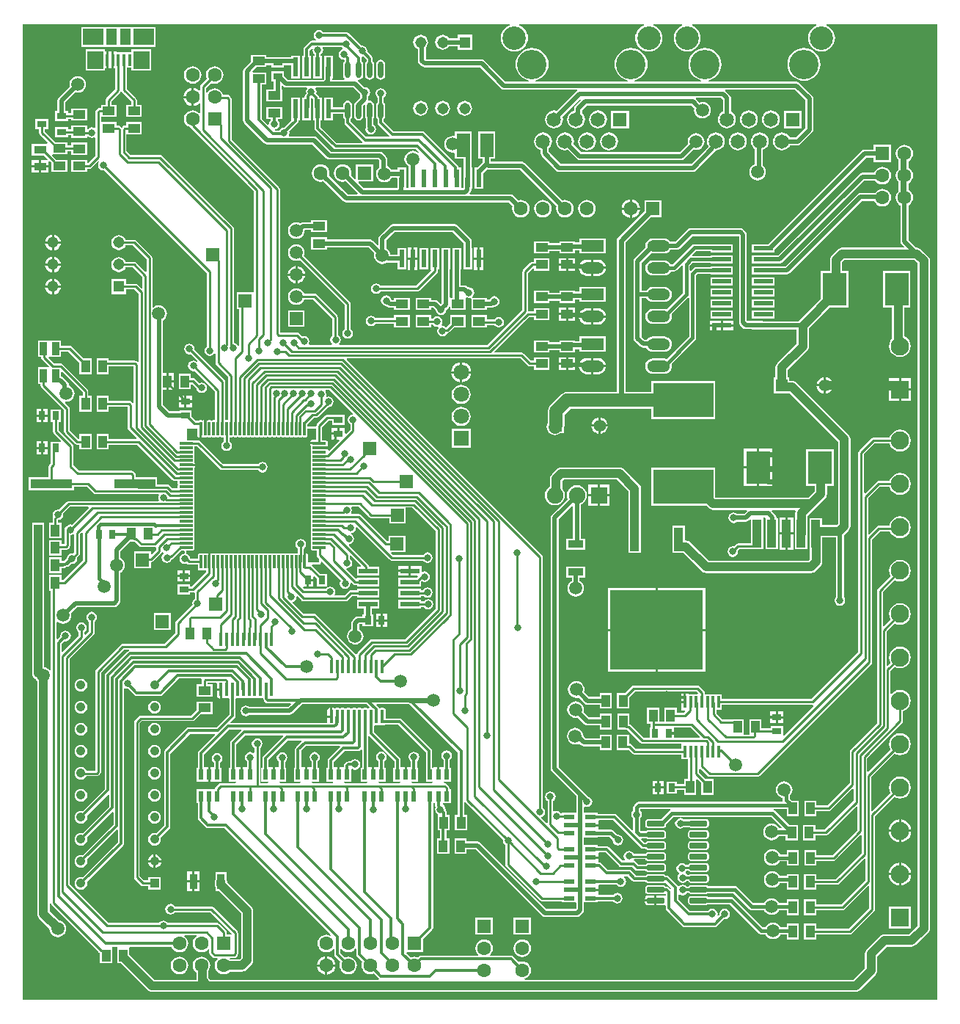
<source format=gtl>
G04*
G04 #@! TF.GenerationSoftware,Altium Limited,Altium Designer,20.0.13 (296)*
G04*
G04 Layer_Physical_Order=1*
G04 Layer_Color=255*
%FSLAX44Y44*%
%MOMM*%
G71*
G01*
G75*
%ADD10C,0.2500*%
%ADD16C,0.5000*%
%ADD18R,10.7000X9.2000*%
%ADD19R,1.1000X2.7000*%
%ADD20R,1.5300X2.7200*%
%ADD21R,7.0000X4.0000*%
%ADD22R,1.0500X3.2000*%
%ADD23R,10.4500X8.3000*%
%ADD24R,2.7940X3.8100*%
%ADD25R,0.9000X1.5000*%
%ADD26R,0.6000X2.0600*%
%ADD27R,1.4000X1.0000*%
G04:AMPARAMS|DCode=28|XSize=1.57mm|YSize=0.41mm|CornerRadius=0.0513mm|HoleSize=0mm|Usage=FLASHONLY|Rotation=270.000|XOffset=0mm|YOffset=0mm|HoleType=Round|Shape=RoundedRectangle|*
%AMROUNDEDRECTD28*
21,1,1.5700,0.3075,0,0,270.0*
21,1,1.4675,0.4100,0,0,270.0*
1,1,0.1025,-0.1538,-0.7338*
1,1,0.1025,-0.1538,0.7338*
1,1,0.1025,0.1538,0.7338*
1,1,0.1025,0.1538,-0.7338*
%
%ADD28ROUNDEDRECTD28*%
%ADD29R,1.0000X0.8000*%
%ADD30R,4.8000X1.1000*%
%ADD31R,0.8000X1.0000*%
%ADD32R,1.0000X1.4000*%
%ADD33R,1.2100X0.5800*%
%ADD34R,0.5800X1.2100*%
%ADD35R,1.4700X0.9600*%
%ADD36O,0.6000X1.9000*%
%ADD37R,0.6000X2.2000*%
G04:AMPARAMS|DCode=38|XSize=1.56mm|YSize=0.28mm|CornerRadius=0.035mm|HoleSize=0mm|Usage=FLASHONLY|Rotation=90.000|XOffset=0mm|YOffset=0mm|HoleType=Round|Shape=RoundedRectangle|*
%AMROUNDEDRECTD38*
21,1,1.5600,0.2100,0,0,90.0*
21,1,1.4900,0.2800,0,0,90.0*
1,1,0.0700,0.1050,0.7450*
1,1,0.0700,0.1050,-0.7450*
1,1,0.0700,-0.1050,-0.7450*
1,1,0.0700,-0.1050,0.7450*
%
%ADD38ROUNDEDRECTD38*%
G04:AMPARAMS|DCode=39|XSize=1.56mm|YSize=0.28mm|CornerRadius=0.035mm|HoleSize=0mm|Usage=FLASHONLY|Rotation=0.000|XOffset=0mm|YOffset=0mm|HoleType=Round|Shape=RoundedRectangle|*
%AMROUNDEDRECTD39*
21,1,1.5600,0.2100,0,0,0.0*
21,1,1.4900,0.2800,0,0,0.0*
1,1,0.0700,0.7450,-0.1050*
1,1,0.0700,-0.7450,-0.1050*
1,1,0.0700,-0.7450,0.1050*
1,1,0.0700,0.7450,0.1050*
%
%ADD39ROUNDEDRECTD39*%
%ADD40R,2.3750X1.9000*%
%ADD41R,1.1750X1.9000*%
%ADD42R,1.8500X2.1000*%
%ADD43R,0.4500X1.3800*%
%ADD44R,2.2000X0.6000*%
%ADD45R,1.1000X0.8000*%
G04:AMPARAMS|DCode=46|XSize=1.97mm|YSize=0.6mm|CornerRadius=0.075mm|HoleSize=0mm|Usage=FLASHONLY|Rotation=0.000|XOffset=0mm|YOffset=0mm|HoleType=Round|Shape=RoundedRectangle|*
%AMROUNDEDRECTD46*
21,1,1.9700,0.4500,0,0,0.0*
21,1,1.8200,0.6000,0,0,0.0*
1,1,0.1500,0.9100,-0.2250*
1,1,0.1500,-0.9100,-0.2250*
1,1,0.1500,-0.9100,0.2250*
1,1,0.1500,0.9100,0.2250*
%
%ADD46ROUNDEDRECTD46*%
%ADD47R,0.3556X1.4224*%
%ADD48R,1.8000X0.9000*%
%ADD49R,0.9000X1.8000*%
%ADD112C,0.2540*%
%ADD113C,1.0000*%
%ADD114C,0.3000*%
%ADD115C,0.4000*%
%ADD116C,0.6000*%
%ADD117C,1.5000*%
%ADD118R,1.5000X1.5000*%
%ADD119C,1.5000*%
%ADD120R,1.0600X1.0600*%
%ADD121C,1.0600*%
%ADD122R,1.4000X1.4000*%
%ADD123C,1.4000*%
%ADD124R,1.3080X1.3080*%
%ADD125C,1.3080*%
%ADD126R,1.3080X1.3080*%
%ADD127R,1.5000X1.5000*%
%ADD128C,1.6050*%
%ADD129R,1.6050X1.6050*%
%ADD130R,2.1000X2.1000*%
%ADD131C,2.1000*%
%ADD132R,1.9050X1.9050*%
%ADD133C,1.9050*%
%ADD134R,1.6000X1.6000*%
%ADD135C,1.6000*%
%ADD136R,1.6000X1.6000*%
%ADD137C,3.4000*%
%ADD138R,1.6500X1.6500*%
%ADD139C,1.6500*%
%ADD140C,2.7000*%
%ADD141O,2.6416X1.3208*%
%ADD142R,2.6416X1.3208*%
%ADD143C,1.8000*%
%ADD144R,1.8000X1.8000*%
%ADD145R,1.6050X1.6050*%
%ADD146C,0.8000*%
%ADD147C,4.0000*%
G36*
X1056000Y0D02*
X0D01*
Y1125000D01*
X561650D01*
X561838Y1123730D01*
X561540Y1123639D01*
X558847Y1122200D01*
X556487Y1120263D01*
X554550Y1117903D01*
X553111Y1115210D01*
X552224Y1112289D01*
X551925Y1109250D01*
X552224Y1106211D01*
X553111Y1103290D01*
X554550Y1100597D01*
X556487Y1098237D01*
X558847Y1096300D01*
X561540Y1094861D01*
X564462Y1093974D01*
X567500Y1093675D01*
X570538Y1093974D01*
X573460Y1094861D01*
X576153Y1096300D01*
X578513Y1098237D01*
X580450Y1100597D01*
X581889Y1103290D01*
X582776Y1106211D01*
X583075Y1109250D01*
X582776Y1112289D01*
X581889Y1115210D01*
X580450Y1117903D01*
X578513Y1120263D01*
X576153Y1122200D01*
X573460Y1123639D01*
X573162Y1123730D01*
X573350Y1125000D01*
X716650D01*
X716838Y1123730D01*
X716540Y1123639D01*
X713847Y1122200D01*
X711487Y1120263D01*
X709550Y1117903D01*
X708111Y1115210D01*
X707224Y1112289D01*
X706925Y1109250D01*
X707224Y1106211D01*
X708111Y1103290D01*
X709550Y1100597D01*
X711487Y1098237D01*
X713847Y1096300D01*
X716540Y1094861D01*
X719462Y1093974D01*
X722500Y1093675D01*
X725538Y1093974D01*
X728460Y1094861D01*
X731153Y1096300D01*
X733513Y1098237D01*
X735450Y1100597D01*
X736889Y1103290D01*
X737776Y1106211D01*
X738075Y1109250D01*
X737776Y1112289D01*
X736889Y1115210D01*
X735450Y1117903D01*
X733513Y1120263D01*
X731153Y1122200D01*
X728460Y1123639D01*
X728162Y1123730D01*
X728350Y1125000D01*
X761150D01*
X761338Y1123730D01*
X761040Y1123639D01*
X758347Y1122200D01*
X755987Y1120263D01*
X754050Y1117903D01*
X752611Y1115210D01*
X751724Y1112289D01*
X751425Y1109250D01*
X751724Y1106211D01*
X752611Y1103290D01*
X754050Y1100597D01*
X755987Y1098237D01*
X758347Y1096300D01*
X761040Y1094861D01*
X763961Y1093974D01*
X767000Y1093675D01*
X770039Y1093974D01*
X772960Y1094861D01*
X775653Y1096300D01*
X778013Y1098237D01*
X779950Y1100597D01*
X781389Y1103290D01*
X782276Y1106211D01*
X782575Y1109250D01*
X782276Y1112289D01*
X781389Y1115210D01*
X779950Y1117903D01*
X778013Y1120263D01*
X775653Y1122200D01*
X772960Y1123639D01*
X772662Y1123730D01*
X772850Y1125000D01*
X916150D01*
X916338Y1123730D01*
X916040Y1123639D01*
X913347Y1122200D01*
X910987Y1120263D01*
X909050Y1117903D01*
X907611Y1115210D01*
X906724Y1112289D01*
X906425Y1109250D01*
X906724Y1106211D01*
X907611Y1103290D01*
X909050Y1100597D01*
X910987Y1098237D01*
X913347Y1096300D01*
X916040Y1094861D01*
X918961Y1093974D01*
X922000Y1093675D01*
X925039Y1093974D01*
X927960Y1094861D01*
X930653Y1096300D01*
X933013Y1098237D01*
X934950Y1100597D01*
X936389Y1103290D01*
X937276Y1106211D01*
X937575Y1109250D01*
X937276Y1112289D01*
X936389Y1115210D01*
X934950Y1117903D01*
X933013Y1120263D01*
X930653Y1122200D01*
X927960Y1123639D01*
X927662Y1123730D01*
X927850Y1125000D01*
X1056000D01*
Y0D01*
D02*
G37*
%LPC*%
G36*
X153125Y1122000D02*
X125375D01*
Y1121900D01*
X111145D01*
X109875Y1121900D01*
X109355Y1121900D01*
X95125D01*
Y1122000D01*
X67375D01*
Y1099000D01*
X94125D01*
Y1098900D01*
X109355D01*
X110625Y1098900D01*
X111145Y1098900D01*
X126375D01*
Y1099000D01*
X153125D01*
Y1122000D01*
D02*
G37*
G36*
X484650Y1112864D02*
X482421Y1112570D01*
X480343Y1111710D01*
X478559Y1110341D01*
X477190Y1108557D01*
X476330Y1106479D01*
X476036Y1104250D01*
X476330Y1102021D01*
X477190Y1099943D01*
X478559Y1098159D01*
X480343Y1096790D01*
X482421Y1095930D01*
X484650Y1095636D01*
X486879Y1095930D01*
X488957Y1096790D01*
X490741Y1098159D01*
X491894Y1099662D01*
X501510D01*
Y1095710D01*
X518590D01*
Y1112790D01*
X501510D01*
Y1108838D01*
X491894D01*
X490741Y1110341D01*
X488957Y1111710D01*
X486879Y1112570D01*
X484650Y1112864D01*
D02*
G37*
G36*
X148000Y1096400D02*
X125500D01*
Y1092800D01*
X108540D01*
Y1093340D01*
X105020D01*
Y1083900D01*
Y1074460D01*
X106916D01*
Y1050131D01*
X96392Y1039607D01*
X95670Y1038526D01*
X95416Y1037250D01*
Y1032000D01*
X90250D01*
Y1028834D01*
X88440D01*
X87164Y1028580D01*
X86082Y1027858D01*
X84594Y1026370D01*
X83872Y1025288D01*
X83618Y1024012D01*
Y1005979D01*
X82498Y1005380D01*
X82091Y1005652D01*
X79750Y1006117D01*
X77409Y1005652D01*
X75424Y1004326D01*
X75270Y1004095D01*
X74000Y1004480D01*
Y1008000D01*
X56000D01*
Y1003834D01*
X52000D01*
Y1006500D01*
X37000D01*
Y994500D01*
X52000D01*
Y997166D01*
X56000D01*
Y994000D01*
X74000D01*
Y995520D01*
X75270Y995905D01*
X75424Y995674D01*
X77409Y994348D01*
X79750Y993883D01*
X82091Y994348D01*
X82566Y994665D01*
X83686Y994067D01*
Y973151D01*
X75369Y964834D01*
X74000D01*
Y968500D01*
X56000D01*
Y954500D01*
X74000D01*
Y958166D01*
X76750D01*
X78026Y958420D01*
X79107Y959143D01*
X87110Y967145D01*
X88097Y966336D01*
X88060Y966280D01*
X87098Y964841D01*
X86632Y962500D01*
X87098Y960159D01*
X88424Y958174D01*
X90409Y956848D01*
X92750Y956383D01*
X93920Y956615D01*
X212416Y838119D01*
Y753488D01*
X211424Y752826D01*
X210098Y750841D01*
X209632Y748500D01*
X210098Y746159D01*
X211424Y744174D01*
X213409Y742848D01*
X215750Y742383D01*
X218091Y742848D01*
X220076Y744174D01*
X220876Y745372D01*
X222146Y744987D01*
Y734520D01*
X222400Y733244D01*
X223123Y732162D01*
X236916Y718369D01*
Y668902D01*
X236300Y668396D01*
X234200D01*
X233584Y668902D01*
Y712500D01*
X233330Y713776D01*
X232607Y714857D01*
X198135Y749330D01*
X198368Y750500D01*
X197902Y752841D01*
X196576Y754826D01*
X194591Y756152D01*
X192250Y756618D01*
X189909Y756152D01*
X187924Y754826D01*
X186598Y752841D01*
X186133Y750500D01*
X186598Y748159D01*
X187924Y746174D01*
X189909Y744848D01*
X192250Y744382D01*
X193420Y744615D01*
X201395Y736640D01*
X200586Y735653D01*
X200530Y735691D01*
X199091Y736652D01*
X196750Y737118D01*
X194409Y736652D01*
X192424Y735326D01*
X191098Y733341D01*
X190632Y731000D01*
X191098Y728659D01*
X192424Y726674D01*
X194409Y725348D01*
X196750Y724883D01*
X197920Y725115D01*
X221916Y701119D01*
Y668902D01*
X221300Y668396D01*
X219200D01*
X218283Y668214D01*
X217750Y667858D01*
X217217Y668214D01*
X216300Y668396D01*
X214200D01*
X213283Y668214D01*
X213236Y668182D01*
X212428Y668722D01*
X211520Y668903D01*
Y658550D01*
X208980D01*
Y668903D01*
X208072Y668722D01*
X207264Y668182D01*
X207217Y668214D01*
X206300Y668396D01*
X204200D01*
X203283Y668214D01*
X203059Y668064D01*
X199401D01*
X194750Y672715D01*
Y680000D01*
X180750D01*
Y678588D01*
X169170D01*
X161858Y685900D01*
Y703460D01*
X165730D01*
Y713000D01*
Y722540D01*
X161858D01*
Y783195D01*
X163526Y784475D01*
X165048Y786459D01*
X166005Y788770D01*
X166332Y791250D01*
X166005Y793730D01*
X165048Y796041D01*
X163526Y798026D01*
X161541Y799548D01*
X159230Y800506D01*
X156750Y800832D01*
X154270Y800506D01*
X151959Y799548D01*
X150584Y798493D01*
X149314Y799119D01*
Y855770D01*
X149060Y857046D01*
X148337Y858128D01*
X130957Y875508D01*
X129876Y876230D01*
X128600Y876484D01*
X118713D01*
X118310Y877457D01*
X116941Y879241D01*
X115157Y880610D01*
X113079Y881470D01*
X110850Y881764D01*
X108621Y881470D01*
X106543Y880610D01*
X104759Y879241D01*
X103390Y877457D01*
X102530Y875379D01*
X102236Y873150D01*
X102530Y870921D01*
X103390Y868843D01*
X104759Y867059D01*
X106543Y865690D01*
X108621Y864830D01*
X110850Y864536D01*
X113079Y864830D01*
X115157Y865690D01*
X116941Y867059D01*
X118310Y868843D01*
X118713Y869816D01*
X127219D01*
X142646Y854389D01*
Y839978D01*
X141473Y839492D01*
X130858Y850107D01*
X129776Y850830D01*
X128500Y851084D01*
X118713D01*
X118310Y852057D01*
X116941Y853841D01*
X115157Y855210D01*
X113079Y856070D01*
X110850Y856364D01*
X108621Y856070D01*
X106543Y855210D01*
X104759Y853841D01*
X103390Y852057D01*
X102530Y849979D01*
X102236Y847750D01*
X102530Y845521D01*
X103390Y843443D01*
X104759Y841659D01*
X106543Y840290D01*
X108621Y839430D01*
X110850Y839136D01*
X113079Y839430D01*
X115157Y840290D01*
X116941Y841659D01*
X118310Y843443D01*
X118713Y844416D01*
X127119D01*
X138106Y833429D01*
Y820769D01*
X136933Y820283D01*
X132508Y824707D01*
X131426Y825430D01*
X130150Y825684D01*
X119390D01*
Y830890D01*
X102310D01*
Y813810D01*
X119390D01*
Y819016D01*
X128769D01*
X133566Y814219D01*
Y735957D01*
X132296Y735431D01*
X131620Y736107D01*
X130538Y736830D01*
X129262Y737084D01*
X99250D01*
Y739500D01*
X85250D01*
Y721500D01*
X99250D01*
Y730416D01*
X127416D01*
Y688809D01*
X126969Y688513D01*
X126146Y688319D01*
X124733Y689733D01*
X123651Y690455D01*
X122375Y690709D01*
X99250D01*
Y696375D01*
X85250D01*
Y678375D01*
X99250D01*
Y684041D01*
X120666D01*
Y660000D01*
X120920Y658724D01*
X121643Y657643D01*
X131278Y648007D01*
X130792Y646834D01*
X99250D01*
Y652500D01*
X85250D01*
Y634500D01*
X99250D01*
Y640166D01*
X132119D01*
X172892Y599393D01*
X173974Y598670D01*
X175250Y598416D01*
X178098D01*
X178604Y597800D01*
Y595700D01*
X178786Y594783D01*
X179142Y594250D01*
X178786Y593717D01*
X178604Y592800D01*
Y590700D01*
X178098Y590084D01*
X172603D01*
X169309Y593377D01*
X168228Y594100D01*
X166952Y594354D01*
X155000D01*
Y602750D01*
X130072D01*
Y605262D01*
X129818Y606538D01*
X129095Y607620D01*
X127607Y609108D01*
X126526Y609830D01*
X125250Y610084D01*
X64631D01*
X58584Y616131D01*
Y638000D01*
X58330Y639276D01*
X57607Y640358D01*
X41584Y656381D01*
Y666500D01*
X44250D01*
Y680500D01*
X32250D01*
Y666500D01*
X34916D01*
Y655000D01*
X35170Y653724D01*
X35893Y652643D01*
X44015Y644520D01*
X43489Y643250D01*
X43295Y643250D01*
X32250D01*
Y633842D01*
X32186Y633520D01*
Y618641D01*
X30642Y617098D01*
X29920Y616016D01*
X29666Y614740D01*
Y602750D01*
X7000D01*
Y587750D01*
X59000D01*
Y591916D01*
X73619D01*
X81602Y583932D01*
X82684Y583210D01*
X83960Y582956D01*
X156317D01*
X156915Y581836D01*
X156598Y581361D01*
X156132Y579020D01*
X156598Y576679D01*
X156915Y576204D01*
X156317Y575084D01*
X52980D01*
X51704Y574830D01*
X50623Y574108D01*
X41660Y565145D01*
X40490Y565378D01*
X38149Y564912D01*
X36164Y563586D01*
X34838Y561601D01*
X34372Y559260D01*
X34834Y556938D01*
X34420Y556318D01*
X34166Y555042D01*
Y550250D01*
X30500D01*
Y532250D01*
X44500D01*
Y550250D01*
X40834D01*
Y553211D01*
X42831Y553608D01*
X44816Y554934D01*
X46142Y556919D01*
X46608Y559260D01*
X46375Y560430D01*
X54361Y568416D01*
X75292D01*
X75778Y567243D01*
X56420Y547885D01*
X55250Y548117D01*
X52909Y547652D01*
X50924Y546326D01*
X50688Y545972D01*
X49974Y545830D01*
X48892Y545107D01*
X48170Y544026D01*
X47916Y542750D01*
Y525334D01*
X44500D01*
Y530000D01*
X30500D01*
Y512000D01*
X44500D01*
Y518666D01*
X49762D01*
X51038Y518920D01*
X52120Y519642D01*
X53608Y521130D01*
X54330Y522212D01*
X54584Y523488D01*
Y535336D01*
X55250Y535882D01*
X57591Y536348D01*
X58296Y536819D01*
X59416Y536220D01*
Y516151D01*
X57903Y514638D01*
X56750Y514868D01*
X54409Y514402D01*
X52424Y513076D01*
X51098Y511091D01*
X50648Y508830D01*
X47637Y505819D01*
X44500D01*
Y510000D01*
X30500D01*
Y492000D01*
X44500D01*
Y497666D01*
X46750D01*
X48026Y497920D01*
X49107Y498643D01*
X49136Y498686D01*
X50481Y498953D01*
X51459Y499607D01*
X52063Y499727D01*
X53145Y500450D01*
X55564Y502868D01*
X56750Y502632D01*
X59091Y503098D01*
X61076Y504424D01*
X62402Y506409D01*
X62867Y508750D01*
X62632Y509936D01*
X65107Y512412D01*
X65830Y513494D01*
X66084Y514770D01*
Y537119D01*
X67922Y538956D01*
X68450Y538849D01*
X69166Y538405D01*
Y506881D01*
X46369Y484084D01*
X44500D01*
Y489750D01*
X30500D01*
Y471750D01*
X32416D01*
Y380148D01*
X31146Y379717D01*
X30525Y380526D01*
X28541Y382048D01*
X26230Y383005D01*
X24560Y383225D01*
Y480750D01*
Y501000D01*
Y521000D01*
Y541250D01*
X24500Y541709D01*
Y550250D01*
X10500D01*
Y541709D01*
X10440Y541250D01*
Y521000D01*
Y501000D01*
Y480750D01*
Y376250D01*
X10680Y374423D01*
X11386Y372720D01*
X12508Y371258D01*
X13970Y370136D01*
X15170Y369638D01*
X15452Y368959D01*
X16690Y367346D01*
Y98983D01*
X16930Y97156D01*
X17636Y95453D01*
X18757Y93991D01*
X30707Y82042D01*
X30668Y81750D01*
X30995Y79270D01*
X31952Y76959D01*
X33475Y74975D01*
X35459Y73452D01*
X37770Y72495D01*
X40250Y72168D01*
X42730Y72495D01*
X45041Y73452D01*
X47025Y74975D01*
X48548Y76959D01*
X49506Y79270D01*
X49832Y81750D01*
X49506Y84230D01*
X48548Y86541D01*
X47025Y88525D01*
X45041Y90048D01*
X42730Y91005D01*
X41558Y91160D01*
X30810Y101908D01*
Y366556D01*
X31146Y366813D01*
X32416Y366187D01*
Y111250D01*
X32670Y109974D01*
X33393Y108892D01*
X87912Y54373D01*
X88994Y53650D01*
X89000Y53649D01*
Y42000D01*
X103000D01*
Y60000D01*
X103000D01*
X103214Y61181D01*
X108786D01*
X109000Y60000D01*
X109000Y59911D01*
Y51459D01*
X108940Y51000D01*
Y49000D01*
X109000Y48541D01*
Y42000D01*
X113015D01*
X144008Y11007D01*
X145470Y9886D01*
X147173Y9180D01*
X149000Y8940D01*
X961750D01*
X963577Y9180D01*
X965280Y9886D01*
X966742Y11007D01*
X984242Y28508D01*
X985365Y29970D01*
X986070Y31673D01*
X986310Y33500D01*
Y50075D01*
X997424Y61190D01*
X1026250D01*
X1028077Y61430D01*
X1029780Y62136D01*
X1031242Y63258D01*
X1045242Y77258D01*
X1046365Y78720D01*
X1047070Y80423D01*
X1047310Y82250D01*
Y852000D01*
X1047070Y853827D01*
X1046365Y855530D01*
X1045242Y856992D01*
X1036992Y865242D01*
X1035530Y866365D01*
X1033827Y867070D01*
X1032000Y867310D01*
X1031428D01*
X1022238Y876500D01*
Y916000D01*
X1022706Y916193D01*
X1024800Y917800D01*
X1026407Y919894D01*
X1027417Y922333D01*
X1027762Y924950D01*
X1027417Y927567D01*
X1026407Y930006D01*
X1024800Y932100D01*
X1022706Y933707D01*
X1022238Y933901D01*
Y941400D01*
X1022706Y941593D01*
X1024800Y943200D01*
X1026407Y945294D01*
X1027417Y947733D01*
X1027762Y950350D01*
X1027417Y952967D01*
X1026407Y955406D01*
X1024800Y957500D01*
X1022706Y959107D01*
X1022238Y959301D01*
Y966799D01*
X1022706Y966993D01*
X1024800Y968600D01*
X1026407Y970694D01*
X1027417Y973133D01*
X1027762Y975750D01*
X1027417Y978367D01*
X1026407Y980806D01*
X1024800Y982900D01*
X1022706Y984507D01*
X1020267Y985517D01*
X1017650Y985862D01*
X1015033Y985517D01*
X1012594Y984507D01*
X1010500Y982900D01*
X1008893Y980806D01*
X1007883Y978367D01*
X1007539Y975750D01*
X1007883Y973133D01*
X1008893Y970694D01*
X1010500Y968600D01*
X1010947Y968257D01*
Y957843D01*
X1010500Y957500D01*
X1008893Y955406D01*
X1007883Y952967D01*
X1007539Y950350D01*
X1007883Y947733D01*
X1008893Y945294D01*
X1010500Y943200D01*
X1010947Y942857D01*
Y932443D01*
X1010500Y932100D01*
X1008893Y930006D01*
X1007883Y927567D01*
X1007539Y924950D01*
X1007883Y922333D01*
X1008893Y919894D01*
X1010500Y917800D01*
X1012594Y916193D01*
X1013062Y916000D01*
Y874600D01*
X1013411Y872844D01*
X1014406Y871356D01*
X1017278Y868484D01*
X1016792Y867310D01*
X945858D01*
X944031Y867070D01*
X942328Y866365D01*
X940865Y865242D01*
X933915Y858292D01*
X932793Y856830D01*
X932088Y855127D01*
X931848Y853300D01*
Y840300D01*
X921345D01*
Y808185D01*
X895508Y782347D01*
X895347Y782138D01*
X867750D01*
Y782550D01*
X854492D01*
X854300Y782588D01*
X836151D01*
X835838Y782900D01*
Y882321D01*
X835489Y884077D01*
X834494Y885565D01*
X831565Y888494D01*
X830077Y889489D01*
X828321Y889838D01*
X770750D01*
X768994Y889489D01*
X767506Y888494D01*
X753049Y874038D01*
X747778D01*
X746590Y875586D01*
X744793Y876966D01*
X742700Y877833D01*
X740454Y878128D01*
X727246D01*
X725000Y877833D01*
X722907Y876966D01*
X721110Y875586D01*
X719730Y873789D01*
X718864Y871696D01*
X718568Y869450D01*
X718822Y867515D01*
X706506Y855198D01*
X705511Y853710D01*
X705162Y851954D01*
Y812750D01*
Y762750D01*
X705511Y760994D01*
X706506Y759506D01*
X712756Y753256D01*
X714244Y752261D01*
X716000Y751912D01*
X719709D01*
X719730Y751861D01*
X721110Y750064D01*
X722907Y748684D01*
X725000Y747818D01*
X727246Y747522D01*
X740454D01*
X742700Y747818D01*
X744793Y748684D01*
X746590Y750064D01*
X747970Y751861D01*
X748837Y753954D01*
X749132Y756200D01*
X748837Y758446D01*
X747970Y760539D01*
X746590Y762336D01*
X744793Y763716D01*
X742700Y764583D01*
X740454Y764878D01*
X727246D01*
X725000Y764583D01*
X722907Y763716D01*
X721110Y762336D01*
X720152Y761088D01*
X717900D01*
X714338Y764650D01*
Y808862D01*
X719921D01*
X721110Y807314D01*
X722907Y805934D01*
X725000Y805068D01*
X727246Y804772D01*
X740454D01*
X742700Y805068D01*
X744793Y805934D01*
X746590Y807314D01*
X747970Y809111D01*
X748837Y811204D01*
X749132Y813450D01*
X748837Y815696D01*
X747970Y817789D01*
X746590Y819586D01*
X744793Y820966D01*
X742700Y821833D01*
X740454Y822128D01*
X727246D01*
X725000Y821833D01*
X722907Y820966D01*
X721110Y819586D01*
X719921Y818038D01*
X714338D01*
Y850053D01*
X725311Y861027D01*
X727246Y860772D01*
X740454D01*
X742700Y861068D01*
X744793Y861934D01*
X746590Y863314D01*
X747778Y864862D01*
X754950D01*
X756706Y865211D01*
X758194Y866206D01*
X772651Y880662D01*
X826421D01*
X826662Y880421D01*
Y781000D01*
X827011Y779244D01*
X828006Y777756D01*
X831006Y774756D01*
X832494Y773761D01*
X834250Y773412D01*
X841750D01*
Y772550D01*
X867750D01*
Y772962D01*
X893440D01*
Y756674D01*
X871008Y734242D01*
X869885Y732780D01*
X869180Y731077D01*
X868940Y729250D01*
Y717500D01*
X866750D01*
Y699500D01*
X877291D01*
X877750Y699440D01*
X885325D01*
X941190Y643576D01*
Y549032D01*
X939468Y547310D01*
X922750D01*
Y555500D01*
X908250D01*
Y519500D01*
X908690D01*
Y507782D01*
X906968Y506060D01*
X792075D01*
X770642Y527492D01*
X769180Y528615D01*
X767477Y529320D01*
X765650Y529560D01*
X764650D01*
Y546500D01*
X749650D01*
Y515500D01*
X757191D01*
X757650Y515440D01*
X762726D01*
X784157Y494007D01*
X785620Y492886D01*
X787323Y492180D01*
X789150Y491940D01*
X909892D01*
X911720Y492180D01*
X913422Y492886D01*
X914885Y494007D01*
X920742Y499865D01*
X921864Y501328D01*
X922570Y503031D01*
X922810Y504858D01*
Y533190D01*
X938662D01*
Y464433D01*
X937598Y462841D01*
X937132Y460500D01*
X937598Y458159D01*
X938924Y456174D01*
X940909Y454848D01*
X943250Y454383D01*
X945591Y454848D01*
X947576Y456174D01*
X948902Y458159D01*
X949368Y460500D01*
X948902Y462841D01*
X947838Y464433D01*
Y535711D01*
X953242Y541115D01*
X954364Y542578D01*
X955070Y544281D01*
X955310Y546108D01*
Y646500D01*
X955070Y648327D01*
X954364Y650030D01*
X953242Y651492D01*
X893242Y711492D01*
X891780Y712615D01*
X890077Y713320D01*
X888250Y713560D01*
X884750D01*
Y717500D01*
X883060D01*
Y726326D01*
X905492Y748758D01*
X906615Y750220D01*
X907320Y751923D01*
X907560Y753750D01*
Y774430D01*
X931330Y798200D01*
X953285D01*
Y840300D01*
X945968D01*
Y850376D01*
X948782Y853190D01*
X1029075D01*
X1033190Y849075D01*
Y85175D01*
X1023326Y75310D01*
X994500D01*
X992673Y75070D01*
X990970Y74365D01*
X989508Y73242D01*
X974258Y57993D01*
X973136Y56530D01*
X972430Y54827D01*
X972190Y53000D01*
Y36425D01*
X958826Y23060D01*
X579384D01*
X579110Y24257D01*
X581543Y25265D01*
X583632Y26868D01*
X585235Y28957D01*
X586243Y31390D01*
X586586Y34000D01*
X586243Y36611D01*
X585235Y39043D01*
X583632Y41132D01*
X581543Y42735D01*
X579110Y43743D01*
X576500Y44086D01*
X573890Y43743D01*
X572415Y43132D01*
X566023Y49523D01*
X564866Y50297D01*
X563500Y50569D01*
X539504D01*
X539072Y51839D01*
X539632Y52268D01*
X541235Y54357D01*
X542243Y56789D01*
X542586Y59400D01*
X542243Y62010D01*
X541235Y64443D01*
X539632Y66532D01*
X537543Y68135D01*
X535111Y69143D01*
X532500Y69486D01*
X529889Y69143D01*
X527457Y68135D01*
X525368Y66532D01*
X523765Y64443D01*
X522757Y62010D01*
X522414Y59400D01*
X522757Y56789D01*
X523765Y54357D01*
X525368Y52268D01*
X525928Y51839D01*
X525496Y50569D01*
X459500D01*
X458134Y50297D01*
X456977Y49523D01*
X455954Y48501D01*
X454467Y49117D01*
X451850Y49461D01*
X449233Y49117D01*
X447746Y48501D01*
X442792Y53455D01*
X443318Y54725D01*
X461875D01*
Y69728D01*
X472523Y80377D01*
X473297Y81534D01*
X473569Y82900D01*
Y226350D01*
X475931D01*
Y223353D01*
X476203Y221987D01*
X476337Y221787D01*
X475882Y219500D01*
X476348Y217159D01*
X477674Y215174D01*
X479027Y214270D01*
X478750Y213000D01*
X478750D01*
Y195000D01*
X481681D01*
Y186000D01*
X478250D01*
Y168000D01*
X492250D01*
Y186000D01*
X488819D01*
Y195000D01*
X492750D01*
Y213000D01*
X489319D01*
Y215433D01*
X489047Y216799D01*
X488273Y217956D01*
X487887Y218342D01*
X488117Y219500D01*
X487652Y221841D01*
X486326Y223826D01*
X485439Y224418D01*
X485116Y226143D01*
X485260Y226350D01*
X493900D01*
Y242450D01*
X492334D01*
Y244250D01*
X492080Y245526D01*
X491357Y246607D01*
X489108Y248857D01*
X488026Y249580D01*
X486750Y249834D01*
X486544D01*
X485849Y251104D01*
X486070Y251450D01*
X493900D01*
Y267550D01*
X492694D01*
Y276335D01*
X493576Y276924D01*
X494902Y278909D01*
X495368Y281250D01*
X494902Y283591D01*
X493576Y285576D01*
X491591Y286902D01*
X489250Y287367D01*
X486909Y286902D01*
X484924Y285576D01*
X483598Y283591D01*
X483133Y281250D01*
X483598Y278909D01*
X484924Y276924D01*
X485556Y276502D01*
Y269105D01*
X484940Y268090D01*
X480770D01*
Y259500D01*
X478230D01*
Y268090D01*
X474060D01*
Y267550D01*
X472569D01*
Y286750D01*
X472297Y288116D01*
X471523Y289273D01*
X437561Y323236D01*
X436403Y324009D01*
X435037Y324281D01*
X418849D01*
Y333887D01*
X418654Y334868D01*
X418099Y335699D01*
X417268Y336254D01*
X416287Y336449D01*
X413213D01*
X412232Y336254D01*
X410793Y336820D01*
X410223Y337673D01*
X408158Y339739D01*
X408644Y340912D01*
X444617D01*
X444799Y340790D01*
X446750Y340402D01*
X446801D01*
X502181Y285022D01*
Y213000D01*
X498750D01*
Y195000D01*
X512750D01*
Y213000D01*
X509319D01*
Y227962D01*
X510589Y228347D01*
X510892Y227892D01*
X554365Y184420D01*
X554132Y183250D01*
X554598Y180909D01*
X555924Y178924D01*
X556916Y178262D01*
Y156000D01*
X557170Y154724D01*
X557892Y153643D01*
X596893Y114642D01*
X597974Y113920D01*
X599250Y113666D01*
X622400D01*
Y112100D01*
X638500D01*
X638662Y110897D01*
Y104829D01*
X638421Y104588D01*
X604650D01*
X527994Y181244D01*
X526506Y182239D01*
X524750Y182588D01*
X512250D01*
Y186000D01*
X498250D01*
Y168000D01*
X512250D01*
Y173412D01*
X522850D01*
X599506Y96756D01*
X600994Y95761D01*
X602750Y95412D01*
X640321D01*
X642077Y95761D01*
X643565Y96756D01*
X646494Y99685D01*
X647489Y101173D01*
X647838Y102929D01*
Y112100D01*
X663600D01*
Y113431D01*
X681418D01*
X681924Y112674D01*
X683909Y111348D01*
X686250Y110883D01*
X688591Y111348D01*
X690576Y112674D01*
X691902Y114659D01*
X692368Y117000D01*
X691902Y119341D01*
X690576Y121326D01*
X688591Y122652D01*
X686250Y123118D01*
X683909Y122652D01*
X681924Y121326D01*
X681418Y120569D01*
X665206D01*
X664140Y121060D01*
Y125230D01*
X655550D01*
Y127770D01*
X664140D01*
Y131940D01*
X665206Y132431D01*
X685418D01*
X685924Y131674D01*
X687909Y130348D01*
X690250Y129882D01*
X692591Y130348D01*
X694576Y131674D01*
X695902Y133659D01*
X696368Y136000D01*
X695902Y138341D01*
X694576Y140326D01*
X693325Y141161D01*
X693710Y142431D01*
X698522D01*
X703777Y137177D01*
X704935Y136403D01*
X706300Y136131D01*
X718974D01*
X719417Y135467D01*
X720327Y134860D01*
X721400Y134646D01*
X739600D01*
X740673Y134860D01*
X741583Y135467D01*
X741722Y135481D01*
X749169Y128034D01*
X749097Y127746D01*
X747690Y127357D01*
X745616Y129431D01*
X744458Y130204D01*
X743093Y130476D01*
X742088D01*
X741583Y131233D01*
X740673Y131840D01*
X739600Y132054D01*
X721400D01*
X720327Y131840D01*
X719417Y131233D01*
X718810Y130323D01*
X718596Y129250D01*
Y124750D01*
X718810Y123677D01*
X719417Y122767D01*
X720327Y122160D01*
X721400Y121946D01*
X739600D01*
X740673Y122160D01*
X740911Y122319D01*
X742181Y121640D01*
Y120309D01*
X740911Y119631D01*
X740884Y119649D01*
X739600Y119904D01*
X731770D01*
Y114300D01*
Y108695D01*
X739600D01*
X740884Y108951D01*
X740911Y108969D01*
X742181Y108291D01*
Y105250D01*
X742453Y103884D01*
X743227Y102727D01*
X761227Y84727D01*
X762384Y83953D01*
X763750Y83681D01*
X798750D01*
X800116Y83953D01*
X801273Y84727D01*
X809357Y92810D01*
X810250Y92633D01*
X812591Y93098D01*
X814576Y94424D01*
X815902Y96409D01*
X816367Y98750D01*
X815902Y101091D01*
X814576Y103076D01*
X812591Y104402D01*
X810250Y104867D01*
X807909Y104402D01*
X805924Y103076D01*
X804598Y101091D01*
X804133Y98750D01*
X804310Y97857D01*
X802906Y96452D01*
X801735Y97078D01*
X802117Y99000D01*
X801652Y101341D01*
X800326Y103326D01*
X798341Y104652D01*
X796000Y105118D01*
X793659Y104652D01*
X791674Y103326D01*
X791168Y102569D01*
X770228D01*
X756869Y115928D01*
Y121018D01*
X758139Y121697D01*
X759409Y120848D01*
X761750Y120382D01*
X764091Y120848D01*
X766076Y122174D01*
X766749Y123181D01*
X768641D01*
X768917Y122767D01*
X769827Y122160D01*
X770900Y121946D01*
X789100D01*
X790173Y122160D01*
X791083Y122767D01*
X791186Y122922D01*
X820311D01*
X838866Y104366D01*
X838866Y104366D01*
X840189Y103482D01*
X841750Y103172D01*
X855907D01*
X856202Y102459D01*
X857725Y100475D01*
X859709Y98952D01*
X862020Y97994D01*
X864500Y97668D01*
X866980Y97994D01*
X869291Y98952D01*
X871275Y100475D01*
X872798Y102459D01*
X873093Y103172D01*
X881750D01*
Y97500D01*
X895750D01*
Y115500D01*
X881750D01*
Y111328D01*
X873093D01*
X872798Y112041D01*
X871275Y114025D01*
X869291Y115548D01*
X866980Y116505D01*
X864500Y116832D01*
X862020Y116505D01*
X859709Y115548D01*
X857725Y114025D01*
X856202Y112041D01*
X855907Y111328D01*
X843439D01*
X824884Y129884D01*
X823561Y130768D01*
X822000Y131078D01*
X822000Y131078D01*
X791186D01*
X791083Y131233D01*
X790173Y131840D01*
X789100Y132054D01*
X770900D01*
X769827Y131840D01*
X768917Y131233D01*
X768309Y130323D01*
X768309Y130319D01*
X766415D01*
X766076Y130826D01*
X764091Y132152D01*
X761750Y132618D01*
X759409Y132152D01*
X757660Y130984D01*
X756893Y130932D01*
X756076Y131095D01*
X755823Y131473D01*
X745436Y141861D01*
X744278Y142635D01*
X742912Y142906D01*
X742214D01*
X742190Y143023D01*
X741583Y143933D01*
X740673Y144540D01*
X739600Y144754D01*
X721400D01*
X720327Y144540D01*
X719417Y143933D01*
X718974Y143269D01*
X707778D01*
X702524Y148523D01*
X701366Y149297D01*
X700000Y149569D01*
X675478D01*
X668023Y157023D01*
X666866Y157797D01*
X665500Y158069D01*
X665206D01*
X664140Y158560D01*
Y162730D01*
X655550D01*
Y165270D01*
X664140D01*
Y169440D01*
X665206Y169931D01*
X672522D01*
X688227Y154227D01*
X689384Y153453D01*
X690750Y153181D01*
X703300D01*
X706605Y149877D01*
X707763Y149103D01*
X709128Y148831D01*
X718974D01*
X719417Y148167D01*
X720327Y147560D01*
X721400Y147346D01*
X739600D01*
X740673Y147560D01*
X741583Y148167D01*
X742190Y149077D01*
X742404Y150150D01*
Y154650D01*
X742190Y155723D01*
X741583Y156633D01*
X740673Y157240D01*
X739600Y157454D01*
X721400D01*
X720327Y157240D01*
X719417Y156633D01*
X718974Y155969D01*
X710606D01*
X707301Y159273D01*
X706144Y160047D01*
X705795Y160116D01*
X705237Y161522D01*
X705554Y161966D01*
X718772D01*
X718810Y161777D01*
X719417Y160867D01*
X720327Y160260D01*
X721400Y160046D01*
X739600D01*
X740673Y160260D01*
X741583Y160867D01*
X742190Y161777D01*
X742404Y162850D01*
Y167350D01*
X742190Y168423D01*
X741583Y169333D01*
X740673Y169940D01*
X739600Y170154D01*
X721400D01*
X720327Y169940D01*
X719417Y169333D01*
X718951Y168634D01*
X704860D01*
X704064Y169826D01*
X702079Y171152D01*
X699738Y171618D01*
X697397Y171152D01*
X695412Y169826D01*
X694086Y167841D01*
X693620Y165500D01*
X694086Y163159D01*
X695135Y161589D01*
X694581Y160319D01*
X692228D01*
X676523Y176023D01*
X675366Y176797D01*
X674000Y177069D01*
X663600D01*
Y178400D01*
X647838D01*
Y186850D01*
X663600D01*
Y187672D01*
X677561D01*
X680940Y184292D01*
X680882Y184000D01*
X681348Y181659D01*
X682674Y179674D01*
X684659Y178348D01*
X687000Y177882D01*
X689341Y178348D01*
X691326Y179674D01*
X692652Y181659D01*
X693118Y184000D01*
X692652Y186341D01*
X691326Y188326D01*
X689341Y189652D01*
X687000Y190117D01*
X686708Y190060D01*
X682134Y194634D01*
X680811Y195518D01*
X679250Y195828D01*
X679250Y195828D01*
X664140D01*
Y199980D01*
X655550D01*
Y202520D01*
X664140D01*
Y206690D01*
X665206Y207181D01*
X681522D01*
X713427Y175277D01*
X714584Y174503D01*
X715950Y174231D01*
X718974D01*
X719417Y173567D01*
X720327Y172960D01*
X721400Y172746D01*
X739600D01*
X740673Y172960D01*
X741583Y173567D01*
X742190Y174477D01*
X742404Y175550D01*
Y180050D01*
X742190Y181123D01*
X741583Y182033D01*
X740673Y182640D01*
X739600Y182854D01*
X721400D01*
X720327Y182640D01*
X719417Y182033D01*
X718974Y181369D01*
X717428D01*
X713548Y185248D01*
X714034Y186422D01*
X719314D01*
X719417Y186267D01*
X720327Y185660D01*
X721400Y185446D01*
X739600D01*
X740673Y185660D01*
X741583Y186267D01*
X742190Y187177D01*
X742404Y188250D01*
Y192750D01*
X742190Y193823D01*
X741583Y194733D01*
X740673Y195340D01*
X739600Y195554D01*
X721400D01*
X720327Y195340D01*
X719417Y194733D01*
X719314Y194578D01*
X713689D01*
X712578Y195689D01*
Y209009D01*
X712826Y209174D01*
X714152Y211159D01*
X714617Y213500D01*
X714152Y215841D01*
X712826Y217826D01*
X712578Y217991D01*
Y219922D01*
X747204D01*
X747393Y219355D01*
X747415Y218652D01*
X746266Y217884D01*
X736636Y208254D01*
X721400D01*
X720327Y208040D01*
X719417Y207433D01*
X718810Y206523D01*
X718596Y205450D01*
Y200950D01*
X718810Y199877D01*
X719417Y198967D01*
X720327Y198360D01*
X721400Y198146D01*
X739600D01*
X740673Y198360D01*
X741583Y198967D01*
X742190Y199877D01*
X742404Y200950D01*
Y202486D01*
X750839Y210922D01*
X863561D01*
X875721Y198762D01*
X875235Y197588D01*
X873089D01*
X872798Y198291D01*
X871275Y200275D01*
X869291Y201798D01*
X866980Y202755D01*
X864500Y203082D01*
X862020Y202755D01*
X859709Y201798D01*
X857725Y200275D01*
X856202Y198291D01*
X855245Y195980D01*
X854918Y193500D01*
X855245Y191020D01*
X856202Y188709D01*
X857725Y186724D01*
X859709Y185202D01*
X862020Y184244D01*
X864500Y183918D01*
X866980Y184244D01*
X869291Y185202D01*
X871275Y186724D01*
X872570Y188412D01*
X880750D01*
Y183500D01*
X894750D01*
Y201500D01*
X884518D01*
X868134Y217884D01*
X866985Y218652D01*
X867007Y219355D01*
X867196Y219922D01*
X882000D01*
Y211500D01*
X896000D01*
Y229500D01*
X887768D01*
X885183Y232085D01*
Y235020D01*
X885775Y235475D01*
X887298Y237459D01*
X888255Y239770D01*
X888582Y242250D01*
X888255Y244730D01*
X887298Y247041D01*
X885775Y249025D01*
X883791Y250548D01*
X881480Y251506D01*
X879000Y251832D01*
X876520Y251506D01*
X874209Y250548D01*
X872225Y249025D01*
X870702Y247041D01*
X869744Y244730D01*
X869418Y242250D01*
X869744Y239770D01*
X870702Y237459D01*
X872225Y235475D01*
X874209Y233952D01*
X876520Y232995D01*
X877026Y232928D01*
Y230395D01*
X877026Y230395D01*
X877235Y229348D01*
X876767Y228477D01*
X876431Y228078D01*
X710843D01*
X709282Y227768D01*
X707959Y226884D01*
X707959Y226884D01*
X705616Y224541D01*
X704732Y223218D01*
X704422Y221657D01*
X704422Y221657D01*
Y217991D01*
X704174Y217826D01*
X702848Y215841D01*
X702383Y213500D01*
X702848Y211159D01*
X704174Y209174D01*
X704422Y209009D01*
Y196034D01*
X703248Y195548D01*
X685523Y213273D01*
X684366Y214047D01*
X683000Y214319D01*
X663600D01*
Y215650D01*
X647838D01*
Y221967D01*
X649108Y222558D01*
X651250Y222132D01*
X653591Y222598D01*
X655576Y223924D01*
X656902Y225909D01*
X657367Y228250D01*
X656902Y230591D01*
X655576Y232576D01*
X653591Y233902D01*
X652962Y234027D01*
X646494Y240494D01*
X618588Y268400D01*
Y554350D01*
X633739Y569500D01*
X634912Y569014D01*
Y531750D01*
X627500D01*
Y518750D01*
X649500D01*
Y531750D01*
X644088D01*
Y571176D01*
X645312Y571683D01*
X647720Y573530D01*
X649567Y575938D01*
X650728Y578741D01*
X651124Y581750D01*
X650728Y584759D01*
X649567Y587562D01*
X647720Y589970D01*
X645312Y591817D01*
X642509Y592978D01*
X639500Y593374D01*
X636491Y592978D01*
X633688Y591817D01*
X631280Y589970D01*
X629433Y587562D01*
X628272Y584759D01*
X627876Y581750D01*
X628272Y578741D01*
X628779Y577517D01*
X610756Y559494D01*
X609761Y558006D01*
X609412Y556250D01*
Y266500D01*
X609761Y264744D01*
X610756Y263256D01*
X638662Y235350D01*
Y216853D01*
X638500Y215650D01*
X622400D01*
Y215411D01*
X621130Y215026D01*
X620596Y215826D01*
X618611Y217152D01*
X616270Y217617D01*
X613929Y217152D01*
X613454Y216835D01*
X612334Y217433D01*
Y229012D01*
X613326Y229674D01*
X614652Y231659D01*
X615117Y234000D01*
X614652Y236341D01*
X613326Y238326D01*
X611341Y239652D01*
X609000Y240117D01*
X606659Y239652D01*
X604674Y238326D01*
X603348Y236341D01*
X602882Y234000D01*
X603348Y231659D01*
X604674Y229674D01*
X605666Y229012D01*
Y203677D01*
X604493Y203191D01*
X598162Y209521D01*
X598531Y210737D01*
X599091Y210848D01*
X601076Y212174D01*
X602402Y214159D01*
X602868Y216500D01*
X602402Y218841D01*
X601076Y220826D01*
X600084Y221488D01*
Y510603D01*
X599830Y511879D01*
X599108Y512960D01*
X373755Y738313D01*
X374241Y739486D01*
X574549D01*
X582643Y731393D01*
X583724Y730670D01*
X585000Y730416D01*
X590000D01*
Y726500D01*
X608000D01*
Y740500D01*
X590000D01*
Y737084D01*
X586381D01*
X578288Y745178D01*
X577206Y745900D01*
X575930Y746154D01*
X544699D01*
X544213Y747327D01*
X584176Y787291D01*
X590000D01*
Y783625D01*
X608000D01*
Y797625D01*
X590000D01*
Y793959D01*
X583573D01*
X583334Y794250D01*
Y838179D01*
X588730Y843575D01*
X590000Y843049D01*
Y840750D01*
X608000D01*
Y854750D01*
X590000D01*
Y851084D01*
X588190D01*
X586914Y850830D01*
X585832Y850107D01*
X577643Y841917D01*
X576920Y840836D01*
X576666Y839560D01*
Y795631D01*
X536269Y755234D01*
X365456D01*
X365071Y756504D01*
X365326Y756674D01*
X366652Y758659D01*
X367118Y761000D01*
X366652Y763341D01*
X365326Y765326D01*
X363652Y766444D01*
Y787182D01*
X363398Y788458D01*
X362675Y789540D01*
X339007Y813207D01*
X337926Y813930D01*
X336650Y814184D01*
X324652D01*
X324048Y815641D01*
X322525Y817625D01*
X320541Y819148D01*
X318230Y820105D01*
X315750Y820432D01*
X313270Y820105D01*
X310959Y819148D01*
X308974Y817625D01*
X307452Y815641D01*
X306495Y813330D01*
X306168Y810850D01*
X306495Y808370D01*
X307452Y806059D01*
X308974Y804074D01*
X310959Y802552D01*
X313270Y801594D01*
X315750Y801268D01*
X318230Y801594D01*
X320541Y802552D01*
X322525Y804074D01*
X324048Y806059D01*
X324652Y807516D01*
X335269D01*
X356983Y785801D01*
Y765532D01*
X356674Y765326D01*
X355348Y763341D01*
X354882Y761000D01*
X355348Y758659D01*
X356674Y756674D01*
X356929Y756504D01*
X356544Y755234D01*
X330630D01*
X330031Y756354D01*
X330402Y756909D01*
X330868Y759250D01*
X330402Y761591D01*
X329076Y763576D01*
X327091Y764902D01*
X324750Y765368D01*
X322409Y764902D01*
X322383Y764885D01*
X318660Y768607D01*
X317579Y769330D01*
X316303Y769584D01*
X297334D01*
Y934250D01*
X297080Y935526D01*
X296357Y936608D01*
X240834Y992131D01*
Y1038762D01*
X240580Y1040038D01*
X239858Y1041120D01*
X238370Y1042607D01*
X237288Y1043330D01*
X236012Y1043584D01*
X231191D01*
X231167Y1043767D01*
X230157Y1046206D01*
X228550Y1048300D01*
X226456Y1049907D01*
X224017Y1050917D01*
X221400Y1051262D01*
X218783Y1050917D01*
X216344Y1049907D01*
X214250Y1048300D01*
X212643Y1046206D01*
X212604Y1046111D01*
X211334Y1046364D01*
Y1051769D01*
X217061Y1057496D01*
X218783Y1056783D01*
X221400Y1056439D01*
X224017Y1056783D01*
X226456Y1057793D01*
X228550Y1059400D01*
X230157Y1061494D01*
X231167Y1063933D01*
X231511Y1066550D01*
X231167Y1069167D01*
X230157Y1071606D01*
X228550Y1073700D01*
X226456Y1075307D01*
X224017Y1076317D01*
X221400Y1076662D01*
X218783Y1076317D01*
X216344Y1075307D01*
X214250Y1073700D01*
X212643Y1071606D01*
X211633Y1069167D01*
X211289Y1066550D01*
X211633Y1063933D01*
X212346Y1062211D01*
X205643Y1055508D01*
X204920Y1054426D01*
X204666Y1053150D01*
Y1049073D01*
X203396Y1048792D01*
X201328Y1050378D01*
X198758Y1051443D01*
X197270Y1051639D01*
Y1041150D01*
Y1030661D01*
X198758Y1030857D01*
X201328Y1031921D01*
X203396Y1033508D01*
X204666Y1033227D01*
Y1022900D01*
X203463Y1022492D01*
X203150Y1022900D01*
X201056Y1024507D01*
X198617Y1025517D01*
X196000Y1025862D01*
X193383Y1025517D01*
X190944Y1024507D01*
X188850Y1022900D01*
X187243Y1020806D01*
X186233Y1018367D01*
X185889Y1015750D01*
X186233Y1013133D01*
X187243Y1010694D01*
X188850Y1008600D01*
X190944Y1006993D01*
X193383Y1005983D01*
X193669Y1005945D01*
X266916Y932699D01*
Y816001D01*
X265750Y815750D01*
Y815750D01*
X246750D01*
Y796750D01*
X249666D01*
Y753746D01*
X248402Y753591D01*
X247076Y755576D01*
X245091Y756902D01*
X243584Y757202D01*
Y816730D01*
X243584Y816730D01*
Y889338D01*
X243331Y890606D01*
X242613Y891681D01*
X160911Y973383D01*
X159836Y974101D01*
X158568Y974354D01*
X124123D01*
X119584Y978893D01*
Y998000D01*
X137250D01*
Y1012000D01*
X119250D01*
Y1008314D01*
X117734D01*
X116466Y1008061D01*
X115391Y1007343D01*
X114630Y1006582D01*
X113750Y1005996D01*
X112870Y1006582D01*
X112109Y1007343D01*
X111034Y1008061D01*
X109766Y1008314D01*
X108250D01*
Y1012000D01*
X90286D01*
Y1018000D01*
X108250D01*
Y1032000D01*
X102084D01*
Y1035869D01*
X112607Y1046393D01*
X112837Y1046736D01*
X114364D01*
X114392Y1046693D01*
X124916Y1036170D01*
Y1032000D01*
X119250D01*
Y1018000D01*
X137250D01*
Y1032000D01*
X131584D01*
Y1037551D01*
X131330Y1038827D01*
X130608Y1039909D01*
X120084Y1050432D01*
Y1075000D01*
X125500D01*
Y1071400D01*
X148000D01*
Y1096400D01*
D02*
G37*
G36*
X102480Y1093340D02*
X98520D01*
Y1083900D01*
Y1074460D01*
X102480D01*
Y1083900D01*
Y1093340D01*
D02*
G37*
G36*
X95000Y1096400D02*
X72500D01*
Y1071400D01*
X95000D01*
Y1074460D01*
X95980D01*
Y1083900D01*
Y1093340D01*
X95000D01*
Y1096400D01*
D02*
G37*
G36*
X342000Y1118367D02*
X339659Y1117902D01*
X337674Y1116576D01*
X336348Y1114591D01*
X335882Y1112250D01*
X336348Y1109909D01*
X337674Y1107924D01*
X338551Y1107339D01*
X338166Y1106069D01*
X333750D01*
X332384Y1105797D01*
X331227Y1105023D01*
X324877Y1098673D01*
X324103Y1097516D01*
X323831Y1096150D01*
Y1088500D01*
X322400D01*
Y1062500D01*
X332400D01*
Y1088500D01*
X330969D01*
Y1094672D01*
X333532Y1097235D01*
X334703Y1096610D01*
X334383Y1095000D01*
X334848Y1092659D01*
X336174Y1090674D01*
X336731Y1090302D01*
Y1088500D01*
X335100D01*
Y1062500D01*
X345100D01*
Y1088500D01*
X343869D01*
Y1090035D01*
X344826Y1090674D01*
X346152Y1092659D01*
X346618Y1095000D01*
X346152Y1097341D01*
X345838Y1097811D01*
X346436Y1098931D01*
X368037D01*
X368996Y1097496D01*
X369320Y1097279D01*
X369072Y1096034D01*
X368409Y1095902D01*
X366424Y1094576D01*
X365098Y1092591D01*
X364632Y1090250D01*
X365098Y1087909D01*
X366424Y1085924D01*
X368409Y1084598D01*
X370750Y1084133D01*
X371174Y1083784D01*
X371345Y1082605D01*
X370240Y1080951D01*
X369852Y1079000D01*
Y1066000D01*
X370240Y1064049D01*
X371345Y1062395D01*
X371401Y1062358D01*
X371015Y1061088D01*
X356888D01*
Y1062500D01*
X357800D01*
Y1088500D01*
X347800D01*
Y1075443D01*
X347712Y1075000D01*
Y1061951D01*
X346850Y1061088D01*
X305900D01*
X301250Y1065739D01*
Y1071250D01*
X287250D01*
Y1059250D01*
X289662D01*
Y1049750D01*
X281250D01*
Y1035750D01*
X299250D01*
Y1049750D01*
X298838D01*
Y1053514D01*
X300012Y1054000D01*
X300756Y1053256D01*
X302244Y1052261D01*
X304000Y1051912D01*
X327371D01*
X328050Y1050642D01*
X327348Y1049591D01*
X326883Y1047250D01*
X327285Y1045228D01*
X326377Y1044320D01*
X325603Y1043163D01*
X325331Y1041797D01*
Y1040500D01*
X322400D01*
Y1014500D01*
X332400D01*
Y1028655D01*
X332469Y1029000D01*
Y1039586D01*
X333739Y1040112D01*
X335032Y1038819D01*
Y1029000D01*
X335100Y1028655D01*
Y1014500D01*
X336531D01*
Y1005150D01*
X336803Y1003784D01*
X337577Y1002627D01*
X358477Y981727D01*
X359634Y980953D01*
X361000Y980681D01*
X454022D01*
X456998Y977706D01*
X456159Y976749D01*
X454791Y977798D01*
X452480Y978755D01*
X450000Y979082D01*
X447520Y978755D01*
X445209Y977798D01*
X443224Y976275D01*
X441702Y974291D01*
X440745Y971980D01*
X440418Y969500D01*
X440745Y967020D01*
X441702Y964709D01*
X443224Y962725D01*
X445209Y961202D01*
X445412Y961118D01*
Y959700D01*
X445000D01*
Y936088D01*
X442300D01*
Y959700D01*
X432300D01*
Y957088D01*
X425632D01*
X425548Y957291D01*
X424025Y959275D01*
X422041Y960798D01*
X420588Y961400D01*
Y969500D01*
X420239Y971256D01*
X419244Y972744D01*
X415244Y976744D01*
X413756Y977739D01*
X412000Y978088D01*
X355650D01*
X339494Y994244D01*
X338006Y995239D01*
X336250Y995588D01*
X307366D01*
X306767Y996708D01*
X307152Y997284D01*
X307617Y999625D01*
X307336Y1001040D01*
X317223Y1010927D01*
X317997Y1012084D01*
X318269Y1013450D01*
Y1014500D01*
X319700D01*
Y1040500D01*
X309700D01*
Y1014500D01*
X309700D01*
X309994Y1013791D01*
X301872Y1005669D01*
X301500Y1005743D01*
X299159Y1005277D01*
X297174Y1003951D01*
X296029Y1002237D01*
X290783D01*
X290672Y1002421D01*
X291301Y1003842D01*
X292591Y1004098D01*
X294576Y1005424D01*
X295902Y1007409D01*
X296367Y1009750D01*
X295902Y1012091D01*
X294576Y1014076D01*
X294654Y1015540D01*
X294861Y1015750D01*
X299250D01*
Y1029750D01*
X281250D01*
Y1015750D01*
X285639D01*
X285846Y1015540D01*
X285924Y1014076D01*
X284598Y1012091D01*
X284132Y1009750D01*
X284161Y1009604D01*
X283041Y1009005D01*
X275819Y1016228D01*
Y1055500D01*
X281250D01*
Y1069500D01*
X265398D01*
X264912Y1070673D01*
X269739Y1075500D01*
X281250D01*
Y1077912D01*
X287250D01*
Y1075250D01*
X301250D01*
Y1077912D01*
X309700D01*
Y1062500D01*
X319700D01*
Y1088500D01*
X309700D01*
Y1087088D01*
X301250D01*
Y1087250D01*
X287250D01*
Y1087088D01*
X281250D01*
Y1089500D01*
X263250D01*
Y1081989D01*
X255506Y1074244D01*
X254511Y1072756D01*
X254162Y1071000D01*
Y1014015D01*
X254511Y1012259D01*
X255506Y1010770D01*
X278521Y987756D01*
X280009Y986761D01*
X281765Y986412D01*
X334350D01*
X350506Y970256D01*
X351994Y969261D01*
X353750Y968912D01*
X410099D01*
X411412Y967599D01*
Y959995D01*
X410475Y959275D01*
X408952Y957291D01*
X407994Y954980D01*
X407668Y952500D01*
X407994Y950020D01*
X408952Y947709D01*
X410475Y945724D01*
X412459Y944202D01*
X414770Y943244D01*
X417250Y942918D01*
X419730Y943244D01*
X422041Y944202D01*
X424025Y945724D01*
X425548Y947709D01*
X425632Y947912D01*
X431269D01*
X432212Y946900D01*
Y936329D01*
X431971Y936088D01*
X393651D01*
X387412Y942327D01*
X387898Y943500D01*
X404650D01*
Y963500D01*
X384650D01*
Y946748D01*
X383477Y946262D01*
X378951Y950788D01*
X378993Y950890D01*
X379336Y953500D01*
X378993Y956111D01*
X377985Y958543D01*
X376382Y960632D01*
X374293Y962235D01*
X371861Y963243D01*
X369250Y963586D01*
X366640Y963243D01*
X364207Y962235D01*
X362118Y960632D01*
X360515Y958543D01*
X359507Y956111D01*
X359164Y953500D01*
X359507Y950890D01*
X360515Y948457D01*
X362118Y946368D01*
X364207Y944765D01*
X366640Y943757D01*
X369250Y943414D01*
X371861Y943757D01*
X372669Y944092D01*
X386750Y930012D01*
X386264Y928838D01*
X375000D01*
X353404Y950434D01*
X353593Y950890D01*
X353936Y953500D01*
X353593Y956111D01*
X352585Y958543D01*
X350982Y960632D01*
X348893Y962235D01*
X346460Y963243D01*
X343850Y963586D01*
X341240Y963243D01*
X338807Y962235D01*
X336718Y960632D01*
X335115Y958543D01*
X334107Y956111D01*
X333764Y953500D01*
X334107Y950890D01*
X335115Y948457D01*
X336718Y946368D01*
X338807Y944765D01*
X341240Y943757D01*
X343850Y943414D01*
X346460Y943757D01*
X346916Y943946D01*
X369856Y921006D01*
X371344Y920011D01*
X373100Y919662D01*
X561100D01*
X565446Y915315D01*
X565257Y914861D01*
X564914Y912250D01*
X565257Y909640D01*
X566265Y907207D01*
X567868Y905118D01*
X569957Y903515D01*
X572389Y902507D01*
X575000Y902164D01*
X577611Y902507D01*
X580043Y903515D01*
X582132Y905118D01*
X583735Y907207D01*
X584743Y909640D01*
X585086Y912250D01*
X584743Y914861D01*
X583735Y917293D01*
X582132Y919382D01*
X580043Y920985D01*
X577611Y921993D01*
X575000Y922336D01*
X572389Y921993D01*
X571935Y921804D01*
X566244Y927494D01*
X564756Y928489D01*
X563000Y928838D01*
X516057D01*
X515571Y930012D01*
X516244Y930685D01*
X517239Y932173D01*
X517588Y933929D01*
Y935100D01*
X518500D01*
Y959700D01*
X518088D01*
Y969900D01*
X518240D01*
Y1001100D01*
X498940D01*
Y997023D01*
X497670Y996010D01*
X496067Y996221D01*
X493587Y995895D01*
X491276Y994938D01*
X489292Y993415D01*
X487769Y991431D01*
X486812Y989119D01*
X486485Y986639D01*
X486812Y984159D01*
X487769Y981849D01*
X489292Y979864D01*
X491276Y978341D01*
X493587Y977384D01*
X496067Y977057D01*
X497670Y977269D01*
X498940Y976256D01*
Y969900D01*
X508912D01*
Y959700D01*
X508500D01*
Y947343D01*
X508412Y946900D01*
Y936088D01*
X505800D01*
Y959700D01*
X502923D01*
X502665Y960998D01*
X501891Y962155D01*
X463452Y1000594D01*
X462295Y1001368D01*
X460929Y1001640D01*
X427957D01*
X416619Y1012978D01*
Y1015371D01*
X416655Y1015395D01*
X417760Y1017049D01*
X418148Y1019000D01*
Y1032000D01*
X417760Y1033951D01*
X416719Y1035509D01*
Y1040351D01*
X417576Y1040924D01*
X418902Y1042909D01*
X419367Y1045250D01*
X418902Y1047591D01*
X417576Y1049576D01*
X415591Y1050902D01*
X413250Y1051367D01*
X410909Y1050902D01*
X408924Y1049576D01*
X407598Y1047591D01*
X407132Y1045250D01*
X407598Y1042909D01*
X408924Y1040924D01*
X409581Y1040485D01*
Y1035696D01*
X409445Y1035605D01*
X408340Y1033951D01*
X407952Y1032000D01*
Y1019000D01*
X408340Y1017049D01*
X409445Y1015395D01*
X409482Y1015371D01*
Y1011500D01*
X409753Y1010134D01*
X410527Y1008977D01*
X423165Y996339D01*
X422639Y995069D01*
X396428D01*
X378519Y1012978D01*
Y1015371D01*
X378555Y1015395D01*
X379660Y1017049D01*
X380048Y1019000D01*
Y1032000D01*
X379660Y1033951D01*
X378555Y1035605D01*
X376901Y1036710D01*
X374950Y1037098D01*
X372999Y1036710D01*
X371345Y1035605D01*
X370240Y1033951D01*
X369852Y1032000D01*
Y1029069D01*
X357800D01*
Y1040500D01*
X347800D01*
Y1014500D01*
X357800D01*
Y1021931D01*
X369852D01*
Y1019000D01*
X370240Y1017049D01*
X371345Y1015395D01*
X371381Y1015371D01*
Y1011500D01*
X371653Y1010134D01*
X372427Y1008977D01*
X392315Y989089D01*
X392256Y988620D01*
X391874Y987819D01*
X362478D01*
X343669Y1006628D01*
Y1014500D01*
X345100D01*
Y1040500D01*
X342128D01*
X341897Y1041663D01*
X341123Y1042820D01*
X338715Y1045228D01*
X339118Y1047250D01*
X338652Y1049591D01*
X337950Y1050642D01*
X338629Y1051912D01*
X381451D01*
X389010Y1044354D01*
X389098Y1043909D01*
X389588Y1043176D01*
Y1040697D01*
X385402Y1036512D01*
X384045Y1035605D01*
X382940Y1033951D01*
X382552Y1032000D01*
Y1019000D01*
X382940Y1017049D01*
X384045Y1015395D01*
X385699Y1014290D01*
X387650Y1013902D01*
X389601Y1014290D01*
X391255Y1015395D01*
X392360Y1017049D01*
X392748Y1019000D01*
Y1030880D01*
X394063Y1032195D01*
X395252Y1031588D01*
Y1019000D01*
X395640Y1017049D01*
X395762Y1016867D01*
Y1006212D01*
X395917Y1005431D01*
X395633Y1004000D01*
X396098Y1001659D01*
X397424Y999674D01*
X399409Y998348D01*
X401750Y997883D01*
X404091Y998348D01*
X406076Y999674D01*
X407402Y1001659D01*
X407868Y1004000D01*
X407402Y1006341D01*
X406076Y1008326D01*
X404938Y1009086D01*
Y1016867D01*
X405060Y1017049D01*
X405448Y1019000D01*
Y1032000D01*
X405060Y1033951D01*
X403955Y1035605D01*
X402301Y1036710D01*
X400350Y1037098D01*
X399695Y1036968D01*
X398615Y1038048D01*
X398764Y1038797D01*
Y1041716D01*
X399076Y1041924D01*
X400402Y1043909D01*
X400868Y1046250D01*
X400402Y1048591D01*
X399076Y1050576D01*
X397091Y1051902D01*
X394750Y1052367D01*
X394102Y1052239D01*
X386596Y1059744D01*
X386442Y1059847D01*
X386937Y1061044D01*
X387650Y1060902D01*
X389601Y1061290D01*
X391255Y1062395D01*
X392360Y1064049D01*
X392748Y1066000D01*
Y1079000D01*
X392360Y1080951D01*
X391255Y1082605D01*
X391219Y1082629D01*
Y1086500D01*
X392148Y1087509D01*
X393127Y1087576D01*
X396782Y1083922D01*
Y1082629D01*
X396745Y1082605D01*
X395640Y1080951D01*
X395252Y1079000D01*
Y1066000D01*
X395640Y1064049D01*
X396745Y1062395D01*
X398399Y1061290D01*
X400350Y1060902D01*
X402301Y1061290D01*
X403955Y1062395D01*
X405060Y1064049D01*
X405448Y1066000D01*
Y1079000D01*
X405060Y1080951D01*
X403955Y1082605D01*
X403919Y1082629D01*
Y1085400D01*
X403647Y1086766D01*
X402873Y1087923D01*
X397440Y1093357D01*
X397617Y1094250D01*
X397152Y1096591D01*
X395826Y1098576D01*
X393841Y1099902D01*
X391500Y1100368D01*
X390607Y1100190D01*
X376023Y1114773D01*
X374866Y1115547D01*
X373500Y1115819D01*
X346832D01*
X346326Y1116576D01*
X344341Y1117902D01*
X342000Y1118367D01*
D02*
G37*
G36*
X413050Y1084098D02*
X411099Y1083710D01*
X409445Y1082605D01*
X408340Y1080951D01*
X407952Y1079000D01*
Y1066000D01*
X408340Y1064049D01*
X409445Y1062395D01*
X411099Y1061290D01*
X413050Y1060902D01*
X415001Y1061290D01*
X416655Y1062395D01*
X417760Y1064049D01*
X418148Y1066000D01*
Y1079000D01*
X417760Y1080951D01*
X416655Y1082605D01*
X415001Y1083710D01*
X413050Y1084098D01*
D02*
G37*
G36*
X901650Y1097842D02*
X897925Y1097475D01*
X894344Y1096389D01*
X891043Y1094624D01*
X888150Y1092250D01*
X885776Y1089357D01*
X884011Y1086056D01*
X882925Y1082475D01*
X882558Y1078750D01*
X882925Y1075025D01*
X884011Y1071444D01*
X885776Y1068143D01*
X888150Y1065250D01*
X891043Y1062876D01*
X894344Y1061111D01*
X897925Y1060025D01*
X901650Y1059658D01*
X905375Y1060025D01*
X908956Y1061111D01*
X912257Y1062876D01*
X915150Y1065250D01*
X917524Y1068143D01*
X919289Y1071444D01*
X920375Y1075025D01*
X920742Y1078750D01*
X920375Y1082475D01*
X919289Y1086056D01*
X917524Y1089357D01*
X915150Y1092250D01*
X912257Y1094624D01*
X908956Y1096389D01*
X905375Y1097475D01*
X901650Y1097842D01*
D02*
G37*
G36*
X196000Y1076662D02*
X193383Y1076317D01*
X190944Y1075307D01*
X188850Y1073700D01*
X187243Y1071606D01*
X186233Y1069167D01*
X185889Y1066550D01*
X186233Y1063933D01*
X187243Y1061494D01*
X188850Y1059400D01*
X190944Y1057793D01*
X193383Y1056783D01*
X196000Y1056439D01*
X198617Y1056783D01*
X201056Y1057793D01*
X203150Y1059400D01*
X204757Y1061494D01*
X205767Y1063933D01*
X206112Y1066550D01*
X205767Y1069167D01*
X204757Y1071606D01*
X203150Y1073700D01*
X201056Y1075307D01*
X198617Y1076317D01*
X196000Y1076662D01*
D02*
G37*
G36*
X63250Y1065332D02*
X60770Y1065005D01*
X58459Y1064048D01*
X56474Y1062525D01*
X54952Y1060541D01*
X53994Y1058230D01*
X53668Y1055750D01*
X53994Y1053270D01*
X54079Y1053067D01*
X41256Y1040244D01*
X40261Y1038756D01*
X39912Y1037000D01*
Y1025500D01*
X37000D01*
Y1013500D01*
X52000D01*
Y1016166D01*
X56000D01*
Y1014000D01*
X74000D01*
Y1028000D01*
X56000D01*
Y1022834D01*
X52000D01*
Y1025500D01*
X49088D01*
Y1035100D01*
X60567Y1046579D01*
X60770Y1046495D01*
X63250Y1046168D01*
X65730Y1046495D01*
X68041Y1047452D01*
X70025Y1048975D01*
X71548Y1050959D01*
X72505Y1053270D01*
X72832Y1055750D01*
X72505Y1058230D01*
X71548Y1060541D01*
X70025Y1062525D01*
X68041Y1064048D01*
X65730Y1065005D01*
X63250Y1065332D01*
D02*
G37*
G36*
X194730Y1051639D02*
X193242Y1051443D01*
X190672Y1050378D01*
X188465Y1048685D01*
X186772Y1046478D01*
X185707Y1043908D01*
X185511Y1042420D01*
X194730D01*
Y1051639D01*
D02*
G37*
G36*
Y1039880D02*
X185511D01*
X185707Y1038392D01*
X186772Y1035822D01*
X188465Y1033615D01*
X190672Y1031921D01*
X193242Y1030857D01*
X194730Y1030661D01*
Y1039880D01*
D02*
G37*
G36*
X510050Y1036664D02*
X507821Y1036370D01*
X505743Y1035510D01*
X503959Y1034141D01*
X502590Y1032357D01*
X501730Y1030279D01*
X501436Y1028050D01*
X501730Y1025821D01*
X502590Y1023743D01*
X503959Y1021959D01*
X505743Y1020590D01*
X507821Y1019730D01*
X510050Y1019436D01*
X512279Y1019730D01*
X514357Y1020590D01*
X516141Y1021959D01*
X517510Y1023743D01*
X518370Y1025821D01*
X518664Y1028050D01*
X518370Y1030279D01*
X517510Y1032357D01*
X516141Y1034141D01*
X514357Y1035510D01*
X512279Y1036370D01*
X510050Y1036664D01*
D02*
G37*
G36*
X484650D02*
X482421Y1036370D01*
X480343Y1035510D01*
X478559Y1034141D01*
X477190Y1032357D01*
X476330Y1030279D01*
X476036Y1028050D01*
X476330Y1025821D01*
X477190Y1023743D01*
X478559Y1021959D01*
X480343Y1020590D01*
X482421Y1019730D01*
X484650Y1019436D01*
X486879Y1019730D01*
X488957Y1020590D01*
X490741Y1021959D01*
X492110Y1023743D01*
X492970Y1025821D01*
X493264Y1028050D01*
X492970Y1030279D01*
X492110Y1032357D01*
X490741Y1034141D01*
X488957Y1035510D01*
X486879Y1036370D01*
X484650Y1036664D01*
D02*
G37*
G36*
X459250D02*
X457021Y1036370D01*
X454943Y1035510D01*
X453159Y1034141D01*
X451790Y1032357D01*
X450930Y1030279D01*
X450636Y1028050D01*
X450930Y1025821D01*
X451790Y1023743D01*
X453159Y1021959D01*
X454943Y1020590D01*
X457021Y1019730D01*
X459250Y1019436D01*
X461479Y1019730D01*
X463557Y1020590D01*
X465341Y1021959D01*
X466710Y1023743D01*
X467570Y1025821D01*
X467864Y1028050D01*
X467570Y1030279D01*
X466710Y1032357D01*
X465341Y1034141D01*
X463557Y1035510D01*
X461479Y1036370D01*
X459250Y1036664D01*
D02*
G37*
G36*
X899200Y1025500D02*
X878700D01*
Y1005000D01*
X899200D01*
Y1025500D01*
D02*
G37*
G36*
X699700D02*
X679200D01*
Y1005000D01*
X699700D01*
Y1025500D01*
D02*
G37*
G36*
X863550Y1025588D02*
X860874Y1025236D01*
X858381Y1024203D01*
X856240Y1022560D01*
X854597Y1020419D01*
X853564Y1017926D01*
X853212Y1015250D01*
X853564Y1012574D01*
X854597Y1010081D01*
X856240Y1007940D01*
X858381Y1006297D01*
X860874Y1005264D01*
X863550Y1004912D01*
X866226Y1005264D01*
X868719Y1006297D01*
X870860Y1007940D01*
X872503Y1010081D01*
X873536Y1012574D01*
X873888Y1015250D01*
X873536Y1017926D01*
X872503Y1020419D01*
X870860Y1022560D01*
X868719Y1024203D01*
X866226Y1025236D01*
X863550Y1025588D01*
D02*
G37*
G36*
X838150D02*
X835474Y1025236D01*
X832981Y1024203D01*
X830840Y1022560D01*
X829197Y1020419D01*
X828164Y1017926D01*
X827812Y1015250D01*
X828164Y1012574D01*
X829197Y1010081D01*
X830840Y1007940D01*
X832981Y1006297D01*
X835474Y1005264D01*
X838150Y1004912D01*
X840826Y1005264D01*
X843319Y1006297D01*
X845460Y1007940D01*
X847103Y1010081D01*
X848136Y1012574D01*
X848488Y1015250D01*
X848136Y1017926D01*
X847103Y1020419D01*
X845460Y1022560D01*
X843319Y1024203D01*
X840826Y1025236D01*
X838150Y1025588D01*
D02*
G37*
G36*
X664050D02*
X661374Y1025236D01*
X658881Y1024203D01*
X656740Y1022560D01*
X655097Y1020419D01*
X654064Y1017926D01*
X653712Y1015250D01*
X654064Y1012574D01*
X655097Y1010081D01*
X656740Y1007940D01*
X658881Y1006297D01*
X661374Y1005264D01*
X664050Y1004912D01*
X666726Y1005264D01*
X669219Y1006297D01*
X671360Y1007940D01*
X673003Y1010081D01*
X674036Y1012574D01*
X674388Y1015250D01*
X674036Y1017926D01*
X673003Y1020419D01*
X671360Y1022560D01*
X669219Y1024203D01*
X666726Y1025236D01*
X664050Y1025588D01*
D02*
G37*
G36*
X459250Y1112864D02*
X457021Y1112570D01*
X454943Y1111710D01*
X453159Y1110341D01*
X451790Y1108557D01*
X450930Y1106479D01*
X450636Y1104250D01*
X450930Y1102021D01*
X451790Y1099943D01*
X453159Y1098159D01*
X454943Y1096790D01*
X456208Y1096266D01*
Y1082929D01*
X456557Y1081173D01*
X457552Y1079685D01*
X460481Y1076756D01*
X461969Y1075761D01*
X463725Y1075412D01*
X527599D01*
X552006Y1051006D01*
X553494Y1050011D01*
X555250Y1049662D01*
X639715D01*
X640101Y1048392D01*
X639506Y1047994D01*
X616507Y1024995D01*
X615926Y1025236D01*
X613250Y1025588D01*
X610574Y1025236D01*
X608081Y1024203D01*
X605940Y1022560D01*
X604297Y1020419D01*
X603264Y1017926D01*
X602912Y1015250D01*
X603264Y1012574D01*
X604297Y1010081D01*
X605940Y1007940D01*
X608081Y1006297D01*
X610574Y1005264D01*
X613250Y1004912D01*
X615926Y1005264D01*
X618419Y1006297D01*
X620560Y1007940D01*
X622203Y1010081D01*
X623236Y1012574D01*
X623588Y1015250D01*
X623236Y1017926D01*
X622995Y1018507D01*
X643802Y1039314D01*
X643931Y1039287D01*
X644344Y1037903D01*
X637606Y1031166D01*
X636612Y1029677D01*
X636262Y1027922D01*
Y1025274D01*
X635974Y1025236D01*
X633481Y1024203D01*
X631340Y1022560D01*
X629697Y1020419D01*
X628664Y1017926D01*
X628312Y1015250D01*
X628664Y1012574D01*
X629697Y1010081D01*
X631340Y1007940D01*
X633481Y1006297D01*
X635974Y1005264D01*
X638650Y1004912D01*
X641326Y1005264D01*
X643819Y1006297D01*
X645960Y1007940D01*
X647603Y1010081D01*
X648636Y1012574D01*
X648988Y1015250D01*
X648636Y1017926D01*
X647603Y1020419D01*
X645960Y1022560D01*
X645439Y1022961D01*
Y1026021D01*
X650829Y1031412D01*
X771386D01*
X775137Y1027661D01*
X774918Y1026000D01*
X775245Y1023520D01*
X776202Y1021209D01*
X777725Y1019225D01*
X779709Y1017702D01*
X782020Y1016745D01*
X784500Y1016418D01*
X786980Y1016745D01*
X789291Y1017702D01*
X791275Y1019225D01*
X792798Y1021209D01*
X793755Y1023520D01*
X794082Y1026000D01*
X793755Y1028480D01*
X792798Y1030791D01*
X791275Y1032775D01*
X789291Y1034298D01*
X786980Y1035256D01*
X784500Y1035582D01*
X782020Y1035256D01*
X780959Y1034816D01*
X776884Y1038892D01*
X777382Y1040162D01*
X806099D01*
X808162Y1038100D01*
Y1024444D01*
X807581Y1024203D01*
X805440Y1022560D01*
X803797Y1020419D01*
X802764Y1017926D01*
X802412Y1015250D01*
X802764Y1012574D01*
X803797Y1010081D01*
X805440Y1007940D01*
X807581Y1006297D01*
X810074Y1005264D01*
X812750Y1004912D01*
X815426Y1005264D01*
X817919Y1006297D01*
X820060Y1007940D01*
X821703Y1010081D01*
X822736Y1012574D01*
X823088Y1015250D01*
X822736Y1017926D01*
X821703Y1020419D01*
X820060Y1022560D01*
X817919Y1024203D01*
X817338Y1024444D01*
Y1040000D01*
X816989Y1041756D01*
X815994Y1043244D01*
X811244Y1047994D01*
X810649Y1048392D01*
X811035Y1049662D01*
X891349D01*
X903412Y1037600D01*
Y1005400D01*
X892449Y994438D01*
X885444D01*
X885203Y995019D01*
X883560Y997160D01*
X881419Y998803D01*
X878926Y999836D01*
X876250Y1000188D01*
X873574Y999836D01*
X871081Y998803D01*
X868940Y997160D01*
X867297Y995019D01*
X866264Y992526D01*
X865912Y989850D01*
X866264Y987174D01*
X867297Y984681D01*
X868940Y982540D01*
X871081Y980897D01*
X873574Y979864D01*
X876250Y979512D01*
X878926Y979864D01*
X881419Y980897D01*
X883560Y982540D01*
X885203Y984681D01*
X885444Y985262D01*
X894350D01*
X896106Y985611D01*
X897594Y986606D01*
X911244Y1000256D01*
X912239Y1001744D01*
X912588Y1003500D01*
Y1039500D01*
X912239Y1041256D01*
X911244Y1042744D01*
X896494Y1057494D01*
X895006Y1058489D01*
X893250Y1058838D01*
X791537D01*
X791349Y1060108D01*
X794656Y1061111D01*
X797957Y1062876D01*
X800850Y1065250D01*
X803224Y1068143D01*
X804989Y1071444D01*
X806075Y1075025D01*
X806442Y1078750D01*
X806075Y1082475D01*
X804989Y1086056D01*
X803224Y1089357D01*
X800850Y1092250D01*
X797957Y1094624D01*
X794656Y1096389D01*
X791075Y1097475D01*
X787350Y1097842D01*
X783625Y1097475D01*
X780044Y1096389D01*
X776743Y1094624D01*
X773850Y1092250D01*
X771476Y1089357D01*
X769711Y1086056D01*
X768625Y1082475D01*
X768258Y1078750D01*
X768625Y1075025D01*
X769711Y1071444D01*
X771476Y1068143D01*
X773850Y1065250D01*
X776743Y1062876D01*
X780044Y1061111D01*
X783351Y1060108D01*
X783163Y1058838D01*
X706337D01*
X706149Y1060108D01*
X709456Y1061111D01*
X712757Y1062876D01*
X715650Y1065250D01*
X718024Y1068143D01*
X719789Y1071444D01*
X720875Y1075025D01*
X721242Y1078750D01*
X720875Y1082475D01*
X719789Y1086056D01*
X718024Y1089357D01*
X715650Y1092250D01*
X712757Y1094624D01*
X709456Y1096389D01*
X705875Y1097475D01*
X702150Y1097842D01*
X698425Y1097475D01*
X694844Y1096389D01*
X691543Y1094624D01*
X688650Y1092250D01*
X686276Y1089357D01*
X684511Y1086056D01*
X683425Y1082475D01*
X683058Y1078750D01*
X683425Y1075025D01*
X684511Y1071444D01*
X686276Y1068143D01*
X688650Y1065250D01*
X691543Y1062876D01*
X694844Y1061111D01*
X698151Y1060108D01*
X697963Y1058838D01*
X592037D01*
X591849Y1060108D01*
X595156Y1061111D01*
X598457Y1062876D01*
X601350Y1065250D01*
X603724Y1068143D01*
X605489Y1071444D01*
X606575Y1075025D01*
X606942Y1078750D01*
X606575Y1082475D01*
X605489Y1086056D01*
X603724Y1089357D01*
X601350Y1092250D01*
X598457Y1094624D01*
X595156Y1096389D01*
X591575Y1097475D01*
X587850Y1097842D01*
X584125Y1097475D01*
X580544Y1096389D01*
X577243Y1094624D01*
X574350Y1092250D01*
X571976Y1089357D01*
X570211Y1086056D01*
X569125Y1082475D01*
X568758Y1078750D01*
X569125Y1075025D01*
X570211Y1071444D01*
X571976Y1068143D01*
X574350Y1065250D01*
X577243Y1062876D01*
X580544Y1061111D01*
X583851Y1060108D01*
X583663Y1058838D01*
X557150D01*
X532744Y1083244D01*
X531256Y1084239D01*
X529500Y1084588D01*
X465625D01*
X465384Y1084829D01*
Y1098216D01*
X466710Y1099943D01*
X467570Y1102021D01*
X467864Y1104250D01*
X467570Y1106479D01*
X466710Y1108557D01*
X465341Y1110341D01*
X463557Y1111710D01*
X461479Y1112570D01*
X459250Y1112864D01*
D02*
G37*
G36*
X625950Y1000188D02*
X623274Y999836D01*
X620781Y998803D01*
X618640Y997160D01*
X616997Y995019D01*
X615964Y992526D01*
X615612Y989850D01*
X615964Y987174D01*
X616997Y984681D01*
X618640Y982540D01*
X620781Y980897D01*
X623274Y979864D01*
X625950Y979512D01*
X628626Y979864D01*
X629207Y980105D01*
X639556Y969756D01*
X641044Y968761D01*
X642800Y968412D01*
X760500D01*
X762256Y968761D01*
X763744Y969756D01*
X774567Y980579D01*
X774770Y980495D01*
X777250Y980168D01*
X779730Y980495D01*
X782041Y981452D01*
X784025Y982974D01*
X785548Y984959D01*
X786506Y987270D01*
X786832Y989750D01*
X786506Y992230D01*
X785548Y994541D01*
X784025Y996525D01*
X782041Y998048D01*
X779730Y999005D01*
X777250Y999332D01*
X774770Y999005D01*
X772459Y998048D01*
X770475Y996525D01*
X768952Y994541D01*
X767995Y992230D01*
X767668Y989750D01*
X767995Y987270D01*
X768079Y987067D01*
X758599Y977588D01*
X644700D01*
X635695Y986593D01*
X635936Y987174D01*
X636288Y989850D01*
X635936Y992526D01*
X634903Y995019D01*
X633260Y997160D01*
X631119Y998803D01*
X628626Y999836D01*
X625950Y1000188D01*
D02*
G37*
G36*
X825450D02*
X822774Y999836D01*
X820281Y998803D01*
X818140Y997160D01*
X816497Y995019D01*
X815464Y992526D01*
X815112Y989850D01*
X815464Y987174D01*
X816497Y984681D01*
X818140Y982540D01*
X820281Y980897D01*
X822774Y979864D01*
X825450Y979512D01*
X828126Y979864D01*
X830619Y980897D01*
X832760Y982540D01*
X834403Y984681D01*
X835436Y987174D01*
X835788Y989850D01*
X835436Y992526D01*
X834403Y995019D01*
X832760Y997160D01*
X830619Y998803D01*
X828126Y999836D01*
X825450Y1000188D01*
D02*
G37*
G36*
X676750D02*
X674074Y999836D01*
X671581Y998803D01*
X669440Y997160D01*
X667797Y995019D01*
X666764Y992526D01*
X666412Y989850D01*
X666764Y987174D01*
X667797Y984681D01*
X669440Y982540D01*
X671581Y980897D01*
X674074Y979864D01*
X676750Y979512D01*
X679426Y979864D01*
X681919Y980897D01*
X684060Y982540D01*
X685703Y984681D01*
X686736Y987174D01*
X687088Y989850D01*
X686736Y992526D01*
X685703Y995019D01*
X684060Y997160D01*
X681919Y998803D01*
X679426Y999836D01*
X676750Y1000188D01*
D02*
G37*
G36*
X651350D02*
X648674Y999836D01*
X646181Y998803D01*
X644040Y997160D01*
X642397Y995019D01*
X641364Y992526D01*
X641012Y989850D01*
X641364Y987174D01*
X642397Y984681D01*
X644040Y982540D01*
X646181Y980897D01*
X648674Y979864D01*
X651350Y979512D01*
X654026Y979864D01*
X656519Y980897D01*
X658660Y982540D01*
X660303Y984681D01*
X661336Y987174D01*
X661688Y989850D01*
X661336Y992526D01*
X660303Y995019D01*
X658660Y997160D01*
X656519Y998803D01*
X654026Y999836D01*
X651350Y1000188D01*
D02*
G37*
G36*
X29500Y1016000D02*
X14500D01*
Y1004000D01*
X18666D01*
Y1000000D01*
X18920Y998724D01*
X19642Y997643D01*
X28685Y988600D01*
X28159Y987330D01*
X10400D01*
Y973730D01*
X24385D01*
X28535Y969580D01*
X28009Y968310D01*
X21020D01*
Y962240D01*
X29640D01*
Y966679D01*
X30910Y967205D01*
X33250Y964865D01*
Y954750D01*
X51250D01*
Y968750D01*
X38795D01*
X34065Y973480D01*
X34591Y974750D01*
X51250D01*
Y978416D01*
X56000D01*
Y974500D01*
X74000D01*
Y988500D01*
X56000D01*
Y985084D01*
X51250D01*
Y988750D01*
X37965D01*
X25334Y1001381D01*
Y1004000D01*
X29500D01*
Y1016000D01*
D02*
G37*
G36*
X1002275Y985775D02*
X982225D01*
Y980338D01*
X972050D01*
X970294Y979989D01*
X968806Y978994D01*
X861261Y871450D01*
X841750D01*
Y861450D01*
X867750D01*
Y864961D01*
X973951Y971162D01*
X982225D01*
Y965725D01*
X1002275D01*
Y985775D01*
D02*
G37*
G36*
X800050Y1000188D02*
X797374Y999836D01*
X794881Y998803D01*
X792740Y997160D01*
X791097Y995019D01*
X790064Y992526D01*
X789712Y989850D01*
X790064Y987174D01*
X791097Y984681D01*
X791702Y983892D01*
X791652Y983641D01*
X772100Y964088D01*
X620900D01*
X607088Y977900D01*
Y981947D01*
X607860Y982540D01*
X609503Y984681D01*
X610536Y987174D01*
X610888Y989850D01*
X610536Y992526D01*
X609503Y995019D01*
X607860Y997160D01*
X605719Y998803D01*
X603226Y999836D01*
X600550Y1000188D01*
X597874Y999836D01*
X595381Y998803D01*
X593240Y997160D01*
X591597Y995019D01*
X590564Y992526D01*
X590212Y989850D01*
X590564Y987174D01*
X591597Y984681D01*
X593240Y982540D01*
X595381Y980897D01*
X597874Y979864D01*
X597912Y979859D01*
Y976000D01*
X598261Y974244D01*
X599256Y972756D01*
X615756Y956256D01*
X617244Y955261D01*
X619000Y954912D01*
X774000D01*
X775756Y955261D01*
X777244Y956256D01*
X799307Y978319D01*
X800110Y979519D01*
X802726Y979864D01*
X805219Y980897D01*
X807360Y982540D01*
X809003Y984681D01*
X810036Y987174D01*
X810388Y989850D01*
X810036Y992526D01*
X809003Y995019D01*
X807360Y997160D01*
X805219Y998803D01*
X802726Y999836D01*
X800050Y1000188D01*
D02*
G37*
G36*
X18480Y968310D02*
X9860D01*
Y962240D01*
X18480D01*
Y968310D01*
D02*
G37*
G36*
X29640Y959700D02*
X21020D01*
Y953630D01*
X29640D01*
Y959700D01*
D02*
G37*
G36*
X18480D02*
X9860D01*
Y953630D01*
X18480D01*
Y959700D01*
D02*
G37*
G36*
X850850Y1000188D02*
X848174Y999836D01*
X845681Y998803D01*
X843540Y997160D01*
X841897Y995019D01*
X840864Y992526D01*
X840512Y989850D01*
X840864Y987174D01*
X841897Y984681D01*
X843540Y982540D01*
X844962Y981448D01*
Y963421D01*
X843459Y962798D01*
X841475Y961275D01*
X839952Y959291D01*
X838995Y956980D01*
X838668Y954500D01*
X838995Y952020D01*
X839952Y949709D01*
X841475Y947725D01*
X843459Y946202D01*
X845770Y945245D01*
X848250Y944918D01*
X850730Y945245D01*
X853041Y946202D01*
X855025Y947725D01*
X856548Y949709D01*
X857505Y952020D01*
X857832Y954500D01*
X857505Y956980D01*
X856548Y959291D01*
X855025Y961275D01*
X854138Y961956D01*
Y980117D01*
X856019Y980897D01*
X858160Y982540D01*
X859803Y984681D01*
X860836Y987174D01*
X861188Y989850D01*
X860836Y992526D01*
X859803Y995019D01*
X858160Y997160D01*
X856019Y998803D01*
X853526Y999836D01*
X850850Y1000188D01*
D02*
G37*
G36*
X992250Y960462D02*
X989633Y960117D01*
X987194Y959107D01*
X985100Y957500D01*
X983493Y955406D01*
X982844Y953838D01*
X969500D01*
X967744Y953489D01*
X966256Y952494D01*
X872100Y858338D01*
X867750D01*
Y858750D01*
X841750D01*
Y848750D01*
X867750D01*
Y849162D01*
X874000D01*
X875756Y849511D01*
X877244Y850506D01*
X971401Y944662D01*
X983978D01*
X985100Y943200D01*
X987194Y941593D01*
X989633Y940583D01*
X992250Y940238D01*
X994867Y940583D01*
X997306Y941593D01*
X999400Y943200D01*
X1001007Y945294D01*
X1002017Y947733D01*
X1002362Y950350D01*
X1002017Y952967D01*
X1001007Y955406D01*
X999400Y957500D01*
X997306Y959107D01*
X994867Y960117D01*
X992250Y960462D01*
D02*
G37*
G36*
Y935061D02*
X989633Y934717D01*
X987194Y933707D01*
X985100Y932100D01*
X983748Y930338D01*
X967000D01*
X965244Y929989D01*
X963756Y928994D01*
X880399Y845638D01*
X867750D01*
Y846050D01*
X841750D01*
Y836050D01*
X867750D01*
Y836462D01*
X882300D01*
X884056Y836811D01*
X885544Y837806D01*
X968901Y921162D01*
X982968D01*
X983493Y919894D01*
X985100Y917800D01*
X987194Y916193D01*
X989633Y915183D01*
X992250Y914838D01*
X994867Y915183D01*
X997306Y916193D01*
X999400Y917800D01*
X1001007Y919894D01*
X1002017Y922333D01*
X1002362Y924950D01*
X1002017Y927567D01*
X1001007Y930006D01*
X999400Y932100D01*
X997306Y933707D01*
X994867Y934717D01*
X992250Y935061D01*
D02*
G37*
G36*
X703270Y922714D02*
Y913520D01*
X712464D01*
X712269Y915002D01*
X711207Y917566D01*
X709517Y919767D01*
X707316Y921457D01*
X704752Y922519D01*
X703270Y922714D01*
D02*
G37*
G36*
X700730Y922714D02*
X699249Y922519D01*
X696684Y921457D01*
X694483Y919767D01*
X692793Y917566D01*
X691731Y915002D01*
X691536Y913520D01*
X700730D01*
Y922714D01*
D02*
G37*
G36*
X651200Y922336D02*
X648589Y921993D01*
X646157Y920985D01*
X644068Y919382D01*
X642465Y917293D01*
X641457Y914861D01*
X641114Y912250D01*
X641457Y909640D01*
X642465Y907207D01*
X644068Y905118D01*
X646157Y903515D01*
X648589Y902507D01*
X651200Y902164D01*
X653811Y902507D01*
X656243Y903515D01*
X658332Y905118D01*
X659935Y907207D01*
X660943Y909640D01*
X661286Y912250D01*
X660943Y914861D01*
X659935Y917293D01*
X658332Y919382D01*
X656243Y920985D01*
X653811Y921993D01*
X651200Y922336D01*
D02*
G37*
G36*
X545060Y1001100D02*
X525760D01*
Y969900D01*
X530912D01*
Y965900D01*
X524711Y959700D01*
X521200D01*
Y935100D01*
X531200D01*
Y953211D01*
X535749Y957760D01*
X537500Y957412D01*
X574150D01*
X616246Y915315D01*
X616057Y914861D01*
X615714Y912250D01*
X616057Y909640D01*
X617065Y907207D01*
X618668Y905118D01*
X620757Y903515D01*
X623190Y902507D01*
X625800Y902164D01*
X628410Y902507D01*
X630843Y903515D01*
X632932Y905118D01*
X634535Y907207D01*
X635543Y909640D01*
X635886Y912250D01*
X635543Y914861D01*
X634535Y917293D01*
X632932Y919382D01*
X630843Y920985D01*
X628410Y921993D01*
X625800Y922336D01*
X623190Y921993D01*
X622734Y921804D01*
X579294Y965244D01*
X577806Y966239D01*
X576050Y966588D01*
X540088D01*
Y969900D01*
X545060D01*
Y1001100D01*
D02*
G37*
G36*
X600400Y922336D02*
X597789Y921993D01*
X595357Y920985D01*
X593268Y919382D01*
X591665Y917293D01*
X590657Y914861D01*
X590314Y912250D01*
X590657Y909640D01*
X591665Y907207D01*
X593268Y905118D01*
X595357Y903515D01*
X597789Y902507D01*
X600400Y902164D01*
X603010Y902507D01*
X605443Y903515D01*
X607532Y905118D01*
X609135Y907207D01*
X610143Y909640D01*
X610486Y912250D01*
X610143Y914861D01*
X609135Y917293D01*
X607532Y919382D01*
X605443Y920985D01*
X603010Y921993D01*
X600400Y922336D01*
D02*
G37*
G36*
X700730Y910980D02*
X691536D01*
X691731Y909499D01*
X692793Y906935D01*
X694483Y904733D01*
X696684Y903043D01*
X699249Y901981D01*
X700730Y901786D01*
Y910980D01*
D02*
G37*
G36*
X712464D02*
X703270D01*
Y901786D01*
X704752Y901981D01*
X707316Y903043D01*
X709517Y904733D01*
X711207Y906935D01*
X712269Y909499D01*
X712464Y910980D01*
D02*
G37*
G36*
X351000Y899250D02*
X333000D01*
Y896838D01*
X323656D01*
X321900Y896489D01*
X320412Y895494D01*
X320346Y895429D01*
X318230Y896305D01*
X315750Y896632D01*
X313270Y896305D01*
X310959Y895348D01*
X308974Y893825D01*
X307452Y891841D01*
X306495Y889530D01*
X306168Y887050D01*
X306495Y884570D01*
X307452Y882259D01*
X308974Y880275D01*
X310959Y878752D01*
X313270Y877794D01*
X315750Y877468D01*
X318230Y877794D01*
X320541Y878752D01*
X322525Y880275D01*
X324048Y882259D01*
X325005Y884570D01*
X325332Y887050D01*
X326486Y887662D01*
X333000D01*
Y885250D01*
X351000D01*
Y899250D01*
D02*
G37*
G36*
X35920Y882141D02*
Y874420D01*
X43641D01*
X43496Y875520D01*
X42581Y877729D01*
X41126Y879626D01*
X39229Y881081D01*
X37020Y881996D01*
X35920Y882141D01*
D02*
G37*
G36*
X33380D02*
X32280Y881996D01*
X30071Y881081D01*
X28174Y879626D01*
X26719Y877729D01*
X25804Y875520D01*
X25659Y874420D01*
X33380D01*
Y882141D01*
D02*
G37*
G36*
X672858Y878054D02*
X642442D01*
Y873188D01*
X637250D01*
Y874750D01*
X619250D01*
Y872338D01*
X608000D01*
Y874750D01*
X590000D01*
Y860750D01*
X608000D01*
Y863162D01*
X619250D01*
Y860750D01*
X637250D01*
Y864012D01*
X642442D01*
Y860846D01*
X672858D01*
Y878054D01*
D02*
G37*
G36*
X43641Y871880D02*
X35920D01*
Y864159D01*
X37020Y864304D01*
X39229Y865219D01*
X41126Y866674D01*
X42581Y868571D01*
X43496Y870780D01*
X43641Y871880D01*
D02*
G37*
G36*
X33380D02*
X25659D01*
X25804Y870780D01*
X26719Y868571D01*
X28174Y866674D01*
X30071Y865219D01*
X32280Y864304D01*
X33380Y864159D01*
Y871880D01*
D02*
G37*
G36*
X819750Y871450D02*
X793750D01*
Y871328D01*
X775250D01*
X773689Y871018D01*
X772366Y870134D01*
X772366Y870134D01*
X750361Y848128D01*
X748078D01*
X747970Y848389D01*
X746590Y850186D01*
X744793Y851566D01*
X742700Y852433D01*
X740454Y852728D01*
X727246D01*
X725000Y852433D01*
X722907Y851566D01*
X721110Y850186D01*
X719730Y848389D01*
X718864Y846296D01*
X718568Y844050D01*
X718864Y841804D01*
X719730Y839711D01*
X721110Y837914D01*
X722907Y836534D01*
X725000Y835667D01*
X727246Y835372D01*
X740454D01*
X742700Y835667D01*
X744793Y836534D01*
X746590Y837914D01*
X747970Y839711D01*
X748078Y839972D01*
X752050D01*
X752050Y839972D01*
X753611Y840282D01*
X754934Y841166D01*
X760498Y846731D01*
X761672Y846245D01*
Y815035D01*
X742961Y796324D01*
X742700Y796432D01*
X740454Y796728D01*
X727246D01*
X725000Y796432D01*
X722907Y795566D01*
X721110Y794186D01*
X719730Y792389D01*
X718864Y790296D01*
X718568Y788050D01*
X718864Y785804D01*
X719730Y783711D01*
X721110Y781914D01*
X722907Y780534D01*
X725000Y779668D01*
X727246Y779372D01*
X740454D01*
X742700Y779668D01*
X744793Y780534D01*
X746590Y781914D01*
X747970Y783711D01*
X748837Y785804D01*
X749132Y788050D01*
X748837Y790296D01*
X748728Y790557D01*
X767902Y809730D01*
X769172Y809204D01*
Y765285D01*
X742961Y739074D01*
X742700Y739183D01*
X740454Y739478D01*
X727246D01*
X725000Y739183D01*
X722907Y738316D01*
X721110Y736936D01*
X719730Y735139D01*
X718864Y733046D01*
X718568Y730800D01*
X718864Y728554D01*
X719730Y726461D01*
X721110Y724664D01*
X722907Y723284D01*
X725000Y722418D01*
X727246Y722122D01*
X740454D01*
X742700Y722418D01*
X744793Y723284D01*
X746590Y724664D01*
X747970Y726461D01*
X748837Y728554D01*
X749132Y730800D01*
X748837Y733046D01*
X748728Y733307D01*
X776134Y760712D01*
X776134Y760712D01*
X777018Y762035D01*
X777328Y763596D01*
X777328Y763596D01*
Y835311D01*
X778989Y836972D01*
X793750D01*
Y836050D01*
X819750D01*
Y846050D01*
X793750D01*
Y845128D01*
X777300D01*
X777300Y845128D01*
X775739Y844818D01*
X774416Y843934D01*
X771098Y840616D01*
X769828Y841142D01*
Y846561D01*
X772939Y849672D01*
X793750D01*
Y848750D01*
X819750D01*
Y858750D01*
X793750D01*
Y857828D01*
X773255D01*
X772769Y859002D01*
X776939Y863172D01*
X793750D01*
Y861450D01*
X819750D01*
Y871450D01*
D02*
G37*
G36*
X531740Y867440D02*
X527470D01*
Y855870D01*
X531740D01*
Y867440D01*
D02*
G37*
G36*
X455540D02*
X451270D01*
Y855870D01*
X455540D01*
Y867440D01*
D02*
G37*
G36*
X524930D02*
X520660D01*
Y855870D01*
X524930D01*
Y867440D01*
D02*
G37*
G36*
X448730D02*
X444460D01*
Y855870D01*
X448730D01*
Y867440D01*
D02*
G37*
G36*
X35920Y856741D02*
Y849020D01*
X43641D01*
X43496Y850120D01*
X42581Y852329D01*
X41126Y854226D01*
X39229Y855681D01*
X37020Y856596D01*
X35920Y856741D01*
D02*
G37*
G36*
X637790Y855290D02*
X629520D01*
Y849020D01*
X637790D01*
Y855290D01*
D02*
G37*
G36*
X626980D02*
X618710D01*
Y849020D01*
X626980D01*
Y855290D01*
D02*
G37*
G36*
X33380Y856741D02*
X32280Y856596D01*
X30071Y855681D01*
X28174Y854226D01*
X26719Y852329D01*
X25804Y850120D01*
X25659Y849020D01*
X33380D01*
Y856741D01*
D02*
G37*
G36*
X664254Y853273D02*
X658920D01*
Y845320D01*
X673310D01*
X673163Y846437D01*
X672241Y848661D01*
X670776Y850572D01*
X668865Y852037D01*
X666641Y852959D01*
X664254Y853273D01*
D02*
G37*
G36*
X656380D02*
X651046D01*
X648659Y852959D01*
X646434Y852037D01*
X644524Y850572D01*
X643059Y848661D01*
X642137Y846437D01*
X641990Y845320D01*
X656380D01*
Y853273D01*
D02*
G37*
G36*
X498250Y894338D02*
X427000D01*
X425244Y893989D01*
X423756Y892994D01*
X411756Y880994D01*
X410761Y879506D01*
X410412Y877750D01*
Y870736D01*
X409239Y870250D01*
X403994Y875494D01*
X402506Y876489D01*
X400750Y876838D01*
X351000D01*
Y879250D01*
X333000D01*
Y865250D01*
X351000D01*
Y867662D01*
X398849D01*
X405829Y860683D01*
X405745Y860480D01*
X405418Y858000D01*
X405745Y855520D01*
X406702Y853209D01*
X408225Y851225D01*
X410209Y849702D01*
X412520Y848745D01*
X415000Y848418D01*
X417480Y848745D01*
X419791Y849702D01*
X420382Y850156D01*
X421106Y850012D01*
X432300D01*
Y842300D01*
X442300D01*
Y866900D01*
X432300D01*
Y859188D01*
X424426D01*
X424255Y860480D01*
X423298Y862791D01*
X421776Y864775D01*
X419791Y866298D01*
X419588Y866382D01*
Y875850D01*
X428900Y885162D01*
X496349D01*
X508912Y872599D01*
Y866900D01*
X508500D01*
Y842300D01*
X518500D01*
Y866900D01*
X518088D01*
Y874500D01*
X517739Y876256D01*
X516744Y877744D01*
X501494Y892994D01*
X500006Y893989D01*
X498250Y894338D01*
D02*
G37*
G36*
X467700Y866900D02*
X457700D01*
Y842300D01*
X467700D01*
Y866900D01*
D02*
G37*
G36*
X531740Y853330D02*
X527470D01*
Y841760D01*
X531740D01*
Y853330D01*
D02*
G37*
G36*
X524930D02*
X520660D01*
Y841760D01*
X524930D01*
Y853330D01*
D02*
G37*
G36*
X455540D02*
X451270D01*
Y841760D01*
X455540D01*
Y853330D01*
D02*
G37*
G36*
X448730D02*
X444460D01*
Y841760D01*
X448730D01*
Y853330D01*
D02*
G37*
G36*
X637790Y846480D02*
X629520D01*
Y840210D01*
X637790D01*
Y846480D01*
D02*
G37*
G36*
X626980D02*
X618710D01*
Y840210D01*
X626980D01*
Y846480D01*
D02*
G37*
G36*
X43641D02*
X35920D01*
Y838759D01*
X37020Y838904D01*
X39229Y839819D01*
X41126Y841274D01*
X42581Y843171D01*
X43496Y845380D01*
X43641Y846480D01*
D02*
G37*
G36*
X33380D02*
X25659D01*
X25804Y845380D01*
X26719Y843171D01*
X28174Y841274D01*
X30071Y839819D01*
X32280Y838904D01*
X33380Y838759D01*
Y846480D01*
D02*
G37*
G36*
X317020Y846209D02*
Y837520D01*
X325709D01*
X325532Y838871D01*
X324520Y841313D01*
X322911Y843411D01*
X320813Y845020D01*
X318371Y846032D01*
X317020Y846209D01*
D02*
G37*
G36*
X314480D02*
X313129Y846032D01*
X310687Y845020D01*
X308589Y843411D01*
X306980Y841313D01*
X305968Y838871D01*
X305791Y837520D01*
X314480D01*
Y846209D01*
D02*
G37*
G36*
X673310Y842780D02*
X658920D01*
Y834827D01*
X664254D01*
X666641Y835141D01*
X668865Y836063D01*
X670776Y837528D01*
X672241Y839439D01*
X673163Y841663D01*
X673310Y842780D01*
D02*
G37*
G36*
X656380D02*
X641990D01*
X642137Y841663D01*
X643059Y839439D01*
X644524Y837528D01*
X646434Y836063D01*
X648659Y835141D01*
X651046Y834827D01*
X656380D01*
Y842780D01*
D02*
G37*
G36*
X325709Y834980D02*
X317020D01*
Y826291D01*
X318371Y826468D01*
X320813Y827480D01*
X322911Y829089D01*
X324520Y831187D01*
X325532Y833629D01*
X325709Y834980D01*
D02*
G37*
G36*
X314480D02*
X305791D01*
X305968Y833629D01*
X306980Y831187D01*
X308589Y829089D01*
X310687Y827480D01*
X313129Y826468D01*
X314480Y826291D01*
Y834980D01*
D02*
G37*
G36*
X35920Y831341D02*
Y823620D01*
X43641D01*
X43496Y824720D01*
X42581Y826929D01*
X41126Y828826D01*
X39229Y830281D01*
X37020Y831196D01*
X35920Y831341D01*
D02*
G37*
G36*
X33380D02*
X32280Y831196D01*
X30071Y830281D01*
X28174Y828826D01*
X26719Y826929D01*
X25804Y824720D01*
X25659Y823620D01*
X33380D01*
Y831341D01*
D02*
G37*
G36*
X867750Y833350D02*
X841750D01*
Y823350D01*
X867750D01*
Y833350D01*
D02*
G37*
G36*
X819750D02*
X793750D01*
Y823350D01*
X819750D01*
Y833350D01*
D02*
G37*
G36*
X480400Y866900D02*
X470400D01*
Y842300D01*
X470999D01*
X471525Y841030D01*
X453829Y823334D01*
X412988D01*
X412326Y824326D01*
X410341Y825652D01*
X408000Y826118D01*
X405659Y825652D01*
X403674Y824326D01*
X402348Y822341D01*
X401883Y820000D01*
X402348Y817659D01*
X403674Y815674D01*
X405659Y814348D01*
X408000Y813883D01*
X410341Y814348D01*
X412326Y815674D01*
X412988Y816666D01*
X455210D01*
X456486Y816920D01*
X457567Y817643D01*
X478058Y838132D01*
X478780Y839214D01*
X479034Y840490D01*
Y842300D01*
X480400D01*
Y866900D01*
D02*
G37*
G36*
X672858Y822054D02*
X642442D01*
Y816626D01*
X637250D01*
Y817625D01*
X619250D01*
Y815213D01*
X608000D01*
Y817625D01*
X590000D01*
Y803625D01*
X608000D01*
Y806037D01*
X619250D01*
Y803625D01*
X637250D01*
Y807449D01*
X642442D01*
Y804846D01*
X672858D01*
Y822054D01*
D02*
G37*
G36*
X43641Y821080D02*
X35920D01*
Y813359D01*
X37020Y813504D01*
X39229Y814419D01*
X41126Y815874D01*
X42581Y817771D01*
X43496Y819980D01*
X43641Y821080D01*
D02*
G37*
G36*
X33380D02*
X25659D01*
X25804Y819980D01*
X26719Y817771D01*
X28174Y815874D01*
X30071Y814419D01*
X32280Y813504D01*
X33380Y813359D01*
Y821080D01*
D02*
G37*
G36*
X867750Y820650D02*
X841750D01*
Y810650D01*
X867750D01*
Y820650D01*
D02*
G37*
G36*
X819750D02*
X793750D01*
Y810650D01*
X819750D01*
Y820650D01*
D02*
G37*
G36*
X505800Y866900D02*
X495800D01*
Y842300D01*
X496212D01*
Y818300D01*
Y810398D01*
X495314Y809500D01*
X493250Y809500D01*
X492688Y810537D01*
Y842300D01*
X493100D01*
Y866900D01*
X483100D01*
Y842300D01*
X483512D01*
Y803562D01*
X482344Y802395D01*
X478994Y805744D01*
X477506Y806739D01*
X475750Y807088D01*
X471500D01*
Y809500D01*
X453500D01*
Y795500D01*
X471500D01*
Y797912D01*
X473849D01*
X476725Y795037D01*
X477098Y793159D01*
X478424Y791174D01*
X480409Y789848D01*
X482750Y789382D01*
X485091Y789848D01*
X487076Y791174D01*
X488402Y793159D01*
X488868Y795500D01*
X488794Y795868D01*
X491344Y798418D01*
X491980Y799369D01*
X493250Y798984D01*
Y795500D01*
X511250D01*
Y808345D01*
X511250Y809262D01*
X512110Y809979D01*
X512418Y810009D01*
X512659Y809848D01*
X515000Y809382D01*
X516560Y809693D01*
X517750Y808710D01*
Y795500D01*
X535750D01*
Y798162D01*
X540938D01*
X542694Y798511D01*
X543768Y799228D01*
X544250Y799133D01*
X546591Y799598D01*
X548576Y800924D01*
X549902Y802909D01*
X550368Y805250D01*
X549902Y807591D01*
X548576Y809576D01*
X546591Y810902D01*
X544250Y811367D01*
X541909Y810902D01*
X539924Y809576D01*
X538598Y807591D01*
X538548Y807338D01*
X535750D01*
Y809500D01*
X519106D01*
X518721Y810770D01*
X519326Y811174D01*
X520652Y813159D01*
X521118Y815500D01*
X520652Y817841D01*
X519326Y819826D01*
X517341Y821152D01*
X515000Y821618D01*
X513935Y821406D01*
X512920Y822420D01*
X511432Y823415D01*
X509676Y823764D01*
X505388D01*
Y842300D01*
X505800D01*
Y866900D01*
D02*
G37*
G36*
X867750Y807950D02*
X841750D01*
Y797950D01*
X867750D01*
Y807950D01*
D02*
G37*
G36*
X819750D02*
X793750D01*
Y797950D01*
X819750D01*
Y807950D01*
D02*
G37*
G36*
X419500Y812367D02*
X417159Y811902D01*
X415174Y810576D01*
X413848Y808591D01*
X413382Y806250D01*
X413848Y803909D01*
X415174Y801924D01*
X417159Y800598D01*
X419500Y800133D01*
X419662Y800165D01*
X420570Y799256D01*
X422059Y798261D01*
X423815Y797912D01*
X428500D01*
Y795500D01*
X446500D01*
Y809500D01*
X428500D01*
Y807088D01*
X425715D01*
X425385Y807418D01*
X425152Y808591D01*
X423826Y810576D01*
X421841Y811902D01*
X419500Y812367D01*
D02*
G37*
G36*
X637790Y798165D02*
X629520D01*
Y791895D01*
X637790D01*
Y798165D01*
D02*
G37*
G36*
X626980D02*
X618710D01*
Y791895D01*
X626980D01*
Y798165D01*
D02*
G37*
G36*
X664254Y797273D02*
X658920D01*
Y789320D01*
X673310D01*
X673163Y790437D01*
X672241Y792662D01*
X670776Y794572D01*
X668865Y796037D01*
X666641Y796959D01*
X664254Y797273D01*
D02*
G37*
G36*
X656380D02*
X651046D01*
X648659Y796959D01*
X646434Y796037D01*
X644524Y794572D01*
X643059Y792662D01*
X642137Y790437D01*
X641990Y789320D01*
X656380D01*
Y797273D01*
D02*
G37*
G36*
X446500Y789500D02*
X428500D01*
Y786084D01*
X406988D01*
X406326Y787076D01*
X404341Y788402D01*
X402000Y788867D01*
X399659Y788402D01*
X397674Y787076D01*
X396348Y785091D01*
X395882Y782750D01*
X396348Y780409D01*
X397674Y778424D01*
X399659Y777098D01*
X402000Y776633D01*
X404341Y777098D01*
X406326Y778424D01*
X406988Y779416D01*
X428500D01*
Y775500D01*
X446500D01*
Y789500D01*
D02*
G37*
G36*
X867750Y795250D02*
X841750D01*
Y785250D01*
X867750D01*
Y795250D01*
D02*
G37*
G36*
X819750D02*
X793750D01*
Y785250D01*
X819750D01*
Y795250D01*
D02*
G37*
G36*
X637790Y789355D02*
X629520D01*
Y783085D01*
X637790D01*
Y789355D01*
D02*
G37*
G36*
X626980D02*
X618710D01*
Y783085D01*
X626980D01*
Y789355D01*
D02*
G37*
G36*
X673310Y786780D02*
X658920D01*
Y778827D01*
X664254D01*
X666641Y779141D01*
X668865Y780063D01*
X670776Y781528D01*
X672241Y783439D01*
X673163Y785663D01*
X673310Y786780D01*
D02*
G37*
G36*
X656380D02*
X641990D01*
X642137Y785663D01*
X643059Y783439D01*
X644524Y781528D01*
X646434Y780063D01*
X648659Y779141D01*
X651046Y778827D01*
X656380D01*
Y786780D01*
D02*
G37*
G36*
X820290Y783090D02*
X808020D01*
Y778820D01*
X820290D01*
Y783090D01*
D02*
G37*
G36*
X805480D02*
X793210D01*
Y778820D01*
X805480D01*
Y783090D01*
D02*
G37*
G36*
X325250Y794950D02*
X306250D01*
Y775950D01*
X325250D01*
Y794950D01*
D02*
G37*
G36*
X535750Y789500D02*
X517750D01*
Y775500D01*
X535750D01*
Y778166D01*
X544262D01*
X544924Y777174D01*
X546909Y775848D01*
X549250Y775383D01*
X551591Y775848D01*
X553576Y777174D01*
X554902Y779159D01*
X555368Y781500D01*
X554902Y783841D01*
X553576Y785826D01*
X551591Y787152D01*
X549250Y787618D01*
X546909Y787152D01*
X544924Y785826D01*
X544262Y784834D01*
X535750D01*
Y789500D01*
D02*
G37*
G36*
X820290Y776280D02*
X808020D01*
Y772010D01*
X820290D01*
Y776280D01*
D02*
G37*
G36*
X805480D02*
X793210D01*
Y772010D01*
X805480D01*
Y776280D01*
D02*
G37*
G36*
X471500Y789500D02*
X453500D01*
Y775500D01*
X471500D01*
Y778666D01*
X473262D01*
X473924Y777674D01*
X475909Y776348D01*
X478250Y775882D01*
X478944Y776021D01*
X479708Y774877D01*
X478848Y773591D01*
X478382Y771250D01*
X478848Y768909D01*
X480174Y766924D01*
X482159Y765598D01*
X484500Y765133D01*
X486841Y765598D01*
X488826Y766924D01*
X490152Y768909D01*
X490167Y768985D01*
X491321Y769214D01*
X492402Y769937D01*
X497965Y775500D01*
X511250D01*
Y789500D01*
X493250D01*
Y780215D01*
X488697Y775662D01*
X486841Y776902D01*
X484500Y777367D01*
X483806Y777230D01*
X483042Y778372D01*
X483902Y779659D01*
X484367Y782000D01*
X483902Y784341D01*
X482576Y786326D01*
X480591Y787652D01*
X478250Y788118D01*
X475909Y787652D01*
X473924Y786326D01*
X473262Y785334D01*
X471500D01*
Y789500D01*
D02*
G37*
G36*
X315750Y871232D02*
X313270Y870905D01*
X310959Y869948D01*
X308974Y868425D01*
X307452Y866441D01*
X306495Y864130D01*
X306168Y861650D01*
X306495Y859170D01*
X307452Y856859D01*
X308974Y854874D01*
X310959Y853352D01*
X313270Y852394D01*
X315750Y852068D01*
X318230Y852394D01*
X319687Y852998D01*
X371666Y801019D01*
Y773488D01*
X370674Y772826D01*
X369348Y770841D01*
X368882Y768500D01*
X369348Y766159D01*
X370674Y764174D01*
X372659Y762848D01*
X375000Y762383D01*
X377341Y762848D01*
X379326Y764174D01*
X380652Y766159D01*
X381118Y768500D01*
X380652Y770841D01*
X379326Y772826D01*
X378334Y773488D01*
Y802400D01*
X378080Y803676D01*
X377357Y804758D01*
X324402Y857713D01*
X325005Y859170D01*
X325332Y861650D01*
X325005Y864130D01*
X324048Y866441D01*
X322525Y868425D01*
X320541Y869948D01*
X318230Y870905D01*
X315750Y871232D01*
D02*
G37*
G36*
X672858Y764804D02*
X642442D01*
Y759438D01*
X637250D01*
Y760500D01*
X619250D01*
Y758088D01*
X608000D01*
Y760500D01*
X590000D01*
Y746500D01*
X608000D01*
Y748912D01*
X619250D01*
Y746500D01*
X637250D01*
Y750262D01*
X642442D01*
Y747596D01*
X672858D01*
Y764804D01*
D02*
G37*
G36*
X1024655Y840300D02*
X992715D01*
Y798200D01*
X1003532D01*
Y762596D01*
X1001581Y760054D01*
X1000322Y757013D01*
X999892Y753750D01*
X1000322Y750487D01*
X1001581Y747446D01*
X1003585Y744835D01*
X1006196Y742831D01*
X1009237Y741572D01*
X1012500Y741142D01*
X1015763Y741572D01*
X1018804Y742831D01*
X1021415Y744835D01*
X1023419Y747446D01*
X1024678Y750487D01*
X1025108Y753750D01*
X1024678Y757013D01*
X1023419Y760054D01*
X1021415Y762665D01*
X1018804Y764669D01*
X1017653Y765145D01*
Y798200D01*
X1024655D01*
Y840300D01*
D02*
G37*
G36*
X637790Y741040D02*
X629520D01*
Y734770D01*
X637790D01*
Y741040D01*
D02*
G37*
G36*
X626980D02*
X618710D01*
Y734770D01*
X626980D01*
Y741040D01*
D02*
G37*
G36*
X664254Y740023D02*
X658920D01*
Y732070D01*
X673310D01*
X673163Y733187D01*
X672241Y735412D01*
X670776Y737322D01*
X668865Y738787D01*
X666641Y739709D01*
X664254Y740023D01*
D02*
G37*
G36*
X656380D02*
X651046D01*
X648659Y739709D01*
X646434Y738787D01*
X644524Y737322D01*
X643059Y735412D01*
X642137Y733187D01*
X641990Y732070D01*
X656380D01*
Y740023D01*
D02*
G37*
G36*
X637790Y732230D02*
X629520D01*
Y725960D01*
X637790D01*
Y732230D01*
D02*
G37*
G36*
X626980D02*
X618710D01*
Y725960D01*
X626980D01*
Y732230D01*
D02*
G37*
G36*
X507270Y735022D02*
Y724820D01*
X517472D01*
X517243Y726562D01*
X516080Y729370D01*
X514230Y731780D01*
X511820Y733630D01*
X509012Y734793D01*
X507270Y735022D01*
D02*
G37*
G36*
X504730Y735022D02*
X502988Y734793D01*
X500180Y733630D01*
X497770Y731780D01*
X495920Y729370D01*
X494757Y726562D01*
X494528Y724820D01*
X504730D01*
Y735022D01*
D02*
G37*
G36*
X673310Y729530D02*
X658920D01*
Y721577D01*
X664254D01*
X666641Y721891D01*
X668865Y722813D01*
X670776Y724278D01*
X672241Y726189D01*
X673163Y728413D01*
X673310Y729530D01*
D02*
G37*
G36*
X656380D02*
X641990D01*
X642137Y728413D01*
X643059Y726189D01*
X644524Y724278D01*
X646434Y722813D01*
X648659Y721891D01*
X651046Y721577D01*
X656380D01*
Y729530D01*
D02*
G37*
G36*
X31250Y760250D02*
X30250D01*
X29980Y760250D01*
X17250D01*
Y741250D01*
X21001D01*
Y740928D01*
X21255Y739652D01*
X21978Y738570D01*
X30028Y730520D01*
X29502Y729250D01*
X17250D01*
Y710250D01*
X20416D01*
Y708750D01*
X20670Y707474D01*
X21393Y706393D01*
X47666Y680119D01*
Y655250D01*
X47920Y653974D01*
X48643Y652893D01*
X60392Y641143D01*
X61474Y640420D01*
X62750Y640166D01*
X65250D01*
Y634500D01*
X79250D01*
Y652500D01*
X65250D01*
Y647199D01*
X63980Y646985D01*
X54334Y656631D01*
Y681500D01*
X54080Y682776D01*
X53358Y683858D01*
X48650Y688565D01*
X49243Y689768D01*
X50000Y689668D01*
X52480Y689995D01*
X54791Y690952D01*
X56775Y692475D01*
X58298Y694459D01*
X59255Y696770D01*
X59582Y699250D01*
X59255Y701730D01*
X58298Y704041D01*
X56775Y706025D01*
X54791Y707548D01*
X53107Y708246D01*
Y708982D01*
X52757Y710737D01*
X51763Y712226D01*
X45994Y717994D01*
X44506Y718989D01*
X44250Y719040D01*
Y723500D01*
X45423Y723986D01*
X68916Y700493D01*
Y696375D01*
X65250D01*
Y678375D01*
X79250D01*
Y696375D01*
X75584D01*
Y701874D01*
X75330Y703150D01*
X74608Y704232D01*
X45962Y732878D01*
X44880Y733600D01*
X43604Y733854D01*
X36124D01*
X29820Y740158D01*
X30273Y741250D01*
X31250D01*
X31520Y741250D01*
X44250D01*
Y747416D01*
X52619D01*
X65250Y734785D01*
Y721500D01*
X79250D01*
Y739500D01*
X69965D01*
X56357Y753108D01*
X55276Y753830D01*
X54000Y754084D01*
X44250D01*
Y760250D01*
X31520D01*
X31250Y760250D01*
D02*
G37*
G36*
X174540Y722540D02*
X168270D01*
Y714270D01*
X174540D01*
Y722540D01*
D02*
G37*
G36*
X517472Y722280D02*
X507270D01*
Y712078D01*
X509012Y712307D01*
X511820Y713470D01*
X514230Y715320D01*
X516080Y717730D01*
X517243Y720537D01*
X517472Y722280D01*
D02*
G37*
G36*
X504730D02*
X494528D01*
X494757Y720537D01*
X495920Y717730D01*
X497770Y715320D01*
X500180Y713470D01*
X502988Y712307D01*
X504730Y712078D01*
Y722280D01*
D02*
G37*
G36*
X927020Y717955D02*
Y709770D01*
X935205D01*
X935044Y710991D01*
X934083Y713311D01*
X932554Y715304D01*
X930561Y716833D01*
X928240Y717794D01*
X927020Y717955D01*
D02*
G37*
G36*
X924480D02*
X923260Y717794D01*
X920939Y716833D01*
X918946Y715304D01*
X917417Y713311D01*
X916456Y710991D01*
X916295Y709770D01*
X924480D01*
Y717955D01*
D02*
G37*
G36*
X1025540Y716790D02*
X1013770D01*
Y705020D01*
X1025540D01*
Y716790D01*
D02*
G37*
G36*
X1011230D02*
X999460D01*
Y705020D01*
X1011230D01*
Y716790D01*
D02*
G37*
G36*
X174540Y711730D02*
X168270D01*
Y703460D01*
X174540D01*
Y711730D01*
D02*
G37*
G36*
X194000Y722000D02*
X180000D01*
Y704000D01*
X194000D01*
Y709382D01*
X195270Y709841D01*
X200636Y704475D01*
X200848Y703409D01*
X202174Y701424D01*
X204159Y700098D01*
X206500Y699632D01*
X208841Y700098D01*
X210826Y701424D01*
X212152Y703409D01*
X212617Y705750D01*
X212152Y708091D01*
X210826Y710076D01*
X208841Y711402D01*
X206500Y711868D01*
X204159Y711402D01*
X203548Y710994D01*
X198684Y715857D01*
X197602Y716580D01*
X196326Y716834D01*
X194000D01*
Y722000D01*
D02*
G37*
G36*
X935205Y707230D02*
X927020D01*
Y699045D01*
X928240Y699206D01*
X930561Y700167D01*
X932554Y701696D01*
X934083Y703689D01*
X935044Y706010D01*
X935205Y707230D01*
D02*
G37*
G36*
X924480D02*
X916295D01*
X916456Y706010D01*
X917417Y703689D01*
X918946Y701696D01*
X920939Y700167D01*
X923260Y699206D01*
X924480Y699045D01*
Y707230D01*
D02*
G37*
G36*
X195290Y696540D02*
X189020D01*
Y691270D01*
X195290D01*
Y696540D01*
D02*
G37*
G36*
X186480D02*
X180210D01*
Y691270D01*
X186480D01*
Y696540D01*
D02*
G37*
G36*
X1025540Y702480D02*
X1013770D01*
Y690710D01*
X1025540D01*
Y702480D01*
D02*
G37*
G36*
X1011230D02*
X999460D01*
Y690710D01*
X1011230D01*
Y702480D01*
D02*
G37*
G36*
X506000Y709245D02*
X503128Y708867D01*
X500453Y707758D01*
X498155Y705995D01*
X496391Y703697D01*
X495283Y701022D01*
X494905Y698150D01*
X495283Y695278D01*
X496391Y692603D01*
X498155Y690305D01*
X500453Y688541D01*
X503128Y687433D01*
X506000Y687055D01*
X508872Y687433D01*
X511547Y688541D01*
X513845Y690305D01*
X515608Y692603D01*
X516717Y695278D01*
X517095Y698150D01*
X516717Y701022D01*
X515608Y703697D01*
X513845Y705995D01*
X511547Y707758D01*
X508872Y708867D01*
X506000Y709245D01*
D02*
G37*
G36*
X195290Y688730D02*
X189020D01*
Y683460D01*
X195290D01*
Y688730D01*
D02*
G37*
G36*
X186480D02*
X180210D01*
Y683460D01*
X186480D01*
Y688730D01*
D02*
G37*
G36*
X28790Y681040D02*
X23520D01*
Y674770D01*
X28790D01*
Y681040D01*
D02*
G37*
G36*
X20980D02*
X15710D01*
Y674770D01*
X20980D01*
Y681040D01*
D02*
G37*
G36*
X737400Y922250D02*
X717400D01*
Y909460D01*
X686895Y878955D01*
X685790Y877301D01*
X685402Y875350D01*
Y700832D01*
X628250D01*
X625770Y700506D01*
X623459Y699548D01*
X621474Y698026D01*
X608975Y685526D01*
X607452Y683541D01*
X606494Y681230D01*
X606168Y678750D01*
Y665868D01*
X605802Y665391D01*
X604845Y663080D01*
X604518Y660600D01*
X604845Y658120D01*
X605802Y655809D01*
X606750Y654573D01*
Y653250D01*
X608073D01*
X609309Y652302D01*
X611620Y651345D01*
X614100Y651018D01*
X616580Y651345D01*
X618891Y652302D01*
X620127Y653250D01*
X624750D01*
Y659153D01*
X625005Y659770D01*
X625332Y662250D01*
Y674781D01*
X632219Y681668D01*
X725500D01*
Y669250D01*
X799500D01*
Y713250D01*
X725500D01*
Y700832D01*
X695598D01*
Y873238D01*
X724610Y902250D01*
X737400D01*
Y922250D01*
D02*
G37*
G36*
X28790Y672230D02*
X23520D01*
Y665960D01*
X28790D01*
Y672230D01*
D02*
G37*
G36*
X20980D02*
X15710D01*
Y665960D01*
X20980D01*
Y672230D01*
D02*
G37*
G36*
X667020Y671705D02*
Y663520D01*
X675205D01*
X675044Y664741D01*
X674083Y667061D01*
X672554Y669054D01*
X670561Y670583D01*
X668240Y671544D01*
X667020Y671705D01*
D02*
G37*
G36*
X664480D02*
X663260Y671544D01*
X660939Y670583D01*
X658946Y669054D01*
X657417Y667061D01*
X656456Y664741D01*
X656295Y663520D01*
X664480D01*
Y671705D01*
D02*
G37*
G36*
X506000Y683845D02*
X503128Y683467D01*
X500453Y682358D01*
X498155Y680595D01*
X496391Y678297D01*
X495283Y675622D01*
X494905Y672750D01*
X495283Y669878D01*
X496391Y667203D01*
X498155Y664905D01*
X500453Y663141D01*
X503128Y662033D01*
X506000Y661655D01*
X508872Y662033D01*
X511547Y663141D01*
X513845Y664905D01*
X515608Y667203D01*
X516717Y669878D01*
X517095Y672750D01*
X516717Y675622D01*
X515608Y678297D01*
X513845Y680595D01*
X511547Y682358D01*
X508872Y683467D01*
X506000Y683845D01*
D02*
G37*
G36*
X675205Y660980D02*
X667020D01*
Y652795D01*
X668240Y652956D01*
X670561Y653917D01*
X672554Y655446D01*
X674083Y657439D01*
X675044Y659760D01*
X675205Y660980D01*
D02*
G37*
G36*
X664480D02*
X656295D01*
X656456Y659760D01*
X657417Y657439D01*
X658946Y655446D01*
X660939Y653917D01*
X663260Y652956D01*
X664480Y652795D01*
Y660980D01*
D02*
G37*
G36*
X28790Y643790D02*
X23520D01*
Y637520D01*
X28790D01*
Y643790D01*
D02*
G37*
G36*
X20980D02*
X15710D01*
Y637520D01*
X20980D01*
Y643790D01*
D02*
G37*
G36*
X517000Y658350D02*
X495000D01*
Y636350D01*
X517000D01*
Y658350D01*
D02*
G37*
G36*
X1012500Y657358D02*
X1009237Y656928D01*
X1006196Y655669D01*
X1003585Y653665D01*
X1001581Y651054D01*
X1000351Y648084D01*
X981750D01*
X980474Y647830D01*
X979392Y647107D01*
X965563Y633278D01*
X964840Y632196D01*
X964586Y630920D01*
Y400801D01*
X910317Y346532D01*
X807086D01*
Y352310D01*
X787084D01*
Y354120D01*
X786830Y355396D01*
X786107Y356478D01*
X781208Y361377D01*
X780126Y362100D01*
X778850Y362354D01*
X705270D01*
X703994Y362100D01*
X702913Y361378D01*
X695285Y353750D01*
X686000D01*
Y335750D01*
X700000D01*
Y349035D01*
X706651Y355686D01*
X777469D01*
X779575Y353580D01*
X779049Y352310D01*
X768510D01*
Y352850D01*
X765462D01*
Y343198D01*
X764192D01*
Y341928D01*
X759874D01*
Y333546D01*
X764172D01*
X764658Y332373D01*
X763119Y330834D01*
X754750D01*
Y336500D01*
X740750D01*
Y320584D01*
X734750D01*
Y336500D01*
X720750D01*
Y318500D01*
X724416D01*
Y313750D01*
X723500D01*
Y301814D01*
X716801D01*
X701208Y317407D01*
X700126Y318130D01*
X700120Y318131D01*
Y329780D01*
X686120D01*
Y311780D01*
X696528D01*
X696850Y311716D01*
X697469D01*
X713063Y296122D01*
X714144Y295400D01*
X715420Y295146D01*
X756390D01*
X757556Y295378D01*
X760414D01*
Y289636D01*
X707329D01*
X702430Y294536D01*
X701348Y295258D01*
X700072Y295512D01*
X699750D01*
Y305750D01*
X685750D01*
Y287750D01*
X699750D01*
X699750Y287750D01*
Y287750D01*
X700617Y286919D01*
X703591Y283944D01*
X704672Y283222D01*
X705948Y282968D01*
X760414D01*
Y277190D01*
X767462D01*
Y254250D01*
X763250D01*
Y248584D01*
X755250D01*
Y251500D01*
X743250D01*
Y237500D01*
X755250D01*
Y241916D01*
X763250D01*
Y236250D01*
X777250D01*
Y253108D01*
X777250Y253739D01*
X778509Y254275D01*
X783250Y249535D01*
Y236250D01*
X797250D01*
Y254250D01*
X787965D01*
X780480Y261735D01*
Y266029D01*
X781750Y266535D01*
X790413Y257873D01*
X791494Y257150D01*
X792770Y256896D01*
X847980D01*
X849256Y257150D01*
X850338Y257873D01*
X979358Y386893D01*
X980080Y387974D01*
X980334Y389250D01*
Y530869D01*
X989631Y540166D01*
X1000869D01*
X1001581Y538446D01*
X1003585Y535835D01*
X1006196Y533831D01*
X1009237Y532572D01*
X1012500Y532142D01*
X1015763Y532572D01*
X1018804Y533831D01*
X1021415Y535835D01*
X1023419Y538446D01*
X1024678Y541487D01*
X1025108Y544750D01*
X1024678Y548013D01*
X1023419Y551054D01*
X1021415Y553665D01*
X1018804Y555669D01*
X1015763Y556928D01*
X1012500Y557358D01*
X1009237Y556928D01*
X1006196Y555669D01*
X1003585Y553665D01*
X1001581Y551054D01*
X1000322Y548013D01*
X1000166Y546834D01*
X988250D01*
X986974Y546580D01*
X985892Y545858D01*
X976967Y536932D01*
X975794Y537418D01*
Y578079D01*
X989131Y591416D01*
X1000351D01*
X1001581Y588446D01*
X1003585Y585835D01*
X1006196Y583831D01*
X1009237Y582572D01*
X1012500Y582142D01*
X1015763Y582572D01*
X1018804Y583831D01*
X1021415Y585835D01*
X1023419Y588446D01*
X1024678Y591487D01*
X1025108Y594750D01*
X1024678Y598013D01*
X1023419Y601054D01*
X1021415Y603665D01*
X1018804Y605669D01*
X1015763Y606928D01*
X1012500Y607358D01*
X1009237Y606928D01*
X1006196Y605669D01*
X1003585Y603665D01*
X1001581Y601054D01*
X1000351Y598084D01*
X987750D01*
X986474Y597830D01*
X985393Y597108D01*
X972427Y584142D01*
X971254Y584628D01*
Y629539D01*
X983131Y641416D01*
X1000351D01*
X1001581Y638446D01*
X1003585Y635835D01*
X1006196Y633831D01*
X1009237Y632572D01*
X1012500Y632142D01*
X1015763Y632572D01*
X1018804Y633831D01*
X1021415Y635835D01*
X1023419Y638446D01*
X1024678Y641487D01*
X1025108Y644750D01*
X1024678Y648013D01*
X1023419Y651054D01*
X1021415Y653665D01*
X1018804Y655669D01*
X1015763Y656928D01*
X1012500Y657358D01*
D02*
G37*
G36*
X28790Y634980D02*
X23520D01*
Y628710D01*
X28790D01*
Y634980D01*
D02*
G37*
G36*
X20980D02*
X15710D01*
Y628710D01*
X20980D01*
Y634980D01*
D02*
G37*
G36*
X865325Y635340D02*
X850085D01*
Y615020D01*
X865325D01*
Y635340D01*
D02*
G37*
G36*
X847545D02*
X832305D01*
Y615020D01*
X847545D01*
Y635340D01*
D02*
G37*
G36*
X865325Y612480D02*
X850085D01*
Y592160D01*
X865325D01*
Y612480D01*
D02*
G37*
G36*
X847545D02*
X832305D01*
Y592160D01*
X847545D01*
Y612480D01*
D02*
G37*
G36*
X676965Y593815D02*
X666170D01*
Y583020D01*
X676965D01*
Y593815D01*
D02*
G37*
G36*
X663630D02*
X652835D01*
Y583020D01*
X663630D01*
Y593815D01*
D02*
G37*
G36*
X936155Y634800D02*
X904215D01*
Y592700D01*
X914190D01*
Y586175D01*
X907076Y579060D01*
X799675D01*
X799500Y579235D01*
Y613250D01*
X725500D01*
Y569250D01*
X789515D01*
X791758Y567008D01*
X793220Y565886D01*
X794923Y565180D01*
X796750Y564940D01*
X835436D01*
X835962Y563670D01*
X832630Y560338D01*
X824433D01*
X822841Y561402D01*
X820500Y561867D01*
X818159Y561402D01*
X816174Y560076D01*
X814848Y558091D01*
X814382Y555750D01*
X814848Y553409D01*
X816174Y551424D01*
X818159Y550098D01*
X820500Y549632D01*
X822841Y550098D01*
X824433Y551162D01*
X834531D01*
X836287Y551511D01*
X837775Y552506D01*
X839077Y553807D01*
X840250Y553321D01*
Y526104D01*
X825520D01*
X824244Y525850D01*
X823162Y525127D01*
X820806Y522771D01*
X819636Y523004D01*
X817295Y522538D01*
X815310Y521212D01*
X813984Y519227D01*
X813519Y516886D01*
X813984Y514545D01*
X815310Y512560D01*
X817295Y511234D01*
X819636Y510769D01*
X821977Y511234D01*
X823962Y512560D01*
X825288Y514545D01*
X825754Y516886D01*
X825521Y518056D01*
X826901Y519436D01*
X843520D01*
X843842Y519500D01*
X854750D01*
Y555500D01*
X855269Y556047D01*
X856207D01*
X857250Y554992D01*
Y519500D01*
X871750D01*
Y555500D01*
X869838D01*
Y556250D01*
X869489Y558006D01*
X868494Y559494D01*
X864319Y563670D01*
X864845Y564940D01*
X891636D01*
X892383Y563670D01*
X891930Y562577D01*
X891690Y560750D01*
Y555500D01*
X891250D01*
Y519500D01*
X905750D01*
Y537291D01*
X905810Y537750D01*
Y557826D01*
X914993Y567008D01*
X926242Y578257D01*
X927365Y579720D01*
X928070Y581423D01*
X928310Y583250D01*
Y592700D01*
X936155D01*
Y634800D01*
D02*
G37*
G36*
X676965Y580480D02*
X666170D01*
Y569685D01*
X676965D01*
Y580480D01*
D02*
G37*
G36*
X663630D02*
X652835D01*
Y569685D01*
X663630D01*
Y580480D01*
D02*
G37*
G36*
X889290Y556040D02*
X882770D01*
Y538770D01*
X889290D01*
Y556040D01*
D02*
G37*
G36*
X880230D02*
X873710D01*
Y538770D01*
X880230D01*
Y556040D01*
D02*
G37*
G36*
X889290Y536230D02*
X882770D01*
Y518960D01*
X889290D01*
Y536230D01*
D02*
G37*
G36*
X880230D02*
X873710D01*
Y518960D01*
X880230D01*
Y536230D01*
D02*
G37*
G36*
X688750Y614060D02*
X621608D01*
X619781Y613820D01*
X618078Y613115D01*
X616615Y611992D01*
X610758Y606135D01*
X609636Y604672D01*
X608930Y602970D01*
X608690Y601142D01*
Y591983D01*
X608288Y591817D01*
X605880Y589970D01*
X604033Y587562D01*
X602872Y584759D01*
X602476Y581750D01*
X602872Y578741D01*
X604033Y575938D01*
X605880Y573530D01*
X608288Y571683D01*
X611091Y570522D01*
X614100Y570126D01*
X617109Y570522D01*
X619912Y571683D01*
X622320Y573530D01*
X624167Y575938D01*
X625328Y578741D01*
X625724Y581750D01*
X625328Y584759D01*
X624167Y587562D01*
X622810Y589330D01*
Y598218D01*
X624532Y599940D01*
X685826D01*
X699290Y586475D01*
Y546500D01*
X698850D01*
Y515500D01*
X713850D01*
Y546500D01*
X713410D01*
Y589400D01*
X713170Y591227D01*
X712465Y592930D01*
X711342Y594393D01*
X693743Y611992D01*
X692280Y613115D01*
X690577Y613820D01*
X688750Y614060D01*
D02*
G37*
G36*
X1012500Y507358D02*
X1009237Y506928D01*
X1006196Y505669D01*
X1003585Y503665D01*
X1001581Y501054D01*
X1000322Y498013D01*
X999892Y494750D01*
X1000322Y491487D01*
X1001552Y488517D01*
X986892Y473857D01*
X986170Y472776D01*
X985916Y471500D01*
Y318631D01*
X955443Y288158D01*
X954720Y287076D01*
X954466Y285800D01*
Y249431D01*
X928869Y223834D01*
X916000D01*
Y229500D01*
X902000D01*
Y211500D01*
X916000D01*
Y217166D01*
X930250D01*
X931526Y217420D01*
X932607Y218143D01*
X957833Y243368D01*
X959006Y242882D01*
Y229301D01*
X925539Y195834D01*
X914750D01*
Y201500D01*
X900750D01*
Y183500D01*
X914750D01*
Y189166D01*
X926920D01*
X928196Y189420D01*
X929277Y190142D01*
X962373Y223238D01*
X963546Y222752D01*
Y195761D01*
X934619Y166834D01*
X916000D01*
Y172500D01*
X902000D01*
Y154500D01*
X916000D01*
Y160166D01*
X936000D01*
X937276Y160420D01*
X938357Y161143D01*
X966913Y189698D01*
X968086Y189212D01*
Y168801D01*
X938369Y139084D01*
X915750D01*
Y144750D01*
X901750D01*
Y126750D01*
X915750D01*
Y132416D01*
X939750D01*
X941026Y132670D01*
X942107Y133392D01*
X971453Y162738D01*
X972626Y162251D01*
Y137591D01*
X944869Y109834D01*
X915750D01*
Y115500D01*
X901750D01*
Y97500D01*
X915750D01*
Y103166D01*
X946250D01*
X947526Y103420D01*
X948607Y104143D01*
X975993Y131528D01*
X977166Y131041D01*
Y105631D01*
X953369Y81834D01*
X915750D01*
Y87500D01*
X901750D01*
Y69500D01*
X915750D01*
Y75166D01*
X954750D01*
X956026Y75420D01*
X957107Y76143D01*
X982858Y101892D01*
X983580Y102974D01*
X983834Y104250D01*
Y211369D01*
X1006267Y233802D01*
X1009237Y232572D01*
X1012500Y232142D01*
X1015763Y232572D01*
X1018804Y233831D01*
X1021415Y235835D01*
X1023419Y238446D01*
X1024678Y241487D01*
X1025108Y244750D01*
X1024678Y248013D01*
X1023419Y251054D01*
X1021415Y253665D01*
X1018804Y255669D01*
X1015763Y256928D01*
X1012500Y257358D01*
X1009237Y256928D01*
X1006196Y255669D01*
X1003585Y253665D01*
X1001581Y251054D01*
X1000322Y248013D01*
X999892Y244750D01*
X1000322Y241487D01*
X1001552Y238517D01*
X980467Y217432D01*
X979294Y217918D01*
Y256829D01*
X1006267Y283802D01*
X1009237Y282572D01*
X1012500Y282142D01*
X1015763Y282572D01*
X1018804Y283831D01*
X1021415Y285835D01*
X1023419Y288446D01*
X1024678Y291487D01*
X1025108Y294750D01*
X1024678Y298013D01*
X1023419Y301054D01*
X1021415Y303665D01*
X1018804Y305669D01*
X1015763Y306928D01*
X1012500Y307358D01*
X1009237Y306928D01*
X1006196Y305669D01*
X1003585Y303665D01*
X1001581Y301054D01*
X1000322Y298013D01*
X999892Y294750D01*
X1000322Y291487D01*
X1001552Y288517D01*
X975927Y262892D01*
X974754Y263378D01*
Y278778D01*
X1014857Y318881D01*
X1015580Y319963D01*
X1015834Y321239D01*
Y332601D01*
X1018804Y333831D01*
X1021415Y335835D01*
X1023419Y338446D01*
X1024678Y341487D01*
X1025108Y344750D01*
X1024678Y348013D01*
X1023419Y351054D01*
X1021415Y353665D01*
X1018804Y355669D01*
X1015763Y356928D01*
X1012500Y357358D01*
X1009237Y356928D01*
X1006196Y355669D01*
X1003585Y353665D01*
X1002867Y352729D01*
X1001664Y353137D01*
Y379199D01*
X1006267Y383802D01*
X1009237Y382572D01*
X1012500Y382142D01*
X1015763Y382572D01*
X1018804Y383831D01*
X1021415Y385835D01*
X1023419Y388446D01*
X1024678Y391487D01*
X1025108Y394750D01*
X1024678Y398013D01*
X1023419Y401054D01*
X1021415Y403665D01*
X1018804Y405669D01*
X1015763Y406928D01*
X1012500Y407358D01*
X1009237Y406928D01*
X1006196Y405669D01*
X1003585Y403665D01*
X1001581Y401054D01*
X1000322Y398013D01*
X999892Y394750D01*
X1000322Y391487D01*
X1001552Y388517D01*
X998297Y385262D01*
X997124Y385748D01*
Y424659D01*
X1006267Y433802D01*
X1009237Y432572D01*
X1012500Y432142D01*
X1015763Y432572D01*
X1018804Y433831D01*
X1021415Y435835D01*
X1023419Y438446D01*
X1024678Y441487D01*
X1025108Y444750D01*
X1024678Y448013D01*
X1023419Y451054D01*
X1021415Y453665D01*
X1018804Y455669D01*
X1015763Y456928D01*
X1012500Y457358D01*
X1009237Y456928D01*
X1006196Y455669D01*
X1003585Y453665D01*
X1001581Y451054D01*
X1000322Y448013D01*
X999892Y444750D01*
X1000322Y441487D01*
X1001552Y438517D01*
X993757Y430722D01*
X992584Y431208D01*
Y470119D01*
X1006267Y483802D01*
X1009237Y482572D01*
X1012500Y482142D01*
X1015763Y482572D01*
X1018804Y483831D01*
X1021415Y485835D01*
X1023419Y488446D01*
X1024678Y491487D01*
X1025108Y494750D01*
X1024678Y498013D01*
X1023419Y501054D01*
X1021415Y503665D01*
X1018804Y505669D01*
X1015763Y506928D01*
X1012500Y507358D01*
D02*
G37*
G36*
X649500Y499750D02*
X627500D01*
Y486750D01*
X633662D01*
Y482882D01*
X633459Y482798D01*
X631475Y481275D01*
X629952Y479291D01*
X628995Y476980D01*
X628668Y474500D01*
X628995Y472020D01*
X629952Y469709D01*
X631475Y467724D01*
X633459Y466202D01*
X635770Y465244D01*
X638250Y464918D01*
X640730Y465244D01*
X643041Y466202D01*
X645025Y467724D01*
X646548Y469709D01*
X647505Y472020D01*
X647832Y474500D01*
X647505Y476980D01*
X646548Y479291D01*
X645025Y481275D01*
X643041Y482798D01*
X642838Y482882D01*
Y486750D01*
X649500D01*
Y499750D01*
D02*
G37*
G36*
X787790Y475040D02*
X733020D01*
Y427770D01*
X787790D01*
Y475040D01*
D02*
G37*
G36*
X730480D02*
X675710D01*
Y427770D01*
X730480D01*
Y475040D01*
D02*
G37*
G36*
X787790Y425230D02*
X733020D01*
Y377960D01*
X787790D01*
Y425230D01*
D02*
G37*
G36*
X730480D02*
X675710D01*
Y377960D01*
X730480D01*
Y425230D01*
D02*
G37*
G36*
X762922Y352850D02*
X759874D01*
Y344468D01*
X762922D01*
Y352850D01*
D02*
G37*
G36*
X638750Y367332D02*
X636270Y367006D01*
X633959Y366048D01*
X631975Y364525D01*
X630452Y362541D01*
X629495Y360230D01*
X629168Y357750D01*
X629495Y355270D01*
X630452Y352959D01*
X631975Y350975D01*
X633959Y349452D01*
X636270Y348495D01*
X638750Y348168D01*
X641230Y348495D01*
X641433Y348579D01*
X648506Y341506D01*
X649994Y340511D01*
X651750Y340162D01*
X666000D01*
Y335750D01*
X680000D01*
Y353750D01*
X666000D01*
Y349338D01*
X653651D01*
X647921Y355067D01*
X648006Y355270D01*
X648332Y357750D01*
X648006Y360230D01*
X647048Y362541D01*
X645526Y364525D01*
X643541Y366048D01*
X641230Y367006D01*
X638750Y367332D01*
D02*
G37*
G36*
X638000Y344082D02*
X635520Y343755D01*
X633209Y342798D01*
X631225Y341275D01*
X629702Y339291D01*
X628745Y336980D01*
X628418Y334500D01*
X628745Y332020D01*
X629702Y329709D01*
X631225Y327724D01*
X633209Y326202D01*
X635520Y325244D01*
X638000Y324918D01*
X640480Y325244D01*
X640683Y325329D01*
X648476Y317536D01*
X649964Y316541D01*
X651720Y316192D01*
X666120D01*
Y311780D01*
X680120D01*
Y329780D01*
X666120D01*
Y325368D01*
X653621D01*
X647171Y331817D01*
X647255Y332020D01*
X647582Y334500D01*
X647255Y336980D01*
X646298Y339291D01*
X644775Y341275D01*
X642791Y342798D01*
X640480Y343755D01*
X638000Y344082D01*
D02*
G37*
G36*
X637750Y313582D02*
X635270Y313256D01*
X632959Y312298D01*
X630975Y310776D01*
X629452Y308791D01*
X628495Y306480D01*
X628168Y304000D01*
X628495Y301520D01*
X629452Y299209D01*
X630975Y297225D01*
X632959Y295702D01*
X635270Y294744D01*
X637750Y294418D01*
X640230Y294744D01*
X642346Y295621D01*
X644462Y293506D01*
X645950Y292511D01*
X647706Y292162D01*
X665750D01*
Y287750D01*
X679750D01*
Y305750D01*
X665750D01*
Y301338D01*
X649606D01*
X647287Y303658D01*
X647332Y304000D01*
X647005Y306480D01*
X646048Y308791D01*
X644526Y310776D01*
X642541Y312298D01*
X640230Y313256D01*
X637750Y313582D01*
D02*
G37*
G36*
X739790Y252040D02*
X734520D01*
Y245770D01*
X739790D01*
Y252040D01*
D02*
G37*
G36*
X731980D02*
X726710D01*
Y245770D01*
X731980D01*
Y252040D01*
D02*
G37*
G36*
X739790Y243230D02*
X734520D01*
Y236960D01*
X739790D01*
Y243230D01*
D02*
G37*
G36*
X731980D02*
X726710D01*
Y236960D01*
X731980D01*
Y243230D01*
D02*
G37*
G36*
X759000Y209368D02*
X756659Y208902D01*
X754674Y207576D01*
X753348Y205591D01*
X752883Y203250D01*
X753348Y200909D01*
X754674Y198924D01*
X756659Y197598D01*
X759000Y197132D01*
X761341Y197598D01*
X762896Y198637D01*
X769412D01*
X769827Y198360D01*
X770900Y198146D01*
X789100D01*
X790173Y198360D01*
X791083Y198967D01*
X791690Y199877D01*
X791904Y200950D01*
Y205450D01*
X791690Y206523D01*
X791083Y207433D01*
X790173Y208040D01*
X789100Y208254D01*
X770900D01*
X769827Y208040D01*
X769487Y207813D01*
X762971D01*
X761341Y208902D01*
X759000Y209368D01*
D02*
G37*
G36*
X1013770Y207735D02*
Y196020D01*
X1025485D01*
X1025204Y198154D01*
X1023890Y201326D01*
X1021800Y204050D01*
X1019076Y206140D01*
X1015904Y207454D01*
X1013770Y207735D01*
D02*
G37*
G36*
X1011230Y207735D02*
X1009096Y207454D01*
X1005924Y206140D01*
X1003200Y204050D01*
X1001110Y201326D01*
X999796Y198154D01*
X999515Y196020D01*
X1011230D01*
Y207735D01*
D02*
G37*
G36*
X789100Y195554D02*
X770900D01*
X769827Y195340D01*
X768917Y194733D01*
X768309Y193823D01*
X768096Y192750D01*
Y188250D01*
X768309Y187177D01*
X768917Y186267D01*
X769827Y185660D01*
X770900Y185446D01*
X789100D01*
X790173Y185660D01*
X791083Y186267D01*
X791690Y187177D01*
X791904Y188250D01*
Y192750D01*
X791690Y193823D01*
X791083Y194733D01*
X790173Y195340D01*
X789100Y195554D01*
D02*
G37*
G36*
X1025485Y193480D02*
X1013770D01*
Y181765D01*
X1015904Y182046D01*
X1019076Y183360D01*
X1021800Y185450D01*
X1023890Y188174D01*
X1025204Y191346D01*
X1025485Y193480D01*
D02*
G37*
G36*
X1011230D02*
X999515D01*
X999796Y191346D01*
X1001110Y188174D01*
X1003200Y185450D01*
X1005924Y183360D01*
X1009096Y182046D01*
X1011230Y181765D01*
Y193480D01*
D02*
G37*
G36*
X789100Y182854D02*
X770900D01*
X769827Y182640D01*
X768917Y182033D01*
X768309Y181123D01*
X768096Y180050D01*
Y175550D01*
X768309Y174477D01*
X768917Y173567D01*
X769827Y172960D01*
X770900Y172746D01*
X789100D01*
X790173Y172960D01*
X791083Y173567D01*
X791690Y174477D01*
X791904Y175550D01*
Y180050D01*
X791690Y181123D01*
X791083Y182033D01*
X790173Y182640D01*
X789100Y182854D01*
D02*
G37*
G36*
Y170154D02*
X770900D01*
X769827Y169940D01*
X768917Y169333D01*
X768309Y168423D01*
X768096Y167350D01*
Y162850D01*
X768309Y161777D01*
X768917Y160867D01*
X769827Y160260D01*
X770900Y160046D01*
X789100D01*
X790173Y160260D01*
X791083Y160867D01*
X791690Y161777D01*
X791904Y162850D01*
Y167350D01*
X791690Y168423D01*
X791083Y169333D01*
X790173Y169940D01*
X789100Y170154D01*
D02*
G37*
G36*
X865250Y173532D02*
X862770Y173205D01*
X860459Y172248D01*
X858475Y170725D01*
X856952Y168741D01*
X855995Y166430D01*
X855668Y163950D01*
X855995Y161470D01*
X856952Y159159D01*
X858475Y157174D01*
X860459Y155652D01*
X862770Y154694D01*
X865250Y154368D01*
X867730Y154694D01*
X870041Y155652D01*
X872026Y157174D01*
X873548Y159159D01*
X873657Y159422D01*
X882000D01*
Y154500D01*
X896000D01*
Y172500D01*
X882000D01*
Y167578D01*
X874030D01*
X873548Y168741D01*
X872026Y170725D01*
X870041Y172248D01*
X867730Y173205D01*
X865250Y173532D01*
D02*
G37*
G36*
X760750Y157618D02*
X758409Y157152D01*
X756424Y155826D01*
X755098Y153841D01*
X754632Y151500D01*
X755098Y149159D01*
X756424Y147174D01*
X757352Y146555D01*
X757424Y145076D01*
X756098Y143091D01*
X755632Y140750D01*
X756098Y138409D01*
X757424Y136424D01*
X759409Y135098D01*
X761750Y134633D01*
X764091Y135098D01*
X766076Y136424D01*
X766231Y136656D01*
X768254D01*
X768309Y136377D01*
X768917Y135467D01*
X769827Y134860D01*
X770900Y134646D01*
X789100D01*
X790173Y134860D01*
X791083Y135467D01*
X791690Y136377D01*
X791904Y137450D01*
Y141950D01*
X791690Y143023D01*
X791083Y143933D01*
X790173Y144540D01*
X789100Y144754D01*
X770900D01*
X769827Y144540D01*
X768917Y143933D01*
X768824Y143794D01*
X766933D01*
X766076Y145076D01*
X765148Y145695D01*
X765077Y147148D01*
X765121Y147241D01*
X766039Y148616D01*
X768618D01*
X768917Y148167D01*
X769827Y147560D01*
X770900Y147346D01*
X789100D01*
X790173Y147560D01*
X791083Y148167D01*
X791690Y149077D01*
X791904Y150150D01*
Y154650D01*
X791690Y155723D01*
X791083Y156633D01*
X790173Y157240D01*
X789100Y157454D01*
X770900D01*
X769827Y157240D01*
X768917Y156633D01*
X768309Y155723D01*
X768222Y155284D01*
X765438D01*
X765076Y155826D01*
X763091Y157152D01*
X760750Y157618D01*
D02*
G37*
G36*
X1013770Y157735D02*
Y146020D01*
X1025485D01*
X1025204Y148154D01*
X1023890Y151326D01*
X1021800Y154050D01*
X1019076Y156140D01*
X1015904Y157454D01*
X1013770Y157735D01*
D02*
G37*
G36*
X1011230Y157735D02*
X1009096Y157454D01*
X1005924Y156140D01*
X1003200Y154050D01*
X1001110Y151326D01*
X999796Y148154D01*
X999515Y146020D01*
X1011230D01*
Y157735D01*
D02*
G37*
G36*
X1025485Y143480D02*
X1013770D01*
Y131765D01*
X1015904Y132046D01*
X1019076Y133360D01*
X1021800Y135450D01*
X1023890Y138174D01*
X1025204Y141346D01*
X1025485Y143480D01*
D02*
G37*
G36*
X1011230D02*
X999515D01*
X999796Y141346D01*
X1001110Y138174D01*
X1003200Y135450D01*
X1005924Y133360D01*
X1009096Y132046D01*
X1011230Y131765D01*
Y143480D01*
D02*
G37*
G36*
X865000Y148332D02*
X862520Y148005D01*
X860209Y147048D01*
X858224Y145525D01*
X856702Y143541D01*
X855744Y141230D01*
X855418Y138750D01*
X855744Y136270D01*
X856702Y133959D01*
X858224Y131974D01*
X860209Y130452D01*
X862520Y129494D01*
X865000Y129168D01*
X867480Y129494D01*
X869791Y130452D01*
X871775Y131974D01*
X873298Y133959D01*
X873593Y134672D01*
X881750D01*
Y126750D01*
X895750D01*
Y144750D01*
X881750D01*
Y142828D01*
X873593D01*
X873298Y143541D01*
X871775Y145525D01*
X869791Y147048D01*
X867480Y148005D01*
X865000Y148332D01*
D02*
G37*
G36*
X729230Y119904D02*
X721400D01*
X720116Y119649D01*
X719028Y118922D01*
X718301Y117834D01*
X718046Y116550D01*
Y115570D01*
X729230D01*
Y119904D01*
D02*
G37*
G36*
Y113030D02*
X718046D01*
Y112050D01*
X718301Y110766D01*
X719028Y109678D01*
X720116Y108951D01*
X721400Y108695D01*
X729230D01*
Y113030D01*
D02*
G37*
G36*
X1025000Y107250D02*
X1000000D01*
Y82250D01*
X1025000D01*
Y107250D01*
D02*
G37*
G36*
X586500Y94800D02*
X566500D01*
Y74800D01*
X586500D01*
Y94800D01*
D02*
G37*
G36*
X542500D02*
X522500D01*
Y74800D01*
X542500D01*
Y94800D01*
D02*
G37*
G36*
X789100Y119354D02*
X770900D01*
X769827Y119140D01*
X768917Y118533D01*
X768309Y117623D01*
X768096Y116550D01*
Y112050D01*
X768309Y110977D01*
X768917Y110067D01*
X769827Y109460D01*
X770900Y109246D01*
X789100D01*
X790173Y109460D01*
X791083Y110067D01*
X791186Y110222D01*
X816011D01*
X849866Y76366D01*
X851189Y75482D01*
X852750Y75172D01*
X852750Y75172D01*
X857407D01*
X857702Y74459D01*
X859224Y72475D01*
X861209Y70952D01*
X863520Y69995D01*
X866000Y69668D01*
X868480Y69995D01*
X870791Y70952D01*
X872775Y72475D01*
X874298Y74459D01*
X874593Y75172D01*
X881750D01*
Y69500D01*
X895750D01*
Y87500D01*
X881750D01*
Y83328D01*
X874593D01*
X874298Y84041D01*
X872775Y86025D01*
X870791Y87548D01*
X868480Y88505D01*
X866000Y88832D01*
X863520Y88505D01*
X861209Y87548D01*
X859224Y86025D01*
X857702Y84041D01*
X857407Y83328D01*
X854439D01*
X820584Y117184D01*
X819261Y118068D01*
X817700Y118378D01*
X817700Y118378D01*
X791186D01*
X791083Y118533D01*
X790173Y119140D01*
X789100Y119354D01*
D02*
G37*
G36*
X576500Y69486D02*
X573890Y69143D01*
X571457Y68135D01*
X569368Y66532D01*
X567765Y64443D01*
X566757Y62010D01*
X566414Y59400D01*
X566757Y56789D01*
X567765Y54357D01*
X569368Y52268D01*
X571457Y50665D01*
X573890Y49657D01*
X576500Y49314D01*
X579110Y49657D01*
X581543Y50665D01*
X583632Y52268D01*
X585235Y54357D01*
X586243Y56789D01*
X586586Y59400D01*
X586243Y62010D01*
X585235Y64443D01*
X583632Y66532D01*
X581543Y68135D01*
X579110Y69143D01*
X576500Y69486D01*
D02*
G37*
%LPD*%
G36*
X380935Y676100D02*
X380517Y674722D01*
X378909Y674402D01*
X376924Y673076D01*
X375598Y671091D01*
X375132Y668750D01*
X375598Y666409D01*
X376924Y664424D01*
X377916Y663762D01*
Y657506D01*
X372963Y652554D01*
X371790Y653040D01*
Y659290D01*
X365520D01*
Y652750D01*
X364250D01*
Y651480D01*
X356710D01*
Y646210D01*
X364960D01*
X365446Y645037D01*
X353709Y633300D01*
X352285Y633671D01*
X352087Y634370D01*
X352222Y634572D01*
X352403Y635480D01*
X342050D01*
Y638020D01*
X352403D01*
X352222Y638928D01*
X351682Y639736D01*
X351714Y639783D01*
X351896Y640700D01*
Y642800D01*
X351714Y643717D01*
X351194Y644494D01*
X350417Y645014D01*
X349500Y645196D01*
X345384D01*
Y660419D01*
X352881Y667916D01*
X357250D01*
Y662750D01*
X371250D01*
Y674750D01*
X357250D01*
Y674584D01*
X351500D01*
X350224Y674330D01*
X349142Y673607D01*
X339692Y664157D01*
X338970Y663076D01*
X338716Y661800D01*
Y660789D01*
X328696D01*
Y663681D01*
X335891Y670876D01*
X338381D01*
X339656Y671130D01*
X340738Y671852D01*
X352307Y683421D01*
X352500Y683382D01*
X354841Y683848D01*
X356826Y685174D01*
X358152Y687159D01*
X358618Y689500D01*
X358152Y691841D01*
X356826Y693826D01*
X354841Y695152D01*
X352500Y695618D01*
X350848Y695289D01*
X350455Y695651D01*
X349951Y696405D01*
X350368Y698500D01*
X349902Y700841D01*
X349197Y701896D01*
X349876Y703166D01*
X353869D01*
X380935Y676100D01*
D02*
G37*
G36*
X338716Y645747D02*
X334600D01*
X333472Y645522D01*
X332516Y644884D01*
X331878Y643928D01*
X331697Y643020D01*
X342050D01*
Y640480D01*
X331697D01*
X331878Y639572D01*
X332418Y638764D01*
X332386Y638717D01*
X332204Y637800D01*
Y635700D01*
X332386Y634783D01*
X332743Y634250D01*
X332386Y633717D01*
X332204Y632800D01*
Y630700D01*
X332386Y629783D01*
X332743Y629250D01*
X332386Y628717D01*
X332204Y627800D01*
Y625700D01*
X332386Y624783D01*
X332743Y624250D01*
X332386Y623717D01*
X332204Y622800D01*
Y620700D01*
X332386Y619783D01*
X332743Y619250D01*
X332386Y618717D01*
X332204Y617800D01*
Y615700D01*
X332386Y614783D01*
X332743Y614250D01*
X332386Y613717D01*
X332204Y612800D01*
Y610700D01*
X332386Y609783D01*
X332743Y609250D01*
X332386Y608717D01*
X332204Y607800D01*
Y605700D01*
X332386Y604783D01*
X332743Y604250D01*
X332386Y603717D01*
X332204Y602800D01*
Y600700D01*
X332386Y599783D01*
X332743Y599250D01*
X332386Y598717D01*
X332204Y597800D01*
Y595700D01*
X332386Y594783D01*
X332743Y594250D01*
X332386Y593717D01*
X332204Y592800D01*
Y590700D01*
X332386Y589783D01*
X332743Y589250D01*
X332386Y588717D01*
X332204Y587800D01*
Y585700D01*
X332386Y584783D01*
X332743Y584250D01*
X332386Y583717D01*
X332204Y582800D01*
Y580700D01*
X332386Y579783D01*
X332743Y579250D01*
X332386Y578717D01*
X332204Y577800D01*
Y575700D01*
X332386Y574783D01*
X332743Y574250D01*
X332386Y573717D01*
X332204Y572800D01*
Y570700D01*
X332386Y569783D01*
X332743Y569250D01*
X332386Y568717D01*
X332204Y567800D01*
Y565700D01*
X332386Y564783D01*
X332743Y564250D01*
X332386Y563717D01*
X332204Y562800D01*
Y560700D01*
X332386Y559783D01*
X332743Y559250D01*
X332386Y558717D01*
X332204Y557800D01*
Y555700D01*
X332386Y554783D01*
X332743Y554250D01*
X332386Y553717D01*
X332204Y552800D01*
Y550700D01*
X332386Y549783D01*
X332743Y549250D01*
X332386Y548717D01*
X332204Y547800D01*
Y545700D01*
X332386Y544783D01*
X332743Y544250D01*
X332386Y543717D01*
X332204Y542800D01*
Y540700D01*
X332386Y539783D01*
X332743Y539250D01*
X332386Y538717D01*
X332204Y537800D01*
Y535700D01*
X332386Y534783D01*
X332743Y534250D01*
X332386Y533717D01*
X332204Y532800D01*
Y530700D01*
X332386Y529783D01*
X332743Y529250D01*
X332386Y528717D01*
X332204Y527800D01*
Y525700D01*
X332386Y524783D01*
X332743Y524250D01*
X332386Y523717D01*
X332204Y522800D01*
Y520700D01*
X332386Y519783D01*
X332906Y519006D01*
X333683Y518486D01*
X334600Y518304D01*
X339416D01*
Y512750D01*
X339670Y511474D01*
X340392Y510392D01*
X342000Y508785D01*
Y504000D01*
X329247D01*
Y512400D01*
X329022Y513528D01*
X328384Y514484D01*
X327428Y515122D01*
X326520Y515303D01*
Y504950D01*
X323980D01*
Y515527D01*
X323714Y515746D01*
Y520014D01*
X325076Y520924D01*
X326402Y522909D01*
X326867Y525250D01*
X326402Y527591D01*
X325076Y529576D01*
X323091Y530902D01*
X320750Y531367D01*
X318409Y530902D01*
X316424Y529576D01*
X315098Y527591D01*
X314632Y525250D01*
X315098Y522909D01*
X316424Y520924D01*
X317046Y520509D01*
Y515408D01*
X316300Y514796D01*
X314200D01*
X313283Y514614D01*
X312750Y514258D01*
X312217Y514614D01*
X311300Y514796D01*
X309200D01*
X308283Y514614D01*
X307750Y514258D01*
X307217Y514614D01*
X306300Y514796D01*
X304200D01*
X303283Y514614D01*
X302750Y514258D01*
X302217Y514614D01*
X301300Y514796D01*
X299200D01*
X298283Y514614D01*
X297750Y514258D01*
X297217Y514614D01*
X296300Y514796D01*
X294200D01*
X293283Y514614D01*
X292750Y514258D01*
X292217Y514614D01*
X291300Y514796D01*
X289200D01*
X288283Y514614D01*
X287750Y514258D01*
X287217Y514614D01*
X286300Y514796D01*
X284200D01*
X283283Y514614D01*
X282750Y514258D01*
X282217Y514614D01*
X281300Y514796D01*
X279200D01*
X278283Y514614D01*
X277750Y514258D01*
X277217Y514614D01*
X276300Y514796D01*
X274200D01*
X273283Y514614D01*
X272750Y514258D01*
X272217Y514614D01*
X271300Y514796D01*
X269200D01*
X268283Y514614D01*
X267750Y514258D01*
X267217Y514614D01*
X266300Y514796D01*
X264200D01*
X263283Y514614D01*
X262750Y514258D01*
X262217Y514614D01*
X261300Y514796D01*
X259200D01*
X258283Y514614D01*
X257750Y514258D01*
X257217Y514614D01*
X256300Y514796D01*
X254200D01*
X253283Y514614D01*
X252750Y514258D01*
X252217Y514614D01*
X251300Y514796D01*
X249200D01*
X248283Y514614D01*
X247750Y514258D01*
X247217Y514614D01*
X246300Y514796D01*
X244200D01*
X243283Y514614D01*
X242750Y514258D01*
X242217Y514614D01*
X241300Y514796D01*
X239200D01*
X238283Y514614D01*
X237750Y514258D01*
X237217Y514614D01*
X236300Y514796D01*
X234200D01*
X233283Y514614D01*
X232750Y514258D01*
X232217Y514614D01*
X231300Y514796D01*
X229200D01*
X228283Y514614D01*
X227750Y514258D01*
X227217Y514614D01*
X226300Y514796D01*
X224200D01*
X223283Y514614D01*
X222750Y514258D01*
X222217Y514614D01*
X221300Y514796D01*
X219200D01*
X218283Y514614D01*
X218236Y514582D01*
X217428Y515122D01*
X216520Y515303D01*
Y504950D01*
X213980D01*
Y515303D01*
X213072Y515122D01*
X212264Y514582D01*
X212217Y514614D01*
X211300Y514796D01*
X209200D01*
X208283Y514614D01*
X207750Y514258D01*
X207217Y514614D01*
X206300Y514796D01*
X204200D01*
X203283Y514614D01*
X202506Y514094D01*
X201986Y513317D01*
X201804Y512400D01*
Y508284D01*
X193409D01*
X193099Y508594D01*
X192652Y510841D01*
X191326Y512826D01*
X189341Y514152D01*
X188799Y514260D01*
X188818Y518304D01*
X195900D01*
X196817Y518486D01*
X197594Y519006D01*
X198114Y519783D01*
X198296Y520700D01*
Y522800D01*
X198114Y523717D01*
X197757Y524250D01*
X198114Y524783D01*
X198296Y525700D01*
Y527800D01*
X198114Y528717D01*
X197757Y529250D01*
X198114Y529783D01*
X198296Y530700D01*
Y532800D01*
X198114Y533717D01*
X197757Y534250D01*
X198114Y534783D01*
X198296Y535700D01*
Y537800D01*
X198114Y538717D01*
X197757Y539250D01*
X198114Y539783D01*
X198296Y540700D01*
Y542800D01*
X198114Y543717D01*
X197757Y544250D01*
X198114Y544783D01*
X198296Y545700D01*
Y547800D01*
X198114Y548717D01*
X197757Y549250D01*
X198114Y549783D01*
X198296Y550700D01*
Y552800D01*
X198114Y553717D01*
X197757Y554250D01*
X198114Y554783D01*
X198296Y555700D01*
Y557800D01*
X198114Y558717D01*
X197757Y559250D01*
X198114Y559783D01*
X198296Y560700D01*
Y562800D01*
X198114Y563717D01*
X197757Y564250D01*
X198114Y564783D01*
X198296Y565700D01*
Y567800D01*
X198114Y568717D01*
X197757Y569250D01*
X198114Y569783D01*
X198296Y570700D01*
Y572800D01*
X198114Y573717D01*
X197757Y574250D01*
X198114Y574783D01*
X198296Y575700D01*
Y577800D01*
X198114Y578717D01*
X197757Y579250D01*
X198114Y579783D01*
X198296Y580700D01*
Y582800D01*
X198114Y583717D01*
X197757Y584250D01*
X198114Y584783D01*
X198296Y585700D01*
Y587800D01*
X198114Y588717D01*
X197757Y589250D01*
X198114Y589783D01*
X198296Y590700D01*
Y592800D01*
X198114Y593717D01*
X197757Y594250D01*
X198114Y594783D01*
X198296Y595700D01*
Y597800D01*
X198114Y598717D01*
X197757Y599250D01*
X198114Y599783D01*
X198296Y600700D01*
Y602800D01*
X198114Y603717D01*
X197757Y604250D01*
X198114Y604783D01*
X198296Y605700D01*
Y607800D01*
X198114Y608717D01*
X197757Y609250D01*
X198114Y609783D01*
X198296Y610700D01*
Y612800D01*
X198114Y613717D01*
X198082Y613764D01*
X198622Y614572D01*
X198803Y615480D01*
X188450D01*
Y618020D01*
X198803D01*
X198622Y618928D01*
X198082Y619736D01*
X198114Y619783D01*
X198296Y620700D01*
Y622800D01*
X198114Y623717D01*
X197757Y624250D01*
X198114Y624783D01*
X198296Y625700D01*
Y627800D01*
X198114Y628717D01*
X197757Y629250D01*
X198114Y629783D01*
X198296Y630700D01*
Y632800D01*
X198114Y633717D01*
X197757Y634250D01*
X198114Y634783D01*
X198296Y635700D01*
Y637800D01*
X198802Y638416D01*
X200869D01*
X227393Y611893D01*
X228474Y611170D01*
X229750Y610916D01*
X271512D01*
X272174Y609924D01*
X274159Y608598D01*
X276500Y608133D01*
X278841Y608598D01*
X280826Y609924D01*
X282152Y611909D01*
X282617Y614250D01*
X282152Y616591D01*
X280826Y618576D01*
X278841Y619902D01*
X276500Y620368D01*
X274159Y619902D01*
X272174Y618576D01*
X271512Y617584D01*
X231131D01*
X204608Y644108D01*
X203526Y644830D01*
X202250Y645084D01*
X196463D01*
X195900Y645196D01*
X190334D01*
X189439Y646096D01*
X189500Y658750D01*
X201253D01*
Y651100D01*
X201478Y649972D01*
X202116Y649016D01*
X203072Y648378D01*
X203980Y648197D01*
Y658550D01*
X206520D01*
Y648197D01*
X207428Y648378D01*
X208236Y648918D01*
X208283Y648886D01*
X209200Y648704D01*
X211300D01*
X212217Y648886D01*
X212750Y649242D01*
X213283Y648886D01*
X214200Y648704D01*
X216300D01*
X217217Y648886D01*
X217750Y649242D01*
X218283Y648886D01*
X219200Y648704D01*
X221300D01*
X222217Y648886D01*
X222750Y649243D01*
X223283Y648886D01*
X224200Y648704D01*
X226300D01*
X227217Y648886D01*
X227750Y649242D01*
X228283Y648886D01*
X229200Y648704D01*
X231300D01*
X231916Y648198D01*
Y643988D01*
X230924Y643326D01*
X229598Y641341D01*
X229132Y639000D01*
X229598Y636659D01*
X230924Y634674D01*
X232909Y633348D01*
X235250Y632882D01*
X237591Y633348D01*
X239576Y634674D01*
X240902Y636659D01*
X241367Y639000D01*
X240902Y641341D01*
X239576Y643326D01*
X238584Y643988D01*
Y648198D01*
X239200Y648704D01*
X241300D01*
X242217Y648886D01*
X242750Y649242D01*
X243283Y648886D01*
X244200Y648704D01*
X246300D01*
X247217Y648886D01*
X247750Y649243D01*
X248283Y648886D01*
X249200Y648704D01*
X251300D01*
X252217Y648886D01*
X252750Y649242D01*
X253283Y648886D01*
X254200Y648704D01*
X256300D01*
X257217Y648886D01*
X257750Y649243D01*
X258283Y648886D01*
X259200Y648704D01*
X261300D01*
X262217Y648886D01*
X262750Y649242D01*
X263283Y648886D01*
X264200Y648704D01*
X266300D01*
X267217Y648886D01*
X267750Y649242D01*
X268283Y648886D01*
X269200Y648704D01*
X271300D01*
X272217Y648886D01*
X272750Y649243D01*
X273283Y648886D01*
X274200Y648704D01*
X276300D01*
X277217Y648886D01*
X277750Y649242D01*
X278283Y648886D01*
X279200Y648704D01*
X281300D01*
X282217Y648886D01*
X282750Y649243D01*
X283283Y648886D01*
X284200Y648704D01*
X286300D01*
X287217Y648886D01*
X287750Y649242D01*
X288283Y648886D01*
X289200Y648704D01*
X291300D01*
X292217Y648886D01*
X292750Y649242D01*
X293283Y648886D01*
X294200Y648704D01*
X296300D01*
X297217Y648886D01*
X297750Y649243D01*
X298283Y648886D01*
X299200Y648704D01*
X301300D01*
X302217Y648886D01*
X302750Y649242D01*
X303283Y648886D01*
X304200Y648704D01*
X306300D01*
X307217Y648886D01*
X307750Y649243D01*
X308283Y648886D01*
X309200Y648704D01*
X311300D01*
X312217Y648886D01*
X312750Y649242D01*
X313283Y648886D01*
X314200Y648704D01*
X316300D01*
X317217Y648886D01*
X317750Y649242D01*
X318283Y648886D01*
X319200Y648704D01*
X321300D01*
X322217Y648886D01*
X322750Y649243D01*
X323283Y648886D01*
X324200Y648704D01*
X326300D01*
X327217Y648886D01*
X327994Y649406D01*
X328514Y650183D01*
X328696Y651100D01*
Y658750D01*
X338716D01*
Y645747D01*
D02*
G37*
G36*
X399893Y556393D02*
X400974Y555670D01*
X402250Y555416D01*
X423000D01*
Y549250D01*
X442000D01*
Y567546D01*
X449728D01*
X476546Y540727D01*
Y451023D01*
X440978Y415454D01*
X402870D01*
X401594Y415200D01*
X400512Y414478D01*
X386393Y400358D01*
X385670Y399276D01*
X385551Y398677D01*
X384183Y398312D01*
X338154Y444342D01*
X337072Y445065D01*
X335796Y445318D01*
X323615D01*
X311162Y457771D01*
X311531Y458987D01*
X312091Y459098D01*
X314076Y460424D01*
X315402Y462409D01*
X315859Y464709D01*
X316371Y465058D01*
X316981Y465384D01*
X321722Y460643D01*
X322804Y459920D01*
X324080Y459666D01*
X372750D01*
X374026Y459920D01*
X375107Y460643D01*
X379631Y465166D01*
X385500D01*
Y463900D01*
X411500D01*
Y473900D01*
X385500D01*
Y471834D01*
X378250D01*
X376974Y471580D01*
X375892Y470858D01*
X371369Y466334D01*
X360433D01*
X359835Y467454D01*
X360152Y467929D01*
X360617Y470270D01*
X360152Y472611D01*
X358826Y474596D01*
X356841Y475922D01*
X354500Y476387D01*
X352159Y475922D01*
X350174Y474596D01*
X349512Y473604D01*
X324611D01*
X323275Y474940D01*
X323801Y476210D01*
X327730D01*
Y483750D01*
X329000D01*
Y485020D01*
X335540D01*
Y487836D01*
X336713Y488322D01*
X339000Y486035D01*
Y476750D01*
X351000D01*
Y490750D01*
X343715D01*
X333774Y500691D01*
X334300Y501961D01*
X342000D01*
X342780Y502116D01*
X343442Y502558D01*
X343884Y503220D01*
X344039Y504000D01*
Y505086D01*
X345213Y505572D01*
X367288Y483497D01*
X366348Y482091D01*
X365882Y479750D01*
X366348Y477409D01*
X367674Y475424D01*
X369659Y474098D01*
X372000Y473633D01*
X374341Y474098D01*
X376326Y475424D01*
X377652Y477409D01*
X378117Y479750D01*
X377963Y480526D01*
X379134Y481151D01*
X381043Y479243D01*
X382124Y478520D01*
X383400Y478266D01*
X385500D01*
Y476600D01*
X411500D01*
Y486600D01*
X385500D01*
Y486011D01*
X384230Y485485D01*
X373161Y496554D01*
X373787Y497725D01*
X374250Y497632D01*
X376591Y498098D01*
X378576Y499424D01*
X379902Y501409D01*
X380368Y503750D01*
X379902Y506091D01*
X378576Y508076D01*
X377584Y508738D01*
Y511655D01*
X378854Y512181D01*
X390562Y500473D01*
X390076Y499300D01*
X385500D01*
Y489300D01*
X411500D01*
Y499300D01*
X399462D01*
Y499622D01*
X399208Y500898D01*
X398485Y501980D01*
X376554Y523911D01*
X376972Y525289D01*
X378607Y525614D01*
X380591Y526940D01*
X381917Y528925D01*
X382383Y531266D01*
X381917Y533607D01*
X380591Y535591D01*
X378963Y536680D01*
X379135Y538009D01*
X380841Y538348D01*
X382826Y539674D01*
X384152Y541659D01*
X384618Y544000D01*
X384525Y544464D01*
X385696Y545089D01*
X423392Y507393D01*
X424474Y506670D01*
X425750Y506416D01*
X462012D01*
X462674Y505424D01*
X464659Y504098D01*
X467000Y503633D01*
X469341Y504098D01*
X471326Y505424D01*
X472652Y507409D01*
X473117Y509750D01*
X472652Y512091D01*
X471326Y514076D01*
X469341Y515402D01*
X467000Y515868D01*
X464659Y515402D01*
X462674Y514076D01*
X462012Y513084D01*
X427131D01*
X425138Y515077D01*
X425624Y516250D01*
X441500D01*
Y535250D01*
X422500D01*
Y529084D01*
X420381D01*
X390358Y559108D01*
X389276Y559830D01*
X388000Y560084D01*
X379556D01*
X378877Y561354D01*
X379402Y562139D01*
X379868Y564480D01*
X379402Y566821D01*
X379085Y567296D01*
X379683Y568416D01*
X387869D01*
X399893Y556393D01*
D02*
G37*
G36*
X128480Y528436D02*
X129099D01*
X134392Y523142D01*
X135474Y522420D01*
X136750Y522166D01*
X152000D01*
X152666Y522299D01*
X153836Y521517D01*
X153936Y521355D01*
Y518651D01*
X148923Y513638D01*
X147750Y514124D01*
Y516750D01*
X128750D01*
Y497750D01*
X147750D01*
Y504738D01*
X148072D01*
X149348Y504992D01*
X150430Y505715D01*
X159628Y514913D01*
X160351Y515994D01*
X160408Y516283D01*
X161206Y516530D01*
X161548Y516579D01*
X162601Y515742D01*
Y514528D01*
X161924Y514076D01*
X160598Y512091D01*
X160133Y509750D01*
X160598Y507409D01*
X161924Y505424D01*
X163909Y504098D01*
X166250Y503633D01*
X168591Y504098D01*
X170576Y505424D01*
X171902Y507409D01*
X171946Y507630D01*
X172371Y507715D01*
X173452Y508437D01*
X183319Y518304D01*
X185879D01*
X186775Y517404D01*
X186761Y514570D01*
X184659Y514152D01*
X182674Y512826D01*
X181348Y510841D01*
X180882Y508500D01*
X181348Y506159D01*
X182674Y504174D01*
X184659Y502848D01*
X187000Y502383D01*
X189341Y502848D01*
X189385Y502878D01*
X189670Y502593D01*
X190752Y501870D01*
X192027Y501616D01*
X201804D01*
Y497500D01*
X201986Y496583D01*
X202506Y495806D01*
X203283Y495286D01*
X204200Y495104D01*
X206300D01*
X207217Y495286D01*
X207750Y495643D01*
X208283Y495286D01*
X209200Y495104D01*
X211300D01*
X211873Y494633D01*
X211909Y493374D01*
X194619Y476084D01*
X192750D01*
Y478750D01*
X178750D01*
Y466750D01*
X192750D01*
Y469416D01*
X196000D01*
X197146Y469644D01*
X197387Y469595D01*
X198416Y468904D01*
Y461988D01*
X197424Y461326D01*
X196098Y459341D01*
X195632Y457000D01*
X195865Y455830D01*
X176642Y436608D01*
X175920Y435526D01*
X175666Y434250D01*
Y422631D01*
X163369Y410334D01*
X115250D01*
X113974Y410080D01*
X112893Y409357D01*
X84392Y380858D01*
X83670Y379776D01*
X83416Y378500D01*
Y264334D01*
X73603D01*
X73376Y264881D01*
X72206Y266406D01*
X70682Y267577D01*
X68906Y268312D01*
X67000Y268563D01*
X65094Y268312D01*
X63319Y267577D01*
X61794Y266406D01*
X60623Y264881D01*
X59888Y263106D01*
X59637Y261200D01*
X59888Y259294D01*
X60623Y257519D01*
X61794Y255994D01*
X63319Y254823D01*
X65094Y254088D01*
X67000Y253837D01*
X68906Y254088D01*
X70682Y254823D01*
X72206Y255994D01*
X73376Y257519D01*
X73438Y257666D01*
X85262D01*
X86538Y257920D01*
X87620Y258643D01*
X89108Y260130D01*
X89830Y261212D01*
X90084Y262488D01*
Y377119D01*
X116631Y403666D01*
X122357D01*
X122482Y402396D01*
X122085Y402317D01*
X120927Y401543D01*
X95727Y376343D01*
X94953Y375185D01*
X94681Y373820D01*
Y243128D01*
X69019Y217465D01*
X68906Y217512D01*
X67000Y217763D01*
X65094Y217512D01*
X63319Y216777D01*
X61794Y215606D01*
X60623Y214081D01*
X59888Y212306D01*
X59637Y210400D01*
X59888Y208494D01*
X60623Y206719D01*
X61794Y205194D01*
X63319Y204023D01*
X65094Y203288D01*
X67000Y203037D01*
X68906Y203288D01*
X70682Y204023D01*
X72206Y205194D01*
X73376Y206719D01*
X74112Y208494D01*
X74363Y210400D01*
X74112Y212306D01*
X74065Y212419D01*
X98508Y236861D01*
X99681Y236375D01*
Y222728D01*
X69019Y192065D01*
X68906Y192112D01*
X67000Y192363D01*
X65094Y192112D01*
X63319Y191376D01*
X61794Y190206D01*
X60623Y188682D01*
X59888Y186906D01*
X59637Y185000D01*
X59888Y183094D01*
X60623Y181318D01*
X61794Y179794D01*
X63319Y178624D01*
X65094Y177888D01*
X67000Y177637D01*
X68906Y177888D01*
X70682Y178624D01*
X72206Y179794D01*
X73376Y181318D01*
X74112Y183094D01*
X74363Y185000D01*
X74112Y186906D01*
X74065Y187019D01*
X103508Y216461D01*
X104681Y215975D01*
Y202328D01*
X69019Y166665D01*
X68906Y166712D01*
X67000Y166963D01*
X65094Y166712D01*
X63319Y165977D01*
X61794Y164806D01*
X60623Y163281D01*
X59888Y161506D01*
X59637Y159600D01*
X59888Y157694D01*
X60623Y155919D01*
X61794Y154394D01*
X63319Y153223D01*
X65094Y152488D01*
X67000Y152237D01*
X68906Y152488D01*
X70682Y153223D01*
X72206Y154394D01*
X73376Y155919D01*
X74112Y157694D01*
X74363Y159600D01*
X74112Y161506D01*
X74065Y161619D01*
X108508Y196061D01*
X109681Y195575D01*
Y181928D01*
X69019Y141265D01*
X68906Y141312D01*
X67000Y141563D01*
X65094Y141312D01*
X63319Y140576D01*
X61794Y139406D01*
X60623Y137881D01*
X59888Y136106D01*
X59637Y134200D01*
X59888Y132294D01*
X60623Y130519D01*
X61794Y128994D01*
X63319Y127823D01*
X65094Y127088D01*
X67000Y126837D01*
X68906Y127088D01*
X70682Y127823D01*
X72206Y128994D01*
X73376Y130519D01*
X74112Y132294D01*
X74363Y134200D01*
X74112Y136106D01*
X74065Y136219D01*
X115773Y177927D01*
X116547Y179084D01*
X116819Y180450D01*
Y358564D01*
X117939Y359162D01*
X118409Y358848D01*
X120750Y358382D01*
X121643Y358560D01*
X128727Y351477D01*
X129884Y350703D01*
X131250Y350431D01*
X158750D01*
X160116Y350703D01*
X161273Y351477D01*
X180248Y370451D01*
X205837D01*
X206516Y369181D01*
X206420Y369038D01*
X206166Y367762D01*
Y363500D01*
X200750D01*
Y349500D01*
X218750D01*
Y363500D01*
X212834D01*
Y365916D01*
X223461D01*
X224100Y365137D01*
Y359070D01*
X228750D01*
Y357800D01*
X230020D01*
Y347350D01*
X230287D01*
X231479Y347587D01*
X232486Y348260D01*
X232732Y348096D01*
X233713Y347901D01*
X236787D01*
X236911Y347925D01*
X238181Y346961D01*
Y328799D01*
X223201Y313819D01*
X191500D01*
X190134Y313547D01*
X188977Y312773D01*
X163977Y287773D01*
X163203Y286616D01*
X162931Y285250D01*
Y200728D01*
X154195Y191992D01*
X153906Y192112D01*
X152000Y192363D01*
X150094Y192112D01*
X148319Y191376D01*
X146794Y190206D01*
X145624Y188682D01*
X144888Y186906D01*
X144637Y185000D01*
X144888Y183094D01*
X145624Y181318D01*
X146794Y179794D01*
X148319Y178624D01*
X150094Y177888D01*
X152000Y177637D01*
X153906Y177888D01*
X155681Y178624D01*
X157206Y179794D01*
X158377Y181318D01*
X159112Y183094D01*
X159363Y185000D01*
X159123Y186826D01*
X169023Y196727D01*
X169797Y197884D01*
X170069Y199250D01*
Y283772D01*
X192978Y306681D01*
X221475D01*
X221961Y305508D01*
X202977Y286523D01*
X202203Y285366D01*
X201931Y284000D01*
Y267550D01*
X200600D01*
Y251450D01*
X209560D01*
Y250910D01*
X213730D01*
Y259500D01*
Y268090D01*
X209560D01*
X209069Y269156D01*
Y282522D01*
X238178Y311631D01*
X252039D01*
X252565Y310361D01*
X240477Y298273D01*
X239703Y297116D01*
X239431Y295750D01*
Y267550D01*
X238100D01*
Y251450D01*
X245930D01*
X246151Y251104D01*
X245456Y249834D01*
X228500D01*
X227224Y249580D01*
X226143Y248857D01*
X222415Y245130D01*
X221692Y244048D01*
X221438Y242772D01*
Y242450D01*
X200600D01*
Y226350D01*
X201931D01*
Y209500D01*
X202203Y208134D01*
X202977Y206977D01*
X210977Y198977D01*
X212134Y198203D01*
X213500Y197931D01*
X232522D01*
X355760Y74693D01*
X355041Y73617D01*
X352867Y74517D01*
X350250Y74861D01*
X347633Y74517D01*
X345194Y73507D01*
X343100Y71900D01*
X341493Y69806D01*
X340483Y67367D01*
X340139Y64750D01*
X340483Y62133D01*
X341493Y59694D01*
X343100Y57600D01*
X345194Y55993D01*
X347633Y54983D01*
X350250Y54639D01*
X352867Y54983D01*
X355306Y55993D01*
X357400Y57600D01*
X358161Y58593D01*
X359431Y58161D01*
Y52000D01*
X359703Y50634D01*
X360477Y49477D01*
X366499Y43454D01*
X365883Y41967D01*
X365538Y39350D01*
X365883Y36733D01*
X366893Y34294D01*
X368500Y32200D01*
X370594Y30593D01*
X373033Y29583D01*
X375650Y29239D01*
X378267Y29583D01*
X380706Y30593D01*
X382800Y32200D01*
X384407Y34294D01*
X385417Y36733D01*
X385761Y39350D01*
X385417Y41967D01*
X384407Y44406D01*
X382800Y46500D01*
X380706Y48107D01*
X378267Y49117D01*
X375650Y49461D01*
X373033Y49117D01*
X371546Y48501D01*
X366569Y53478D01*
Y58031D01*
X367839Y58462D01*
X368500Y57600D01*
X370594Y55993D01*
X373033Y54983D01*
X375650Y54639D01*
X378267Y54983D01*
X380706Y55993D01*
X382800Y57600D01*
X383661Y58723D01*
X384931Y58292D01*
Y51900D01*
X385203Y50534D01*
X385977Y49377D01*
X391899Y43454D01*
X391283Y41967D01*
X390938Y39350D01*
X391283Y36733D01*
X392293Y34294D01*
X393900Y32200D01*
X395994Y30593D01*
X398433Y29583D01*
X401050Y29239D01*
X403667Y29583D01*
X405154Y30199D01*
X410877Y24477D01*
X411096Y24330D01*
X410710Y23060D01*
X216532D01*
X214318Y25275D01*
Y33592D01*
X214857Y34294D01*
X215867Y36733D01*
X216211Y39350D01*
X215867Y41967D01*
X214857Y44406D01*
X213250Y46500D01*
X211156Y48107D01*
X208717Y49117D01*
X206100Y49461D01*
X203483Y49117D01*
X201044Y48107D01*
X198950Y46500D01*
X197343Y44406D01*
X196333Y41967D01*
X195989Y39350D01*
X196333Y36733D01*
X197343Y34294D01*
X198950Y32200D01*
X200197Y31243D01*
Y23060D01*
X151924D01*
X123000Y51985D01*
Y59911D01*
X123000Y60000D01*
X123214Y61181D01*
X171327D01*
X171943Y59694D01*
X173550Y57600D01*
X175644Y55993D01*
X178083Y54983D01*
X180700Y54639D01*
X183317Y54983D01*
X185756Y55993D01*
X187850Y57600D01*
X189457Y59694D01*
X190467Y62133D01*
X190812Y64750D01*
X190467Y67367D01*
X189457Y69806D01*
X187850Y71900D01*
X186252Y73126D01*
X186683Y74396D01*
X200117D01*
X200548Y73126D01*
X198950Y71900D01*
X197343Y69806D01*
X196333Y67367D01*
X195989Y64750D01*
X196333Y62133D01*
X197343Y59694D01*
X198950Y57600D01*
X201044Y55993D01*
X203483Y54983D01*
X206100Y54639D01*
X208717Y54983D01*
X211156Y55993D01*
X213250Y57600D01*
X213896Y58442D01*
X215166Y58011D01*
Y54250D01*
X215420Y52974D01*
X216143Y51892D01*
X218892Y49142D01*
X219974Y48420D01*
X221250Y48166D01*
X224435D01*
X224866Y46896D01*
X224350Y46500D01*
X222743Y44406D01*
X221733Y41967D01*
X221388Y39350D01*
X221733Y36733D01*
X222743Y34294D01*
X224350Y32200D01*
X226444Y30593D01*
X228883Y29583D01*
X231500Y29239D01*
X234117Y29583D01*
X236556Y30593D01*
X238650Y32200D01*
X238719Y32290D01*
X253142D01*
X254970Y32530D01*
X256672Y33235D01*
X258135Y34358D01*
X263992Y40215D01*
X265114Y41678D01*
X265820Y43380D01*
X266060Y45208D01*
Y102500D01*
X265820Y104327D01*
X265114Y106030D01*
X263992Y107492D01*
X235810Y135674D01*
Y136250D01*
X235570Y138077D01*
X235250Y138849D01*
Y147250D01*
X222250D01*
Y138849D01*
X221930Y138077D01*
X221690Y136250D01*
Y132750D01*
X221930Y130923D01*
X222250Y130150D01*
Y125250D01*
X226265D01*
X251940Y99576D01*
Y48132D01*
X250218Y46410D01*
X239269D01*
X238868Y46896D01*
X239467Y48166D01*
X243762D01*
X245038Y48420D01*
X246120Y49142D01*
X247607Y50630D01*
X248330Y51712D01*
X248584Y52988D01*
Y76683D01*
X248330Y77958D01*
X247607Y79040D01*
X220040Y106608D01*
X218958Y107330D01*
X217683Y107584D01*
X175488D01*
X174826Y108576D01*
X172841Y109902D01*
X170500Y110367D01*
X168159Y109902D01*
X166174Y108576D01*
X164848Y106591D01*
X164382Y104250D01*
X164848Y101909D01*
X166174Y99924D01*
X168159Y98598D01*
X170500Y98132D01*
X172841Y98598D01*
X174826Y99924D01*
X175488Y100916D01*
X216302D01*
X241173Y76045D01*
X240646Y74775D01*
X235334D01*
Y77500D01*
X235080Y78776D01*
X234357Y79858D01*
X226857Y87358D01*
X225776Y88080D01*
X224500Y88334D01*
X166988D01*
X166326Y89326D01*
X164341Y90652D01*
X162000Y91117D01*
X159659Y90652D01*
X157674Y89326D01*
X157012Y88334D01*
X98631D01*
X53854Y133111D01*
Y393068D01*
X81858Y421072D01*
X82580Y422153D01*
X82834Y423429D01*
Y436262D01*
X83826Y436924D01*
X85152Y438909D01*
X85618Y441250D01*
X85152Y443591D01*
X83826Y445576D01*
X81841Y446902D01*
X79500Y447368D01*
X77159Y446902D01*
X75174Y445576D01*
X73848Y443591D01*
X73383Y441250D01*
X73848Y438909D01*
X75174Y436924D01*
X76166Y436262D01*
Y424810D01*
X72257Y420902D01*
X71084Y421388D01*
Y424012D01*
X72076Y424674D01*
X73402Y426659D01*
X73868Y429000D01*
X73402Y431341D01*
X72076Y433326D01*
X70091Y434652D01*
X67750Y435117D01*
X65409Y434652D01*
X63424Y433326D01*
X62098Y431341D01*
X61632Y429000D01*
X62098Y426659D01*
X63424Y424674D01*
X64416Y424012D01*
Y419481D01*
X45952Y401017D01*
X44779Y401503D01*
Y409982D01*
X48357Y413560D01*
X49250Y413382D01*
X51591Y413848D01*
X53576Y415174D01*
X54902Y417159D01*
X55367Y419500D01*
X54902Y421841D01*
X53576Y423826D01*
X51591Y425152D01*
X49250Y425617D01*
X46909Y425152D01*
X44924Y423826D01*
X43598Y421841D01*
X43133Y419500D01*
X43310Y418607D01*
X40257Y415554D01*
X39084Y416040D01*
Y435381D01*
X40354Y436007D01*
X41729Y434952D01*
X44040Y433994D01*
X46520Y433668D01*
X49000Y433994D01*
X51311Y434952D01*
X53295Y436474D01*
X54818Y438459D01*
X55775Y440770D01*
X56102Y443250D01*
X55775Y445730D01*
X55691Y445933D01*
X62421Y452662D01*
X105321D01*
X107077Y453011D01*
X108565Y454006D01*
X111494Y456935D01*
X112489Y458423D01*
X112838Y460179D01*
Y492868D01*
X113041Y492952D01*
X115025Y494475D01*
X116548Y496459D01*
X117506Y498770D01*
X117832Y501250D01*
X117506Y503730D01*
X116548Y506041D01*
X115025Y508026D01*
X113041Y509548D01*
X112838Y509632D01*
Y516850D01*
X124489Y528500D01*
X128158D01*
X128480Y528436D01*
D02*
G37*
G36*
X271732Y348096D02*
X272712Y347901D01*
X275788D01*
X276461Y348035D01*
X277409Y347508D01*
X277731Y347212D01*
Y346707D01*
X278003Y345342D01*
X278777Y344184D01*
X279984Y342977D01*
X281142Y342203D01*
X282507Y341931D01*
X309033D01*
X309520Y340758D01*
X306350Y337588D01*
X261433D01*
X259841Y338652D01*
X257500Y339118D01*
X255159Y338652D01*
X253174Y337326D01*
X251848Y335341D01*
X251383Y333000D01*
X251848Y330659D01*
X253174Y328674D01*
X255159Y327348D01*
X257500Y326883D01*
X259841Y327348D01*
X261433Y328412D01*
X308250D01*
X310006Y328761D01*
X311494Y329756D01*
X322650Y340912D01*
X396891D01*
X400144Y337659D01*
X399666Y336341D01*
X399232Y336254D01*
X398500Y335765D01*
X397768Y336254D01*
X396787Y336449D01*
X393713D01*
X392732Y336254D01*
X392000Y335765D01*
X391268Y336254D01*
X390288Y336449D01*
X387212D01*
X386232Y336254D01*
X385500Y335765D01*
X384768Y336254D01*
X383787Y336449D01*
X380713D01*
X379732Y336254D01*
X379000Y335765D01*
X378268Y336254D01*
X377287Y336449D01*
X374212D01*
X373232Y336254D01*
X372500Y335765D01*
X371768Y336254D01*
X370788Y336449D01*
X367713D01*
X366732Y336254D01*
X366000Y335765D01*
X365268Y336254D01*
X364287Y336449D01*
X361213D01*
X360232Y336254D01*
X359986Y336090D01*
X358979Y336763D01*
X357788Y337000D01*
X357520D01*
Y326550D01*
X356250D01*
Y325280D01*
X351600D01*
Y319212D01*
X351236Y318769D01*
X239904D01*
X239418Y319942D01*
X244273Y324798D01*
X245047Y325955D01*
X245319Y327321D01*
Y346961D01*
X246589Y347925D01*
X246712Y347901D01*
X249788D01*
X250768Y348096D01*
X251500Y348585D01*
X252232Y348096D01*
X253213Y347901D01*
X256287D01*
X257268Y348096D01*
X258000Y348585D01*
X258732Y348096D01*
X259713Y347901D01*
X262787D01*
X263768Y348096D01*
X264500Y348585D01*
X265232Y348096D01*
X266213Y347901D01*
X269287D01*
X270268Y348096D01*
X271000Y348585D01*
X271732Y348096D01*
D02*
G37*
G36*
X412232Y316846D02*
X413213Y316651D01*
X416287D01*
X417268Y316846D01*
X417714Y317144D01*
X433559D01*
X465431Y285272D01*
Y267550D01*
X465100D01*
Y251450D01*
X472930D01*
X473151Y251104D01*
X472456Y249834D01*
X449044D01*
X448349Y251104D01*
X448570Y251450D01*
X456400D01*
Y267550D01*
X455073D01*
Y275059D01*
X455835Y275568D01*
X457161Y277553D01*
X457627Y279894D01*
X457161Y282235D01*
X455835Y284220D01*
X453851Y285546D01*
X451510Y286012D01*
X449168Y285546D01*
X447184Y284220D01*
X445858Y282235D01*
X445392Y279894D01*
X445858Y277553D01*
X447184Y275568D01*
X447936Y275065D01*
Y269154D01*
X447440Y268090D01*
X443270D01*
Y259500D01*
X440730D01*
Y268090D01*
X436560D01*
X436069Y269156D01*
Y276750D01*
X435797Y278116D01*
X435023Y279273D01*
X405319Y308978D01*
Y315711D01*
X406589Y316675D01*
X406712Y316651D01*
X409787D01*
X410768Y316846D01*
X411500Y317335D01*
X412232Y316846D01*
D02*
G37*
G36*
X391431Y287596D02*
Y267550D01*
X389850D01*
Y251450D01*
X397680D01*
X397901Y251104D01*
X397206Y249834D01*
X371794D01*
X371099Y251104D01*
X371320Y251450D01*
X379150D01*
Y265413D01*
X380420Y266092D01*
X381159Y265598D01*
X383500Y265133D01*
X385841Y265598D01*
X387826Y266924D01*
X389152Y268909D01*
X389618Y271250D01*
X389152Y273591D01*
X387826Y275576D01*
X385841Y276902D01*
X383500Y277367D01*
X381159Y276902D01*
X379174Y275576D01*
X378668Y274819D01*
X376132D01*
X374767Y274547D01*
X373609Y273773D01*
X371852Y272016D01*
X371078Y270858D01*
X370806Y269493D01*
Y269105D01*
X370190Y268090D01*
X366020D01*
Y259500D01*
X363480D01*
Y268090D01*
X359310D01*
X358819Y269156D01*
Y274022D01*
X371228Y286431D01*
X386993D01*
X388358Y286703D01*
X389516Y287477D01*
X390161Y288122D01*
X391431Y287596D01*
D02*
G37*
G36*
X428931Y275272D02*
Y267550D01*
X427600D01*
Y251450D01*
X435430D01*
X435651Y251104D01*
X434956Y249834D01*
X411294D01*
X410599Y251104D01*
X410820Y251450D01*
X418650D01*
Y267550D01*
X417319D01*
Y275168D01*
X418076Y275674D01*
X419402Y277659D01*
X419868Y280000D01*
X419402Y282341D01*
X418076Y284326D01*
X416091Y285652D01*
X413750Y286117D01*
X411409Y285652D01*
X409424Y284326D01*
X408098Y282341D01*
X407632Y280000D01*
X408098Y277659D01*
X409424Y275674D01*
X410181Y275168D01*
Y269156D01*
X409690Y268090D01*
X405520D01*
Y259500D01*
X402980D01*
Y268090D01*
X398810D01*
X398569Y269260D01*
Y303839D01*
X399839Y304365D01*
X428931Y275272D01*
D02*
G37*
G36*
X366115Y291411D02*
X352727Y278023D01*
X351953Y276866D01*
X351681Y275500D01*
Y267550D01*
X350350D01*
Y251450D01*
X358180D01*
X358401Y251104D01*
X357706Y249834D01*
X334294D01*
X333599Y251104D01*
X333820Y251450D01*
X341650D01*
Y267550D01*
X340444D01*
Y274585D01*
X341326Y275174D01*
X342652Y277159D01*
X343118Y279500D01*
X342652Y281841D01*
X341326Y283826D01*
X339341Y285152D01*
X337000Y285618D01*
X334659Y285152D01*
X332674Y283826D01*
X331348Y281841D01*
X330882Y279500D01*
X331348Y277159D01*
X332674Y275174D01*
X333306Y274752D01*
Y269105D01*
X332690Y268090D01*
X328520D01*
Y259500D01*
X325980D01*
Y268090D01*
X321810D01*
X321319Y269156D01*
Y287022D01*
X326978Y292681D01*
X365589D01*
X366115Y291411D01*
D02*
G37*
G36*
X321865Y297661D02*
X315227Y291023D01*
X314453Y289866D01*
X314181Y288500D01*
Y267550D01*
X312850D01*
Y251450D01*
X320680D01*
X320901Y251104D01*
X320206Y249834D01*
X296794D01*
X296099Y251104D01*
X296320Y251450D01*
X304150D01*
Y267550D01*
X302819D01*
Y274418D01*
X303576Y274924D01*
X304902Y276909D01*
X305368Y279250D01*
X304902Y281591D01*
X303576Y283576D01*
X301591Y284902D01*
X299250Y285368D01*
X296909Y284902D01*
X294924Y283576D01*
X293598Y281591D01*
X293132Y279250D01*
X293598Y276909D01*
X294924Y274924D01*
X295681Y274418D01*
Y269156D01*
X295190Y268090D01*
X291020D01*
Y259500D01*
X288480D01*
Y268090D01*
X284310D01*
X283819Y269156D01*
Y276772D01*
X305978Y298931D01*
X321339D01*
X321865Y297661D01*
D02*
G37*
G36*
X300711Y303758D02*
X277727Y280773D01*
X276953Y279616D01*
X276681Y278250D01*
Y267550D01*
X275350D01*
Y251450D01*
X283180D01*
X283401Y251104D01*
X282706Y249834D01*
X273834D01*
Y290262D01*
X274826Y290924D01*
X276152Y292909D01*
X276618Y295250D01*
X276152Y297591D01*
X274826Y299576D01*
X272841Y300902D01*
X270500Y301367D01*
X268159Y300902D01*
X266174Y299576D01*
X264848Y297591D01*
X264382Y295250D01*
X264848Y292909D01*
X266174Y290924D01*
X267166Y290262D01*
Y284959D01*
X265896Y284280D01*
X264591Y285152D01*
X262250Y285618D01*
X259909Y285152D01*
X257924Y283826D01*
X256598Y281841D01*
X256133Y279500D01*
X256598Y277159D01*
X257924Y275174D01*
X258556Y274752D01*
Y269105D01*
X257940Y268090D01*
X253770D01*
Y259500D01*
X251230D01*
Y268090D01*
X247060D01*
X246569Y269156D01*
Y294272D01*
X257228Y304931D01*
X300225D01*
X300711Y303758D01*
D02*
G37*
%LPC*%
G36*
X362980Y659290D02*
X356710D01*
Y654020D01*
X362980D01*
Y659290D01*
D02*
G37*
G36*
X445230Y499840D02*
X432960D01*
Y495570D01*
X445230D01*
Y499840D01*
D02*
G37*
G36*
Y493030D02*
X432960D01*
Y488760D01*
X445230D01*
Y493030D01*
D02*
G37*
G36*
X460040Y499840D02*
X447770D01*
Y494300D01*
Y488760D01*
X455286D01*
X455772Y487587D01*
X454785Y486600D01*
X433500D01*
Y476600D01*
X459500D01*
Y481885D01*
X460493Y482878D01*
X461659Y482098D01*
X464000Y481632D01*
X466341Y482098D01*
X468326Y483424D01*
X469652Y485409D01*
X470118Y487750D01*
X469652Y490091D01*
X468326Y492076D01*
X466341Y493402D01*
X464000Y493867D01*
X461659Y493402D01*
X461160Y493069D01*
X460040Y493667D01*
Y499840D01*
D02*
G37*
G36*
X335540Y482480D02*
X330270D01*
Y476210D01*
X335540D01*
Y482480D01*
D02*
G37*
G36*
X467000Y475617D02*
X464659Y475152D01*
X462674Y473826D01*
X461811Y472534D01*
X459500D01*
Y473900D01*
X433500D01*
Y463900D01*
X459500D01*
Y465866D01*
X462212D01*
X462674Y465174D01*
X464659Y463848D01*
X467000Y463382D01*
X469341Y463848D01*
X471326Y465174D01*
X472652Y467159D01*
X473117Y469500D01*
X472652Y471841D01*
X471326Y473826D01*
X469341Y475152D01*
X467000Y475617D01*
D02*
G37*
G36*
X467750Y462118D02*
X465409Y461652D01*
X463424Y460326D01*
X462828Y459434D01*
X459500D01*
Y461200D01*
X433500D01*
Y451200D01*
X459500D01*
Y452766D01*
X462695D01*
X463424Y451674D01*
X465409Y450348D01*
X467750Y449883D01*
X470091Y450348D01*
X472076Y451674D01*
X473402Y453659D01*
X473867Y456000D01*
X473402Y458341D01*
X472076Y460326D01*
X470091Y461652D01*
X467750Y462118D01*
D02*
G37*
G36*
X420790Y445040D02*
X415520D01*
Y438770D01*
X420790D01*
Y445040D01*
D02*
G37*
G36*
X412980D02*
X407710D01*
Y438770D01*
X412980D01*
Y445040D01*
D02*
G37*
G36*
X411500Y461200D02*
X385500D01*
Y451200D01*
X393662D01*
Y444500D01*
X392250D01*
Y442088D01*
X386750D01*
X384994Y441739D01*
X383506Y440744D01*
X380506Y437744D01*
X379511Y436256D01*
X379162Y434500D01*
Y427632D01*
X378959Y427548D01*
X376975Y426026D01*
X375452Y424041D01*
X374495Y421730D01*
X374168Y419250D01*
X374495Y416770D01*
X375452Y414459D01*
X376975Y412475D01*
X378959Y410952D01*
X381270Y409995D01*
X383750Y409668D01*
X386230Y409995D01*
X388541Y410952D01*
X390526Y412475D01*
X392048Y414459D01*
X393005Y416770D01*
X393332Y419250D01*
X393005Y421730D01*
X392048Y424041D01*
X390526Y426026D01*
X388541Y427548D01*
X388338Y427632D01*
Y432599D01*
X388651Y432912D01*
X392250D01*
Y430500D01*
X404250D01*
Y444500D01*
X402838D01*
Y451200D01*
X411500D01*
Y461200D01*
D02*
G37*
G36*
X420790Y436230D02*
X415520D01*
Y429960D01*
X420790D01*
Y436230D01*
D02*
G37*
G36*
X412980D02*
X407710D01*
Y429960D01*
X412980D01*
Y436230D01*
D02*
G37*
G36*
X193290Y495290D02*
X187020D01*
Y490020D01*
X193290D01*
Y495290D01*
D02*
G37*
G36*
X184480D02*
X178210D01*
Y490020D01*
X184480D01*
Y495290D01*
D02*
G37*
G36*
X193290Y487480D02*
X187020D01*
Y482210D01*
X193290D01*
Y487480D01*
D02*
G37*
G36*
X184480D02*
X178210D01*
Y482210D01*
X184480D01*
Y487480D01*
D02*
G37*
G36*
X170500Y445750D02*
X151500D01*
Y426750D01*
X170500D01*
Y445750D01*
D02*
G37*
G36*
X67000Y370163D02*
X65094Y369912D01*
X63319Y369176D01*
X61794Y368006D01*
X60623Y366482D01*
X59888Y364706D01*
X59637Y362800D01*
X59888Y360894D01*
X60623Y359118D01*
X61794Y357594D01*
X63319Y356423D01*
X65094Y355688D01*
X67000Y355437D01*
X68906Y355688D01*
X70682Y356423D01*
X72206Y357594D01*
X73376Y359118D01*
X74112Y360894D01*
X74363Y362800D01*
X74112Y364706D01*
X73376Y366482D01*
X72206Y368006D01*
X70682Y369176D01*
X68906Y369912D01*
X67000Y370163D01*
D02*
G37*
G36*
X227480Y356530D02*
X224100D01*
Y350462D01*
X224337Y349272D01*
X225012Y348262D01*
X226021Y347587D01*
X227213Y347350D01*
X227480D01*
Y356530D01*
D02*
G37*
G36*
X152000Y344763D02*
X150094Y344512D01*
X148319Y343777D01*
X146794Y342606D01*
X145624Y341082D01*
X144888Y339306D01*
X144637Y337400D01*
X144888Y335494D01*
X145624Y333718D01*
X146794Y332194D01*
X148319Y331023D01*
X150094Y330288D01*
X152000Y330037D01*
X153906Y330288D01*
X155681Y331023D01*
X157206Y332194D01*
X158377Y333718D01*
X159112Y335494D01*
X159363Y337400D01*
X159112Y339306D01*
X158377Y341082D01*
X157206Y342606D01*
X155681Y343777D01*
X153906Y344512D01*
X152000Y344763D01*
D02*
G37*
G36*
X67000D02*
X65094Y344512D01*
X63319Y343777D01*
X61794Y342606D01*
X60623Y341082D01*
X59888Y339306D01*
X59637Y337400D01*
X59888Y335494D01*
X60623Y333718D01*
X61794Y332194D01*
X63319Y331023D01*
X65094Y330288D01*
X67000Y330037D01*
X68906Y330288D01*
X70682Y331023D01*
X72206Y332194D01*
X73376Y333718D01*
X74112Y335494D01*
X74363Y337400D01*
X74112Y339306D01*
X73376Y341082D01*
X72206Y342606D01*
X70682Y343777D01*
X68906Y344512D01*
X67000Y344763D01*
D02*
G37*
G36*
X152000Y319363D02*
X150094Y319112D01*
X148319Y318377D01*
X146794Y317206D01*
X145624Y315681D01*
X144888Y313906D01*
X144637Y312000D01*
X144888Y310094D01*
X145624Y308319D01*
X146794Y306794D01*
X148319Y305623D01*
X150094Y304888D01*
X152000Y304637D01*
X153906Y304888D01*
X155681Y305623D01*
X157206Y306794D01*
X158377Y308319D01*
X159112Y310094D01*
X159363Y312000D01*
X159112Y313906D01*
X158377Y315681D01*
X157206Y317206D01*
X155681Y318377D01*
X153906Y319112D01*
X152000Y319363D01*
D02*
G37*
G36*
X67000D02*
X65094Y319112D01*
X63319Y318377D01*
X61794Y317206D01*
X60623Y315681D01*
X59888Y313906D01*
X59637Y312000D01*
X59888Y310094D01*
X60623Y308319D01*
X61794Y306794D01*
X63319Y305623D01*
X65094Y304888D01*
X67000Y304637D01*
X68906Y304888D01*
X70682Y305623D01*
X72206Y306794D01*
X73376Y308319D01*
X74112Y310094D01*
X74363Y312000D01*
X74112Y313906D01*
X73376Y315681D01*
X72206Y317206D01*
X70682Y318377D01*
X68906Y319112D01*
X67000Y319363D01*
D02*
G37*
G36*
X152000Y293963D02*
X150094Y293712D01*
X148319Y292976D01*
X146794Y291806D01*
X145624Y290282D01*
X144888Y288506D01*
X144637Y286600D01*
X144888Y284694D01*
X145624Y282918D01*
X146794Y281394D01*
X148319Y280224D01*
X150094Y279488D01*
X152000Y279237D01*
X153906Y279488D01*
X155681Y280224D01*
X157206Y281394D01*
X158377Y282918D01*
X159112Y284694D01*
X159363Y286600D01*
X159112Y288506D01*
X158377Y290282D01*
X157206Y291806D01*
X155681Y292976D01*
X153906Y293712D01*
X152000Y293963D01*
D02*
G37*
G36*
X67000D02*
X65094Y293712D01*
X63319Y292976D01*
X61794Y291806D01*
X60623Y290282D01*
X59888Y288506D01*
X59637Y286600D01*
X59888Y284694D01*
X60623Y282918D01*
X61794Y281394D01*
X63319Y280224D01*
X65094Y279488D01*
X67000Y279237D01*
X68906Y279488D01*
X70682Y280224D01*
X72206Y281394D01*
X73376Y282918D01*
X74112Y284694D01*
X74363Y286600D01*
X74112Y288506D01*
X73376Y290282D01*
X72206Y291806D01*
X70682Y292976D01*
X68906Y293712D01*
X67000Y293963D01*
D02*
G37*
G36*
X224250Y284368D02*
X221909Y283902D01*
X219924Y282576D01*
X218598Y280591D01*
X218132Y278250D01*
X218598Y275909D01*
X219924Y273924D01*
X220806Y273335D01*
Y269208D01*
X220440Y268090D01*
X216270D01*
Y259500D01*
Y250910D01*
X220440D01*
Y251450D01*
X229400D01*
Y267550D01*
X227944D01*
Y273502D01*
X228576Y273924D01*
X229902Y275909D01*
X230368Y278250D01*
X229902Y280591D01*
X228576Y282576D01*
X226591Y283902D01*
X224250Y284368D01*
D02*
G37*
G36*
X152000Y268563D02*
X150094Y268312D01*
X148319Y267577D01*
X146794Y266406D01*
X145624Y264881D01*
X144888Y263106D01*
X144637Y261200D01*
X144888Y259294D01*
X145624Y257519D01*
X146794Y255994D01*
X148319Y254823D01*
X150094Y254088D01*
X152000Y253837D01*
X153906Y254088D01*
X155681Y254823D01*
X157206Y255994D01*
X158377Y257519D01*
X159112Y259294D01*
X159363Y261200D01*
X159112Y263106D01*
X158377Y264881D01*
X157206Y266406D01*
X155681Y267577D01*
X153906Y268312D01*
X152000Y268563D01*
D02*
G37*
G36*
Y243163D02*
X150094Y242912D01*
X148319Y242176D01*
X146794Y241006D01*
X145624Y239482D01*
X144888Y237706D01*
X144637Y235800D01*
X144888Y233894D01*
X145624Y232118D01*
X146794Y230594D01*
X148319Y229424D01*
X150094Y228688D01*
X152000Y228437D01*
X153906Y228688D01*
X155681Y229424D01*
X157206Y230594D01*
X158377Y232118D01*
X159112Y233894D01*
X159363Y235800D01*
X159112Y237706D01*
X158377Y239482D01*
X157206Y241006D01*
X155681Y242176D01*
X153906Y242912D01*
X152000Y243163D01*
D02*
G37*
G36*
X67000D02*
X65094Y242912D01*
X63319Y242176D01*
X61794Y241006D01*
X60623Y239482D01*
X59888Y237706D01*
X59637Y235800D01*
X59888Y233894D01*
X60623Y232118D01*
X61794Y230594D01*
X63319Y229424D01*
X65094Y228688D01*
X67000Y228437D01*
X68906Y228688D01*
X70682Y229424D01*
X72206Y230594D01*
X73376Y232118D01*
X74112Y233894D01*
X74363Y235800D01*
X74112Y237706D01*
X73376Y239482D01*
X72206Y241006D01*
X70682Y242176D01*
X68906Y242912D01*
X67000Y243163D01*
D02*
G37*
G36*
X152000Y217763D02*
X150094Y217512D01*
X148319Y216777D01*
X146794Y215606D01*
X145624Y214081D01*
X144888Y212306D01*
X144637Y210400D01*
X144888Y208494D01*
X145624Y206719D01*
X146794Y205194D01*
X148319Y204023D01*
X150094Y203288D01*
X152000Y203037D01*
X153906Y203288D01*
X155681Y204023D01*
X157206Y205194D01*
X158377Y206719D01*
X159112Y208494D01*
X159363Y210400D01*
X159112Y212306D01*
X158377Y214081D01*
X157206Y215606D01*
X155681Y216777D01*
X153906Y217512D01*
X152000Y217763D01*
D02*
G37*
G36*
X153270Y167340D02*
Y160870D01*
X159740D01*
X159638Y161647D01*
X158848Y163554D01*
X157591Y165191D01*
X155954Y166448D01*
X154047Y167238D01*
X153270Y167340D01*
D02*
G37*
G36*
X150730Y167341D02*
X149953Y167238D01*
X148046Y166448D01*
X146409Y165191D01*
X145152Y163554D01*
X144362Y161647D01*
X144260Y160870D01*
X150730D01*
Y167341D01*
D02*
G37*
G36*
X159740Y158330D02*
X153270D01*
Y151860D01*
X154047Y151962D01*
X155954Y152752D01*
X157591Y154009D01*
X158848Y155646D01*
X159638Y157553D01*
X159740Y158330D01*
D02*
G37*
G36*
X150730D02*
X144260D01*
X144362Y157553D01*
X145152Y155646D01*
X146409Y154009D01*
X148046Y152752D01*
X149953Y151962D01*
X150730Y151860D01*
Y158330D01*
D02*
G37*
G36*
X203790Y147790D02*
X198020D01*
Y137520D01*
X203790D01*
Y147790D01*
D02*
G37*
G36*
X195480D02*
X189710D01*
Y137520D01*
X195480D01*
Y147790D01*
D02*
G37*
G36*
X218750Y343500D02*
X200750D01*
Y334215D01*
X194369Y327834D01*
X135750D01*
X134474Y327580D01*
X133392Y326857D01*
X129143Y322607D01*
X128420Y321526D01*
X128166Y320250D01*
Y141000D01*
X128420Y139724D01*
X129143Y138643D01*
X135942Y131842D01*
X137024Y131120D01*
X138300Y130866D01*
X144700D01*
Y126900D01*
X159300D01*
Y141500D01*
X144700D01*
Y137534D01*
X139681D01*
X134834Y142381D01*
Y318869D01*
X137131Y321166D01*
X195750D01*
X197026Y321420D01*
X198108Y322142D01*
X205465Y329500D01*
X218750D01*
Y343500D01*
D02*
G37*
G36*
X203790Y134980D02*
X198020D01*
Y124710D01*
X203790D01*
Y134980D01*
D02*
G37*
G36*
X195480D02*
X189710D01*
Y124710D01*
X195480D01*
Y134980D01*
D02*
G37*
G36*
X351520Y49839D02*
Y40620D01*
X360739D01*
X360543Y42108D01*
X359478Y44678D01*
X357785Y46885D01*
X355578Y48579D01*
X353008Y49643D01*
X351520Y49839D01*
D02*
G37*
G36*
X348980Y49839D02*
X347492Y49643D01*
X344922Y48579D01*
X342715Y46885D01*
X341021Y44678D01*
X339957Y42108D01*
X339761Y40620D01*
X348980D01*
Y49839D01*
D02*
G37*
G36*
X180700Y49461D02*
X178083Y49117D01*
X175644Y48107D01*
X173550Y46500D01*
X171943Y44406D01*
X170933Y41967D01*
X170588Y39350D01*
X170933Y36733D01*
X171943Y34294D01*
X173550Y32200D01*
X175644Y30593D01*
X178083Y29583D01*
X180700Y29239D01*
X183317Y29583D01*
X185756Y30593D01*
X187850Y32200D01*
X189457Y34294D01*
X190467Y36733D01*
X190812Y39350D01*
X190467Y41967D01*
X189457Y44406D01*
X187850Y46500D01*
X185756Y48107D01*
X183317Y49117D01*
X180700Y49461D01*
D02*
G37*
G36*
X348980Y38080D02*
X339761D01*
X339957Y36592D01*
X341021Y34022D01*
X342715Y31815D01*
X344922Y30122D01*
X347492Y29057D01*
X348980Y28861D01*
Y38080D01*
D02*
G37*
G36*
X360739D02*
X351520D01*
Y28861D01*
X353008Y29057D01*
X355578Y30122D01*
X357785Y31815D01*
X359478Y34022D01*
X360543Y36592D01*
X360739Y38080D01*
D02*
G37*
G36*
X354980Y337000D02*
X354712D01*
X353521Y336763D01*
X352512Y336088D01*
X351837Y335079D01*
X351600Y333887D01*
Y327820D01*
X354980D01*
Y337000D01*
D02*
G37*
%LPD*%
G36*
X913071Y338842D02*
X913111Y338576D01*
X878770Y304235D01*
X877500Y304761D01*
Y315750D01*
X863500D01*
Y313084D01*
X852500D01*
Y323500D01*
X838500D01*
Y305874D01*
X832500D01*
Y323500D01*
X822092D01*
X821770Y323564D01*
X807401D01*
X800546Y330419D01*
Y334086D01*
X807086D01*
Y339864D01*
X911698D01*
X913071Y338842D01*
D02*
G37*
G36*
X781566Y303219D02*
X781080Y302046D01*
X756622D01*
X755456Y301814D01*
X752040D01*
Y305480D01*
X745500D01*
Y308020D01*
X752040D01*
Y313896D01*
X770889D01*
X781566Y303219D01*
D02*
G37*
%LPC*%
G36*
X878040Y332290D02*
X871770D01*
Y327020D01*
X878040D01*
Y332290D01*
D02*
G37*
G36*
X869230D02*
X862960D01*
Y327020D01*
X869230D01*
Y332290D01*
D02*
G37*
G36*
X878040Y324480D02*
X871770D01*
Y319210D01*
X878040D01*
Y324480D01*
D02*
G37*
G36*
X869230D02*
X862960D01*
Y319210D01*
X869230D01*
Y324480D01*
D02*
G37*
%LPD*%
D10*
X240270Y816730D02*
Y889338D01*
X240270Y816730D02*
X240270Y816730D01*
X240270Y755218D02*
X242750Y752738D01*
X240270Y755218D02*
Y816730D01*
X158568Y971040D02*
X240270Y889338D01*
X242750Y751250D02*
Y752738D01*
X377269Y621627D02*
X378321Y622679D01*
X370198Y628698D02*
X371250Y629750D01*
X370198Y625190D02*
Y628698D01*
X366797Y621790D02*
X370198Y625190D01*
X342090Y621790D02*
X366797D01*
X342050Y621750D02*
X342090Y621790D01*
X373761Y621627D02*
X377269D01*
X368885Y616750D02*
X373761Y621627D01*
X342050Y616750D02*
X368885D01*
X99250Y1005000D02*
X109766D01*
X116270Y977520D02*
Y1003536D01*
X117734Y1005000D02*
X128250D01*
X120662Y966000D02*
X156480D01*
X116270Y1003536D02*
X117734Y1005000D01*
X122750Y971040D02*
X158568D01*
X111230Y975432D02*
Y1003536D01*
Y975432D02*
X120662Y966000D01*
X109766Y1005000D02*
X111230Y1003536D01*
X116270Y977520D02*
X122750Y971040D01*
X156480Y966000D02*
X235230Y887250D01*
X232750Y751250D02*
Y752738D01*
X235230Y818818D02*
Y887250D01*
X235230Y818818D02*
X235230Y818818D01*
X235230Y755218D02*
Y818818D01*
X232750Y752738D02*
X235230Y755218D01*
D16*
X614000Y556250D02*
X639500Y581750D01*
Y526250D02*
Y581750D01*
X638500Y525250D02*
X639500Y526250D01*
X820500Y555750D02*
X834531D01*
X864500Y537500D02*
X865250Y538250D01*
Y556250D01*
X839781Y561000D02*
X860500D01*
X865250Y556250D01*
X834531Y555750D02*
X839781Y561000D01*
X943250Y460500D02*
Y539392D01*
X942392Y540250D02*
X943250Y539392D01*
X640456Y304000D02*
X647706Y296750D01*
X672750D01*
X637750Y304000D02*
X640456D01*
X638000Y334500D02*
X651720Y320780D01*
X673120D01*
X638750Y357750D02*
X651750Y344750D01*
X673000D01*
X643250Y237250D02*
X651250Y229250D01*
Y228250D02*
Y229250D01*
X854750Y777550D02*
X900305D01*
X900500Y777355D01*
X1015536Y924950D02*
Y973636D01*
X1017650Y874600D02*
Y924950D01*
Y874600D02*
X1032000Y860250D01*
X1017650Y950350D02*
Y975750D01*
Y924950D02*
Y950350D01*
X37750Y716750D02*
Y719750D01*
Y716750D02*
X39750Y714750D01*
X42750D01*
X48518Y708982D01*
Y700732D02*
Y708982D01*
Y700732D02*
X50000Y699250D01*
X105321Y457250D02*
X108250Y460179D01*
X46520Y443250D02*
X60520Y457250D01*
X105321D01*
X108250Y460179D02*
Y518750D01*
X397350Y345500D02*
X446750D01*
X320750D02*
X397350D01*
X257500Y333000D02*
X308250D01*
X320750Y345500D01*
X294250Y1045250D02*
Y1065250D01*
X291750Y1042750D02*
X294250Y1045250D01*
X290250Y1042750D02*
X291750D01*
X449500Y835500D02*
X449750Y835750D01*
Y854350D01*
X450000Y854600D01*
X400350Y1006212D02*
Y1025500D01*
Y1006212D02*
X401750Y1004812D01*
Y1004000D02*
Y1004812D01*
X272250Y1082500D02*
X314200D01*
X416000Y953750D02*
X417250Y952500D01*
X416000Y953750D02*
Y969500D01*
X353750Y973500D02*
X412000D01*
X416000Y969500D01*
X336250Y991000D02*
X353750Y973500D01*
X258750Y1014015D02*
X281765Y991000D01*
X336250D01*
X258750Y1014015D02*
Y1071000D01*
X270250Y1082500D01*
X272250D01*
X513352Y815500D02*
X515000D01*
X509676Y819176D02*
X513352Y815500D01*
X501676Y819176D02*
X509676D01*
X500800Y818300D02*
X501676Y819176D01*
X427000Y889750D02*
X498250D01*
X513500Y854600D02*
Y874500D01*
X498250Y889750D02*
X513500Y874500D01*
X415000Y858000D02*
Y877750D01*
X427000Y889750D01*
X848250Y954500D02*
X849550Y955800D01*
Y988550D01*
X850850Y989850D01*
X383750Y419250D02*
Y434500D01*
X386750Y437500D01*
X398250D01*
X529500Y1080000D02*
X555250Y1054250D01*
X463725Y1080000D02*
X529500D01*
X460796Y1082929D02*
Y1102704D01*
Y1082929D02*
X463725Y1080000D01*
X398250Y455950D02*
X398500Y456200D01*
X398250Y437500D02*
Y455950D01*
X638250Y493000D02*
X638500Y493250D01*
X638250Y474500D02*
Y493000D01*
X1015536Y924950D02*
X1017650D01*
X779975Y203225D02*
X780000Y203200D01*
X759025Y203225D02*
X779975D01*
X759000Y203250D02*
X759025Y203225D01*
X643250Y126250D02*
Y164250D01*
Y102929D02*
Y126250D01*
X630450Y126500D02*
X643000D01*
X643250Y126250D01*
Y164250D02*
Y200750D01*
X630450Y164000D02*
X643000D01*
X643250Y164250D01*
Y200750D02*
Y237250D01*
X630450Y201250D02*
X642750D01*
X643250Y200750D01*
X614000Y266500D02*
X643250Y237250D01*
X602750Y100000D02*
X640321D01*
X643250Y102929D01*
X505250Y177000D02*
X506250Y178000D01*
X524750D01*
X602750Y100000D01*
X614000Y266500D02*
Y556250D01*
X108250Y518750D02*
X121500Y532000D01*
Y537000D01*
X482750Y795500D02*
Y796312D01*
X488100Y801662D01*
Y854600D01*
X887250Y193000D02*
X887750Y192500D01*
X865000Y193000D02*
X887250D01*
X864500Y193500D02*
X865000Y193000D01*
X400750Y872250D02*
X415000Y858000D01*
X342000Y872250D02*
X400750D01*
X323656Y892250D02*
X342000D01*
X318456Y887050D02*
X323656Y892250D01*
X315750Y887050D02*
X318456D01*
X44500Y1019500D02*
Y1037000D01*
X63250Y1055750D01*
X156750Y791250D02*
X157270Y790730D01*
Y684000D02*
Y790730D01*
X167270Y674000D02*
X187750D01*
X157270Y684000D02*
X167270Y674000D01*
X394176Y1038797D02*
Y1046012D01*
X393364Y1046824D02*
X394176Y1046012D01*
X393028Y1046824D02*
X393364D01*
X383352Y1056500D02*
X393028Y1046824D01*
X348750Y1056500D02*
X383352D01*
X613250Y1015250D02*
X642750Y1044750D01*
X808000D02*
X812750Y1040000D01*
X642750Y1044750D02*
X808000D01*
X796063Y982751D02*
X800050Y986738D01*
X619000Y959500D02*
X774000D01*
X800050Y986738D02*
Y989850D01*
X774000Y959500D02*
X796063Y981563D01*
Y982751D01*
X602500Y976000D02*
X619000Y959500D01*
X625950Y989850D02*
X642800Y973000D01*
X760500D02*
X777250Y989750D01*
X642800Y973000D02*
X760500D01*
X798750Y777550D02*
X806750D01*
X798250Y777050D02*
X798750Y777550D01*
X798250Y763956D02*
Y777050D01*
X794750Y760456D02*
X798250Y763956D01*
X794750Y757750D02*
Y760456D01*
X628250Y733500D02*
X629600Y732150D01*
X656300D01*
X657650Y730800D01*
X628250Y753500D02*
X629600Y754850D01*
X656300D01*
X657650Y756200D01*
X599000Y753500D02*
X599000Y753500D01*
X628250D01*
Y790625D02*
X629538Y789337D01*
X656363D01*
X657650Y788050D01*
X628250Y810625D02*
X629663Y812038D01*
X656237D01*
X657650Y813450D01*
X599000Y810625D02*
X599000Y810625D01*
X628250D01*
Y847750D02*
X630379Y845620D01*
X656079D01*
X657650Y844050D01*
X628250Y867750D02*
X629100Y868600D01*
X656800D01*
X657650Y869450D01*
X599000Y867750D02*
X599000Y867750D01*
X628250D01*
X475750Y802500D02*
X482750Y795500D01*
X462500Y802500D02*
X475750D01*
X423815D02*
X437500D01*
X420065Y806250D02*
X423815Y802500D01*
X419500Y806250D02*
X420065D01*
X421106Y854600D02*
X437300D01*
X450000Y947400D02*
Y969500D01*
X437300Y947400D02*
Y952000D01*
X436800Y952500D02*
X437300Y952000D01*
X417250Y952500D02*
X436800D01*
X496067Y986639D02*
X507450D01*
X513500Y980590D01*
X387650Y1025500D02*
Y1032271D01*
X394176Y1038797D01*
X352300Y1075000D02*
X352800Y1075500D01*
X352300Y1060050D02*
Y1075000D01*
X348750Y1056500D02*
X352300Y1060050D01*
X294250Y1065250D02*
X295250D01*
X304000Y1056500D01*
X348750D01*
X314200Y1082500D02*
X314700Y1082000D01*
Y1075500D02*
Y1082000D01*
X484650Y1104250D02*
X510050D01*
X459250D02*
X460796Y1102704D01*
X555250Y1054250D02*
X893250D01*
X640850Y1017450D02*
Y1027922D01*
X648929Y1036000D01*
X773287D02*
X783287Y1026000D01*
X638650Y1015250D02*
X640850Y1017450D01*
X783287Y1026000D02*
X784500D01*
X812750Y1015250D02*
Y1040000D01*
X648929Y1036000D02*
X773287D01*
X908000Y1003500D02*
Y1039500D01*
X893250Y1054250D02*
X908000Y1039500D01*
X876250Y989850D02*
X894350D01*
X908000Y1003500D01*
X600550Y989850D02*
X602500Y987900D01*
Y976000D02*
Y987900D01*
X576050Y962000D02*
X625800Y912250D01*
X535500Y964000D02*
X537500Y962000D01*
X576050D01*
X563000Y924250D02*
X575000Y912250D01*
X373100Y924250D02*
X563000D01*
X343850Y953500D02*
X373100Y924250D01*
X513000Y933929D02*
Y946900D01*
X513500Y947400D02*
Y980590D01*
X369750Y953500D02*
X391750Y931500D01*
X433871D02*
X510571D01*
X391750D02*
X433871D01*
X369250Y953500D02*
X369750D01*
X510571Y931500D02*
X513000Y933929D01*
Y946900D02*
X513500Y947400D01*
X433871Y931500D02*
X436800Y934429D01*
Y946900D01*
X437300Y947400D01*
X535410Y985500D02*
X535500Y985410D01*
X526200Y947400D02*
Y954700D01*
X535500Y964000D01*
Y985410D01*
X1015536Y973636D02*
X1017650Y975750D01*
X854300Y778000D02*
X854750Y777550D01*
X834250Y778000D02*
X854300D01*
X770750Y885250D02*
X828321D01*
X831250Y882321D01*
Y781000D02*
Y882321D01*
Y781000D02*
X834250Y778000D01*
X733850Y869450D02*
X754950D01*
X770750Y885250D01*
X991450Y925750D02*
X992250Y924950D01*
X967000Y925750D02*
X991450D01*
X854750Y841050D02*
X882300D01*
X967000Y925750D01*
X991150Y949250D02*
X992250Y950350D01*
X969500Y949250D02*
X991150D01*
X854750Y853750D02*
X874000D01*
X969500Y949250D01*
X854750Y866450D02*
X862750D01*
X972050Y975750D01*
X992250D01*
X709750Y812750D02*
Y851954D01*
Y762750D02*
Y812750D01*
X710450Y813450D02*
X733850D01*
X709750Y812750D02*
X710450Y813450D01*
X733550Y756500D02*
X733850Y756200D01*
X716000Y756500D02*
X733550D01*
X709750Y762750D02*
X716000Y756500D01*
X727246Y869450D02*
X733850D01*
X709750Y851954D02*
X727246Y869450D01*
X543438Y805250D02*
X544250D01*
X540938Y802750D02*
X543438Y805250D01*
X527000Y802750D02*
X540938D01*
X500800Y818300D02*
Y854600D01*
Y803950D02*
Y818300D01*
Y803950D02*
X502250Y802500D01*
X526750Y802500D02*
X527000Y802750D01*
D18*
X731750Y426500D02*
D03*
D19*
X706350Y531000D02*
D03*
X757150D02*
D03*
D20*
X508590Y985500D02*
D03*
X535410D02*
D03*
D21*
X762500Y591250D02*
D03*
Y691250D02*
D03*
D22*
X915500Y537500D02*
D03*
X898500D02*
D03*
X881500D02*
D03*
X864500D02*
D03*
X847500D02*
D03*
D23*
X881500Y443000D02*
D03*
D24*
X1008685Y819250D02*
D03*
X937315D02*
D03*
X848815Y613750D02*
D03*
X920185D02*
D03*
D25*
X37750Y750750D02*
D03*
X23750D02*
D03*
Y719750D02*
D03*
X37750D02*
D03*
D26*
X437300Y947400D02*
D03*
X450000D02*
D03*
X462700D02*
D03*
X475400D02*
D03*
X488100D02*
D03*
X500800D02*
D03*
X513500D02*
D03*
X526200D02*
D03*
Y854600D02*
D03*
X513500D02*
D03*
X500800D02*
D03*
X488100D02*
D03*
X475400D02*
D03*
X462700D02*
D03*
X450000D02*
D03*
X437300D02*
D03*
D27*
X342000Y872250D02*
D03*
Y892250D02*
D03*
X272250Y1062500D02*
D03*
Y1082500D02*
D03*
X290250Y1042750D02*
D03*
Y1022750D02*
D03*
X526750Y802500D02*
D03*
Y782500D02*
D03*
X502250Y782500D02*
D03*
Y802500D02*
D03*
X462500Y802500D02*
D03*
Y782500D02*
D03*
X437500Y802500D02*
D03*
Y782500D02*
D03*
X599000Y753500D02*
D03*
Y733500D02*
D03*
X628250Y733500D02*
D03*
Y753500D02*
D03*
X599000Y867750D02*
D03*
Y847750D02*
D03*
Y810625D02*
D03*
Y790625D02*
D03*
X628250Y790625D02*
D03*
Y810625D02*
D03*
X209750Y356500D02*
D03*
Y336500D02*
D03*
X99250Y1025000D02*
D03*
Y1005000D02*
D03*
X65000Y1021000D02*
D03*
Y1001000D02*
D03*
X65000Y981500D02*
D03*
Y961500D02*
D03*
X42250Y981750D02*
D03*
Y961750D02*
D03*
X128250Y1025000D02*
D03*
Y1005000D02*
D03*
X628250Y847750D02*
D03*
Y867750D02*
D03*
D28*
X287250Y357800D02*
D03*
X280750D02*
D03*
X274250D02*
D03*
X267750D02*
D03*
X261250D02*
D03*
X254750D02*
D03*
X248250D02*
D03*
X241750D02*
D03*
X235250D02*
D03*
X228750D02*
D03*
Y415200D02*
D03*
X235250D02*
D03*
X241750D02*
D03*
X248250D02*
D03*
X254750D02*
D03*
X261250D02*
D03*
X267750D02*
D03*
X274250D02*
D03*
X280750D02*
D03*
X287250D02*
D03*
X414750Y326550D02*
D03*
X408250D02*
D03*
X401750D02*
D03*
X395250D02*
D03*
X388750D02*
D03*
X382250D02*
D03*
X375750D02*
D03*
X369250D02*
D03*
X362750D02*
D03*
X356250D02*
D03*
Y383950D02*
D03*
X362750D02*
D03*
X369250D02*
D03*
X375750D02*
D03*
X382250D02*
D03*
X388750D02*
D03*
X395250D02*
D03*
X401750D02*
D03*
X408250D02*
D03*
X414750D02*
D03*
D29*
X294250Y1081250D02*
D03*
Y1065250D02*
D03*
X870500Y325750D02*
D03*
Y309750D02*
D03*
X185750Y488750D02*
D03*
Y472750D02*
D03*
X187750Y690000D02*
D03*
Y674000D02*
D03*
X364250Y652750D02*
D03*
Y668750D02*
D03*
D30*
X33000Y595250D02*
D03*
X129000D02*
D03*
D31*
X38250Y636250D02*
D03*
X22250D02*
D03*
X38250Y673500D02*
D03*
X22250D02*
D03*
X745500Y306750D02*
D03*
X729500D02*
D03*
X733250Y244500D02*
D03*
X749250D02*
D03*
X414250Y437500D02*
D03*
X398250D02*
D03*
X329000Y483750D02*
D03*
X345000D02*
D03*
X103500Y537000D02*
D03*
X87500D02*
D03*
D32*
X192500Y422250D02*
D03*
X212500D02*
D03*
X672750Y296750D02*
D03*
X692750D02*
D03*
X673000Y344750D02*
D03*
X693000D02*
D03*
X673120Y320780D02*
D03*
X693120D02*
D03*
X825500Y314500D02*
D03*
X845500D02*
D03*
X747750Y327500D02*
D03*
X727750D02*
D03*
X790250Y245250D02*
D03*
X770250D02*
D03*
X888750Y78500D02*
D03*
X908750D02*
D03*
X888750Y106500D02*
D03*
X908750D02*
D03*
X888750Y135750D02*
D03*
X908750D02*
D03*
X889000Y163500D02*
D03*
X909000D02*
D03*
X889000Y220500D02*
D03*
X909000D02*
D03*
X887750Y192500D02*
D03*
X907750D02*
D03*
X485750Y204000D02*
D03*
X505750D02*
D03*
X485250Y177000D02*
D03*
X505250D02*
D03*
X17500Y501000D02*
D03*
X37500D02*
D03*
X17500Y521000D02*
D03*
X37500D02*
D03*
X17500Y541250D02*
D03*
X37500D02*
D03*
X17500Y480750D02*
D03*
X37500D02*
D03*
X124750Y537500D02*
D03*
X144750D02*
D03*
X116000Y51000D02*
D03*
X96000D02*
D03*
X167000Y713000D02*
D03*
X187000D02*
D03*
X72250Y730500D02*
D03*
X92250D02*
D03*
X72250Y687375D02*
D03*
X92250D02*
D03*
X72250Y643500D02*
D03*
X92250D02*
D03*
D33*
X655550Y117000D02*
D03*
Y126500D02*
D03*
Y136000D02*
D03*
X630450Y117000D02*
D03*
Y126500D02*
D03*
Y136000D02*
D03*
X655550Y154500D02*
D03*
Y164000D02*
D03*
Y173500D02*
D03*
X630450Y154500D02*
D03*
Y164000D02*
D03*
Y173500D02*
D03*
X655550Y191750D02*
D03*
Y201250D02*
D03*
Y210750D02*
D03*
X630450Y191750D02*
D03*
Y201250D02*
D03*
Y210750D02*
D03*
D34*
X224500Y259500D02*
D03*
X215000D02*
D03*
X205500D02*
D03*
X224500Y234400D02*
D03*
X215000D02*
D03*
X205500D02*
D03*
X262000Y259500D02*
D03*
X252500D02*
D03*
X243000D02*
D03*
X262000Y234400D02*
D03*
X252500D02*
D03*
X243000D02*
D03*
X299250Y259500D02*
D03*
X289750D02*
D03*
X280250D02*
D03*
X299250Y234400D02*
D03*
X289750D02*
D03*
X280250D02*
D03*
X336750Y259500D02*
D03*
X327250D02*
D03*
X317750D02*
D03*
X336750Y234400D02*
D03*
X327250D02*
D03*
X317750D02*
D03*
X374250Y259500D02*
D03*
X364750D02*
D03*
X355250D02*
D03*
X374250Y234400D02*
D03*
X364750D02*
D03*
X355250D02*
D03*
X413750Y259500D02*
D03*
X404250D02*
D03*
X394750D02*
D03*
X413750Y234400D02*
D03*
X404250D02*
D03*
X394750D02*
D03*
X489000Y259500D02*
D03*
X479500D02*
D03*
X470000D02*
D03*
X489000Y234400D02*
D03*
X479500D02*
D03*
X470000D02*
D03*
X451500Y259500D02*
D03*
X442000D02*
D03*
X432500D02*
D03*
X451500Y234400D02*
D03*
X442000D02*
D03*
X432500D02*
D03*
D35*
X19750Y960970D02*
D03*
Y980530D02*
D03*
D36*
X413050Y1072500D02*
D03*
X400350D02*
D03*
X387650D02*
D03*
X374950D02*
D03*
X413050Y1025500D02*
D03*
X400350D02*
D03*
X387650D02*
D03*
X374950D02*
D03*
D37*
X352800Y1075500D02*
D03*
X340100D02*
D03*
X327400D02*
D03*
X314700D02*
D03*
X352800Y1027500D02*
D03*
X340100D02*
D03*
X327400D02*
D03*
X314700D02*
D03*
D38*
X205250Y504950D02*
D03*
X210250D02*
D03*
X215250D02*
D03*
X220250D02*
D03*
X225250D02*
D03*
X230250D02*
D03*
X235250D02*
D03*
X240250D02*
D03*
X245250D02*
D03*
X250250D02*
D03*
X255250D02*
D03*
X260250D02*
D03*
X265250D02*
D03*
X270250D02*
D03*
X275250D02*
D03*
X280250D02*
D03*
X285250D02*
D03*
X290250D02*
D03*
X295250D02*
D03*
X300250D02*
D03*
X305250D02*
D03*
X310250D02*
D03*
X315250D02*
D03*
X320250D02*
D03*
X325250D02*
D03*
Y658550D02*
D03*
X320250D02*
D03*
X315250D02*
D03*
X310250D02*
D03*
X305250D02*
D03*
X300250D02*
D03*
X295250D02*
D03*
X290250D02*
D03*
X285250D02*
D03*
X280250D02*
D03*
X275250D02*
D03*
X270250D02*
D03*
X265250D02*
D03*
X260250D02*
D03*
X255250D02*
D03*
X250250D02*
D03*
X245250D02*
D03*
X240250D02*
D03*
X235250D02*
D03*
X230250D02*
D03*
X225250D02*
D03*
X220250D02*
D03*
X215250D02*
D03*
X210250D02*
D03*
X205250D02*
D03*
D39*
X188450Y641750D02*
D03*
Y636750D02*
D03*
Y631750D02*
D03*
Y626750D02*
D03*
Y621750D02*
D03*
Y616750D02*
D03*
Y611750D02*
D03*
Y606750D02*
D03*
Y601750D02*
D03*
Y596750D02*
D03*
Y591750D02*
D03*
Y586750D02*
D03*
Y581750D02*
D03*
Y576750D02*
D03*
Y571750D02*
D03*
Y566750D02*
D03*
Y561750D02*
D03*
Y556750D02*
D03*
Y551750D02*
D03*
Y546750D02*
D03*
Y541750D02*
D03*
Y536750D02*
D03*
Y531750D02*
D03*
Y526750D02*
D03*
Y521750D02*
D03*
X342050D02*
D03*
Y526750D02*
D03*
Y531750D02*
D03*
Y536750D02*
D03*
Y541750D02*
D03*
Y546750D02*
D03*
Y551750D02*
D03*
Y556750D02*
D03*
Y561750D02*
D03*
Y566750D02*
D03*
Y571750D02*
D03*
Y576750D02*
D03*
Y581750D02*
D03*
Y586750D02*
D03*
Y591750D02*
D03*
Y596750D02*
D03*
Y601750D02*
D03*
Y606750D02*
D03*
Y611750D02*
D03*
Y616750D02*
D03*
Y621750D02*
D03*
Y626750D02*
D03*
Y631750D02*
D03*
Y636750D02*
D03*
Y641750D02*
D03*
D40*
X81250Y1110500D02*
D03*
X139250D02*
D03*
D41*
X102000Y1110400D02*
D03*
X118500D02*
D03*
D42*
X83750Y1083900D02*
D03*
X136750D02*
D03*
D43*
X123250D02*
D03*
X116750D02*
D03*
X110250D02*
D03*
X103750D02*
D03*
X97250D02*
D03*
D44*
X854750Y777550D02*
D03*
Y790250D02*
D03*
Y802950D02*
D03*
Y815650D02*
D03*
Y828350D02*
D03*
Y841050D02*
D03*
Y853750D02*
D03*
Y866450D02*
D03*
X806750Y777550D02*
D03*
Y790250D02*
D03*
Y802950D02*
D03*
Y815650D02*
D03*
Y828350D02*
D03*
Y841050D02*
D03*
Y853750D02*
D03*
Y866450D02*
D03*
X398500Y494300D02*
D03*
Y481600D02*
D03*
Y468900D02*
D03*
Y456200D02*
D03*
X446500Y494300D02*
D03*
Y481600D02*
D03*
Y468900D02*
D03*
Y456200D02*
D03*
D45*
X22000Y1010000D02*
D03*
X44500Y1019500D02*
D03*
Y1000500D02*
D03*
D46*
X780000Y203200D02*
D03*
Y190500D02*
D03*
Y177800D02*
D03*
Y165100D02*
D03*
Y152400D02*
D03*
Y139700D02*
D03*
Y127000D02*
D03*
Y114300D02*
D03*
X730500D02*
D03*
Y127000D02*
D03*
Y139700D02*
D03*
Y152400D02*
D03*
Y165100D02*
D03*
Y177800D02*
D03*
Y190500D02*
D03*
Y203200D02*
D03*
D47*
X803308Y343198D02*
D03*
X796704D02*
D03*
X790354D02*
D03*
X783750D02*
D03*
X777146D02*
D03*
X770796D02*
D03*
X764192D02*
D03*
Y286302D02*
D03*
X770796D02*
D03*
X777146D02*
D03*
X783750D02*
D03*
X790354D02*
D03*
X796704D02*
D03*
X803308D02*
D03*
D48*
X638500Y525250D02*
D03*
Y493250D02*
D03*
D49*
X196750Y136250D02*
D03*
X228750D02*
D03*
D112*
X188450Y641750D02*
X202250D01*
X229750Y614250D02*
X276500D01*
X202250Y641750D02*
X229750Y614250D01*
X819636Y516886D02*
X825520Y522770D01*
X389250Y571750D02*
X402250Y558750D01*
X432500D01*
X425750Y509750D02*
X467000D01*
X383750Y551750D02*
X425750Y509750D01*
X503250Y421453D02*
Y508750D01*
X570875Y429125D02*
X571000Y429000D01*
X570875Y429125D02*
Y515625D01*
X570750Y515750D02*
X570875Y515625D01*
X526290Y402553D02*
X526350Y402613D01*
Y554662D01*
X517270Y416270D02*
Y550900D01*
X504500Y409921D02*
X512500Y417920D01*
X543020Y242230D02*
Y551492D01*
X362772Y724660D02*
X535750Y551682D01*
X359011Y715580D02*
X521810Y552781D01*
X355250Y706500D02*
X512500Y549250D01*
X511770Y410770D02*
X517270Y416270D01*
X512500Y417920D02*
Y549250D01*
X521750Y404434D02*
X521810Y404494D01*
X526290Y245710D02*
Y402553D01*
X549250Y253719D02*
Y551682D01*
X521750Y234250D02*
Y404434D01*
X549250Y253719D02*
X617250Y185719D01*
X511770Y352989D02*
Y410770D01*
X360892Y720120D02*
X526350Y554662D01*
X365312Y729200D02*
X543020Y551492D01*
X535750Y305000D02*
Y551682D01*
X521810Y404494D02*
Y552781D01*
X510000Y351219D02*
X511770Y352989D01*
X357131Y711040D02*
X517270Y550900D01*
X367192Y733740D02*
X549250Y551682D01*
X369073Y738280D02*
X596750Y510603D01*
X270455Y738280D02*
X369073D01*
X596750Y216500D02*
Y510603D01*
X310640Y747360D02*
X539530D01*
X318600Y751900D02*
X537650D01*
X302551Y747250D02*
X306981Y742820D01*
X293750Y747250D02*
X302551D01*
X537650Y751900D02*
X580000Y794250D01*
X539530Y747360D02*
X582795Y790625D01*
X313000Y757500D02*
X318600Y751900D01*
X306981Y742820D02*
X575930D01*
X300500Y757500D02*
X310640Y747360D01*
X272335Y733740D02*
X367192D01*
X344250Y686500D02*
Y698500D01*
X265250Y710694D02*
X279216Y724660D01*
X362772D01*
X275250Y707853D02*
X282977Y715580D01*
X280250Y706433D02*
X284857Y711040D01*
X255250Y716655D02*
X272335Y733740D01*
X274216Y729200D02*
X365312D01*
X285250Y705012D02*
X286738Y706500D01*
X360317Y761683D02*
Y787182D01*
X281096Y720120D02*
X360892D01*
X284857Y711040D02*
X357131D01*
X250250Y718075D02*
X270455Y738280D01*
X280250Y658550D02*
Y706433D01*
X260250Y715234D02*
X274216Y729200D01*
X286738Y706500D02*
X355250D01*
X575930Y742820D02*
X585000Y733750D01*
X282977Y715580D02*
X359011D01*
X270250Y709274D02*
X281096Y720120D01*
X360317Y761683D02*
X361000Y761000D01*
X285250Y658550D02*
Y705012D01*
X847500Y526750D02*
Y537500D01*
X843520Y522770D02*
X847500Y526750D01*
X825520Y522770D02*
X843520D01*
X45980Y124270D02*
Y396330D01*
X92520Y77730D02*
X212020D01*
X45980Y124270D02*
X92520Y77730D01*
X97250Y85000D02*
X162000D01*
X232000Y65250D02*
Y77500D01*
X162000Y85000D02*
X224500D01*
X232000Y77500D01*
X218500Y54250D02*
X221250Y51500D01*
X212020Y77730D02*
X218500Y71250D01*
Y54250D02*
Y71250D01*
X221250Y51500D02*
X243762D01*
X245250Y52988D02*
Y76683D01*
X217683Y104250D02*
X245250Y76683D01*
X243762Y51500D02*
X245250Y52988D01*
X513250Y230250D02*
X560250Y183250D01*
X497230Y329614D02*
X513250Y313594D01*
Y230250D02*
Y313594D01*
X911698Y343198D02*
X967920Y399420D01*
X803308Y343198D02*
X911698D01*
X797212Y329038D02*
Y342690D01*
X806020Y320230D02*
X821770D01*
X797212Y329038D02*
X806020Y320230D01*
X790354Y323646D02*
X811460Y302540D01*
X844726Y304028D02*
Y313726D01*
X843238Y302540D02*
X844726Y304028D01*
X811460Y302540D02*
X843238D01*
X844726Y313726D02*
X845500Y314500D01*
X790354Y323646D02*
Y343198D01*
X845500Y313480D02*
Y314500D01*
Y313480D02*
X849230Y309750D01*
X870500D01*
X825500Y314500D02*
Y316500D01*
X821770Y320230D02*
X825500Y316500D01*
X796704Y343198D02*
X797212Y342690D01*
X777654Y322846D02*
X802500Y298000D01*
X877250D02*
X972460Y393210D01*
X802500Y298000D02*
X877250D01*
X777654Y322846D02*
Y342690D01*
X790747Y303252D02*
X796704Y297295D01*
Y286302D02*
Y297295D01*
X772270Y317230D02*
X786248Y303252D01*
X790747D01*
X741395Y317230D02*
X772270D01*
X696850Y315050D02*
X698850D01*
X756390Y298480D02*
X756622Y298712D01*
X788866D01*
X693120Y318780D02*
X696850Y315050D01*
X790354Y286302D02*
Y297224D01*
X698850Y315050D02*
X715420Y298480D01*
X756390D01*
X788866Y298712D02*
X790354Y297224D01*
X987750Y594750D02*
X1012500D01*
X972460Y579460D02*
X987750Y594750D01*
X972460Y393210D02*
Y579460D01*
X770796Y247250D02*
Y286302D01*
X770250Y245250D02*
X770796Y245796D01*
Y247250D01*
X693000Y346750D02*
X705270Y359020D01*
X778850D02*
X783750Y354120D01*
X705270Y359020D02*
X778850D01*
X783750Y343198D02*
Y354120D01*
X770288Y333288D02*
Y342690D01*
X747750Y327500D02*
X764500D01*
X770288Y333288D01*
X705948Y286302D02*
X764192D01*
X700072Y292178D02*
X705948Y286302D01*
X692750Y295908D02*
Y296750D01*
X696480Y292178D02*
X700072D01*
X692750Y295908D02*
X696480Y292178D01*
X792770Y260230D02*
X847980D01*
X1011250Y543500D02*
X1012500Y544750D01*
X847980Y260230D02*
X977000Y389250D01*
X988250Y543500D02*
X1011250D01*
X977000Y389250D02*
Y532250D01*
X988250Y543500D01*
X777146Y260354D02*
Y286302D01*
Y260354D02*
X790250Y247250D01*
X967920Y399420D02*
Y630920D01*
X777146Y343198D02*
X777654Y342690D01*
X770288D02*
X770796Y343198D01*
X783750Y269250D02*
X792770Y260230D01*
X783750Y269250D02*
Y286302D01*
X981750Y644750D02*
X1012500D01*
X967920Y630920D02*
X981750Y644750D01*
X790250Y245250D02*
Y247250D01*
X741376Y317250D02*
X741395Y317230D01*
X727750Y317250D02*
X741376D01*
X693000Y344750D02*
Y346750D01*
X693120Y318780D02*
Y320780D01*
X749250Y244500D02*
X750000Y245250D01*
X770250D01*
X497230Y415433D02*
X503250Y421453D01*
X497230Y329614D02*
Y415433D01*
X510000Y333500D02*
Y351219D01*
X504500Y356000D02*
Y409921D01*
X265250Y658550D02*
Y710694D01*
X617250Y174988D02*
Y185719D01*
X543020Y242230D02*
X606250Y179000D01*
X521750Y234250D02*
X600643Y155358D01*
X601415D01*
X603273Y153500D01*
X604750D01*
X526290Y245710D02*
X606250Y165750D01*
X384670Y606750D02*
X392920Y615000D01*
X393585D01*
X394020Y629520D02*
X400250Y635750D01*
X394020Y628097D02*
Y629520D01*
X377673Y611750D02*
X394020Y628097D01*
X342050Y611750D02*
X377673D01*
X342050Y606750D02*
X384670D01*
X222500Y456250D02*
X224250Y458000D01*
Y466500D02*
X230250Y472500D01*
X224250Y458000D02*
Y466500D01*
X230250Y472500D02*
Y504950D01*
X138250Y507250D02*
X139072Y508072D01*
X148072D01*
X157270Y517270D01*
Y522552D01*
X166469Y531750D01*
X188450D01*
X55250Y542000D02*
X80000Y566750D01*
X188450D01*
X72250Y687375D02*
Y701874D01*
X43604Y730520D02*
X72250Y701874D01*
X34743Y730520D02*
X43604D01*
X24335Y740928D02*
X34743Y730520D01*
X669500Y182250D02*
X669750D01*
X110250Y1048750D02*
Y1083900D01*
X727750Y317250D02*
Y327500D01*
Y308500D02*
Y317250D01*
X56172Y508192D02*
X62750Y514770D01*
Y538500D02*
X86000Y561750D01*
X50788Y502808D02*
X56172Y508192D01*
X62750Y514770D02*
Y538500D01*
X86000Y561750D02*
X188450D01*
X90547Y556750D02*
X188450D01*
X72500Y538703D02*
X90547Y556750D01*
X52000Y542000D02*
X55250D01*
X51250Y542750D02*
X52000Y542000D01*
X51250Y523488D02*
Y542750D01*
X37500Y541250D02*
Y555042D01*
X40490Y558032D02*
Y559260D01*
X37500Y555042D02*
X40490Y558032D01*
X52980Y571750D02*
X188450D01*
X40490Y559260D02*
X52980Y571750D01*
X38500Y522000D02*
X49762D01*
X51250Y523488D01*
X272500Y761580D02*
X277750Y766830D01*
X208000Y1002750D02*
X277750Y933000D01*
Y766830D02*
Y933000D01*
X228155Y993674D02*
X286000Y935829D01*
X282250Y757250D02*
Y757718D01*
X286000Y761468D01*
Y935829D01*
X260500Y756000D02*
X270250Y765750D01*
X196000Y1008329D02*
X270250Y934080D01*
Y765750D02*
Y934080D01*
X237500Y990750D02*
X294000Y934250D01*
X295488Y766250D02*
X316303D01*
X294000Y767738D02*
X295488Y766250D01*
X294000Y767738D02*
Y934250D01*
X245250Y740000D02*
X253000Y747750D01*
X245250Y658550D02*
Y740000D01*
X253000Y747750D02*
Y803000D01*
X256250Y806250D01*
X310250Y658550D02*
Y677500D01*
X324514Y691764D01*
X325531D01*
X332517Y698750D02*
X332750D01*
X325531Y691764D02*
X332517Y698750D01*
X45980Y396330D02*
X67750Y418100D01*
Y429000D01*
X50520Y394449D02*
X79500Y423429D01*
Y441250D01*
X356050Y326750D02*
X356250Y326550D01*
X335000Y326750D02*
X356050D01*
X131500Y320250D02*
X135750Y324500D01*
X195750D02*
X207750Y336500D01*
X138300Y134200D02*
X152000D01*
X131500Y141000D02*
X138300Y134200D01*
X131500Y141000D02*
Y320250D01*
X135750Y324500D02*
X195750D01*
X67200Y261000D02*
X85262D01*
X86750Y262488D02*
Y378500D01*
X85262Y261000D02*
X86750Y262488D01*
Y378500D02*
X115250Y407000D01*
X179000Y434250D02*
X201750Y457000D01*
X115250Y407000D02*
X164750D01*
X179000Y421250D01*
Y434250D01*
X67000Y261200D02*
X67200Y261000D01*
X207750Y336500D02*
X209750D01*
X320250Y504950D02*
X320380Y505080D01*
Y524880D01*
X320750Y525250D01*
X363750Y653250D02*
X364250Y652750D01*
X350750Y653250D02*
X363750D01*
X408000Y820000D02*
X455210D01*
X475700Y840490D01*
Y854300D01*
X196750Y731000D02*
X225250Y702500D01*
X280250Y458250D02*
X310250Y428250D01*
X352005Y626880D02*
X381250Y656125D01*
X310250Y424750D02*
Y428250D01*
X342050Y626750D02*
X342180Y626880D01*
X352005D01*
X381250Y656125D02*
Y668750D01*
X225250Y658550D02*
Y702500D01*
X260250Y439750D02*
Y504950D01*
X261250Y415200D02*
Y428875D01*
X262250Y429875D01*
Y437750D01*
X260250Y439750D02*
X262250Y437750D01*
X198020Y664730D02*
X205120D01*
X188750Y674000D02*
X198020Y664730D01*
X342050Y586750D02*
X395000D01*
X444239Y407580D02*
X480670Y444011D01*
X395000Y586750D02*
X406330Y575420D01*
X395250Y397750D02*
X405080Y407580D01*
X395250Y383950D02*
Y397750D01*
X405080Y407580D02*
X444239D01*
X480670Y444011D02*
X484420Y447761D01*
X406330Y575420D02*
X452989D01*
X480670Y547739D02*
X484420Y543989D01*
Y447761D02*
Y543989D01*
X452989Y575420D02*
X480670Y547739D01*
X130750Y659670D02*
X178540Y611880D01*
X95500Y733750D02*
X129262D01*
X92250Y730500D02*
X95500Y733750D01*
X129262D02*
X130750Y732262D01*
Y659670D02*
Y732262D01*
X163250Y536750D02*
X188450D01*
X152000Y525500D02*
X163250Y536750D01*
X136750Y525500D02*
X152000D01*
X128480Y531770D02*
X130480D01*
X136750Y525500D01*
X124750Y535500D02*
X128480Y531770D01*
X37500Y480750D02*
X47750D01*
X72500Y505500D01*
Y538703D01*
X358750Y506250D02*
X383400Y481600D01*
X398500D01*
X268250Y415700D02*
Y439000D01*
X267750Y415200D02*
X268250Y415700D01*
X320250Y493340D02*
X326110Y487480D01*
X326270D02*
X329000Y484750D01*
X326110Y487480D02*
X326270D01*
X300250Y463969D02*
X322234Y441984D01*
X335796D02*
X382250Y395531D01*
X322234Y441984D02*
X335796D01*
X250250Y440330D02*
Y504950D01*
X248250Y415200D02*
Y438330D01*
X250250Y440330D01*
X185750Y472750D02*
X196000D01*
X133500Y643500D02*
X175250Y601750D01*
X92250Y643500D02*
X133500D01*
X361750Y671250D02*
X364250Y668750D01*
X342050Y661800D02*
X351500Y671250D01*
X361750D01*
X342050Y641750D02*
Y661800D01*
X240250Y444000D02*
Y504950D01*
X228750Y415200D02*
Y432500D01*
X240250Y444000D01*
X402870Y412120D02*
X442358D01*
X388750Y383950D02*
Y398000D01*
X402870Y412120D01*
X242000Y438500D02*
X245250Y441750D01*
X241750Y415200D02*
X242000Y415450D01*
Y438500D01*
X325250Y498900D02*
Y504950D01*
Y498900D02*
X325380Y498770D01*
X330980D01*
X345000Y484750D01*
X255250Y658550D02*
Y716655D01*
X618738Y173500D02*
X630450D01*
X617250Y174988D02*
X618738Y173500D01*
X282520Y439805D02*
Y449560D01*
X274250Y431535D02*
X282520Y439805D01*
X274250Y399500D02*
Y431535D01*
X210250Y658550D02*
Y680000D01*
X187750Y690000D02*
X200250D01*
X210250Y680000D01*
X186750Y690000D02*
X187750D01*
X359000Y536750D02*
X396128Y499622D01*
X397858Y494300D02*
X398500D01*
X396128Y496030D02*
X397858Y494300D01*
X396128Y496030D02*
Y499622D01*
X136900Y659941D02*
Y815600D01*
X110850Y822350D02*
X130150D01*
X136900Y815600D01*
X145980Y663702D02*
Y855770D01*
X110850Y873150D02*
X128600D01*
X145980Y855770D01*
X171222Y586750D02*
X188450D01*
X126738Y597512D02*
X133230Y591020D01*
X166952D02*
X171222Y586750D01*
X133230Y591020D02*
X166952D01*
X141440Y661822D02*
Y834810D01*
X110850Y847750D02*
X128500D01*
X141440Y834810D01*
X225480Y734520D02*
X240250Y719750D01*
X219250Y859000D02*
X225480Y852770D01*
Y734520D02*
Y852770D01*
X372750Y463000D02*
X378250Y468500D01*
X312520Y698756D02*
Y699034D01*
X300250Y658550D02*
Y686487D01*
X312520Y698756D01*
X401750Y383950D02*
Y397500D01*
X124000Y660000D02*
X177250Y606750D01*
X92250Y687375D02*
X122375D01*
X124000Y660000D02*
Y685750D01*
X122375Y687375D02*
X124000Y685750D01*
X255250Y415700D02*
Y504950D01*
X254750Y415200D02*
X255250Y415700D01*
X400710Y601750D02*
X404961Y597500D01*
X443000D01*
X338066Y426794D02*
X369250Y395610D01*
X342050Y571750D02*
X389250D01*
X193988Y440500D02*
X227374D01*
X192500Y422250D02*
Y439012D01*
X193988Y440500D01*
X352500Y688329D02*
Y689500D01*
X325250Y658550D02*
Y664950D01*
X334510Y674210D01*
X338381D01*
X352500Y688329D01*
X342050Y556750D02*
X388000D01*
X419000Y525750D02*
X432000D01*
X388000Y556750D02*
X419000Y525750D01*
X250250Y658550D02*
Y718075D01*
X342180Y636880D02*
X350799D01*
X360520Y650020D02*
X363250Y652750D01*
X350799Y636880D02*
X360520Y646601D01*
Y650020D01*
X155250Y536750D02*
X160250Y541750D01*
X145500Y536750D02*
X155250D01*
X337610Y433750D02*
X375750Y395610D01*
X411540Y584500D02*
X456750D01*
X414750Y383950D02*
X429300Y398500D01*
X456750Y584500D02*
X489750Y551500D01*
X429300Y398500D02*
X448000D01*
X489750Y551500D02*
X493500Y547750D01*
X448000Y398500D02*
X489750Y440250D01*
X493500Y444000D01*
Y547750D01*
X83960Y586290D02*
X165261D01*
X33000Y595250D02*
X75000D01*
X83960Y586290D01*
X320250Y493340D02*
Y504950D01*
X160250Y541750D02*
X188450D01*
X205120Y664730D02*
X205250Y664600D01*
Y658550D02*
Y664600D01*
X178540Y611880D02*
X188320D01*
X188450Y611750D01*
X240250Y658550D02*
Y719750D01*
X342050Y526750D02*
X354000D01*
X358750Y522000D01*
Y506250D02*
Y522000D01*
X145980Y663702D02*
X177932Y631750D01*
X188450D01*
X265250Y442000D02*
X268250Y439000D01*
X265250Y442000D02*
Y504950D01*
X342050Y596750D02*
X399290D01*
X411540Y584500D01*
X141440Y661822D02*
X176511Y626750D01*
X188450D01*
X136900Y659941D02*
X175091Y621750D01*
X188450D01*
X196000Y472750D02*
X215250Y492000D01*
Y504950D01*
X275250Y456829D02*
X282520Y449560D01*
X275250Y456829D02*
Y504950D01*
X300250Y463969D02*
Y504950D01*
X175250Y601750D02*
X188450D01*
X342050Y581750D02*
X392170D01*
X403041Y570880D01*
X451109D01*
X479880Y542108D01*
Y449641D02*
Y542108D01*
X442358Y412120D02*
X479880Y449641D01*
X245250Y441750D02*
Y504950D01*
X342050Y536750D02*
X359000D01*
X227374Y440500D02*
X235250Y448376D01*
Y504950D01*
X342050Y601750D02*
X400710D01*
X324584Y426794D02*
X338066D01*
X285250Y466128D02*
X324584Y426794D01*
X285250Y466128D02*
Y504950D01*
X342050Y636750D02*
X342180Y636880D01*
X342050Y591750D02*
X397250D01*
X409040Y579960D01*
X454869D01*
X485210Y549619D01*
X488960Y545869D01*
Y445881D02*
Y545869D01*
X485210Y442131D02*
X488960Y445881D01*
X446119Y403040D02*
X485210Y442131D01*
X407290Y403040D02*
X446119D01*
X401750Y397500D02*
X407290Y403040D01*
X177250Y606750D02*
X188450D01*
X165261Y586290D02*
X169801Y581750D01*
X188450D01*
X260250Y658550D02*
Y715234D01*
X270250Y658550D02*
Y709274D01*
X324080Y463000D02*
X372750D01*
X310250Y476829D02*
X324080Y463000D01*
X310250Y476829D02*
Y504950D01*
X275250Y658550D02*
Y707853D01*
X324048Y433750D02*
X337610D01*
X295250Y462548D02*
X324048Y433750D01*
X295250Y462548D02*
Y504950D01*
X375750Y383950D02*
Y395610D01*
X378250Y468500D02*
X398100D01*
X398500Y468900D01*
X342750Y512750D02*
X372000Y483500D01*
X144750Y537500D02*
X145500Y536750D01*
X363250Y652750D02*
X364250D01*
X369250Y383950D02*
Y395610D01*
X374250Y503750D02*
Y512920D01*
X345000Y483750D02*
Y484750D01*
X382250Y383950D02*
Y395531D01*
X329000Y483750D02*
Y484750D01*
X124750Y535500D02*
Y537500D01*
X187750Y674000D02*
X188750D01*
X290250Y695273D02*
X292520Y697542D01*
Y699020D01*
X215750Y748500D02*
Y839500D01*
X92750Y962500D02*
X215750Y839500D01*
X66000Y1000000D02*
X79750D01*
X86952Y1003079D02*
Y1024012D01*
X76750Y961500D02*
X87020Y971770D01*
Y1003011D01*
X86952Y1003079D02*
X87020Y1003011D01*
X86952Y1024012D02*
X88440Y1025500D01*
X236012Y1040250D02*
X237500Y1038762D01*
X222300Y1040250D02*
X236012D01*
X237500Y990750D02*
Y1038762D01*
X221400Y1041150D02*
X222300Y1040250D01*
X228155Y993674D02*
Y1008995D01*
X221400Y1015750D02*
X228155Y1008995D01*
X323230Y470270D02*
X354500D01*
X315250Y478250D02*
X323230Y470270D01*
X315250Y478250D02*
Y504950D01*
X303750Y370000D02*
X361262D01*
X362750Y371488D01*
X274250Y399500D02*
X303750Y370000D01*
X35750Y479000D02*
X37500Y480750D01*
X35750Y111250D02*
Y479000D01*
Y111250D02*
X90270Y56730D01*
X121500Y537500D02*
X124750D01*
X104000D02*
X121500D01*
X50520Y131730D02*
X97250Y85000D01*
X50520Y131730D02*
Y394449D01*
X90270Y56730D02*
X92270D01*
X96000Y53000D01*
Y51000D02*
Y53000D01*
X599250Y117000D02*
X630450D01*
X560250Y156000D02*
X599250Y117000D01*
X560250Y156000D02*
Y183250D01*
X597750Y145750D01*
X611750D01*
X620500Y154500D02*
X630450D01*
X611750Y145750D02*
X620500Y154500D01*
X629450Y192750D02*
X630450Y191750D01*
X618000Y192750D02*
X629450D01*
X616645Y211125D02*
X630075D01*
X616270Y211500D02*
X616645Y211125D01*
X609000Y201750D02*
Y234000D01*
Y201750D02*
X618000Y192750D01*
X342050Y551750D02*
X383750D01*
X370699Y544000D02*
X378500D01*
X372272Y564480D02*
X373750D01*
X369543Y561750D02*
X372272Y564480D01*
X342050Y561750D02*
X369543D01*
X367949Y546750D02*
X370699Y544000D01*
X342050Y531750D02*
X355420D01*
X342050Y546750D02*
X367949D01*
X355420Y531750D02*
X374250Y512920D01*
X362750Y371488D02*
Y383950D01*
X103500Y537000D02*
X104000Y537500D01*
X103500Y537000D02*
X121500D01*
X475400Y854600D02*
X475700Y854300D01*
X187000Y508500D02*
X188477D01*
X192027Y504950D01*
X166250Y509750D02*
X167295Y510795D01*
X171095D01*
X182050Y521750D01*
X188450D01*
X592250Y135750D02*
X592375Y135875D01*
X630325D01*
X630450Y136000D01*
X42250Y981750D02*
X64750D01*
X23750Y708750D02*
Y719750D01*
X51000Y655250D02*
Y681500D01*
X23750Y708750D02*
X51000Y681500D01*
X208000Y1053150D02*
X221400Y1066550D01*
X208000Y1002750D02*
Y1053150D01*
X196000Y1008329D02*
Y1015750D01*
X37500Y521000D02*
X38500Y522000D01*
X38750Y501000D02*
X46750D01*
X37500D02*
X38750D01*
X187500Y713500D02*
X196326D01*
X203032Y706795D01*
X205455D01*
X206500Y705750D01*
X187000Y713000D02*
X187500Y713500D01*
X315750Y861650D02*
X375000Y802400D01*
Y768500D02*
Y802400D01*
X402000Y782750D02*
X434969D01*
X436359Y781359D01*
X437500Y782500D01*
X526750D02*
X527750Y781500D01*
X549250D01*
X192250Y750500D02*
X230250Y712500D01*
Y658550D02*
Y712500D01*
X323303Y759250D02*
X324750D01*
X316303Y766250D02*
X323303Y759250D01*
X582795Y790625D02*
X599000D01*
X272500Y748000D02*
Y761580D01*
X500250Y782500D02*
X502250D01*
X490045Y772295D02*
X500250Y782500D01*
X485545Y772295D02*
X490045D01*
X484500Y771250D02*
X485545Y772295D01*
X162250Y579020D02*
X163727D01*
X165998Y576750D01*
X192027Y504950D02*
X205250D01*
X462500Y782500D02*
X463000Y782000D01*
X478250D01*
X171750Y526750D02*
X188450D01*
X166000Y521000D02*
X171750Y526750D01*
X260500Y740000D02*
Y756000D01*
X302520Y698719D02*
Y699038D01*
X331455Y685955D02*
X332500Y687000D01*
X315250Y673921D02*
X327285Y685955D01*
X331455D01*
X322520Y698520D02*
Y699034D01*
X320250Y672500D02*
X326500Y678750D01*
X336500D02*
X344250Y686500D01*
X326500Y678750D02*
X336500D01*
X320250Y658550D02*
Y672500D01*
X165998Y576750D02*
X188450D01*
X580000Y794250D02*
Y839560D01*
X588190Y847750D01*
X585000Y733750D02*
X598750D01*
X170500Y104250D02*
X217683D01*
X231500Y64750D02*
X232000Y65250D01*
X727750Y308500D02*
X729500Y306750D01*
X930250Y220500D02*
X957800Y248050D01*
X909000Y220500D02*
X930250D01*
X957800Y248050D02*
Y285800D01*
X993790Y315369D02*
Y426040D01*
X989250Y317250D02*
Y471500D01*
X993790Y426040D02*
X1012500Y444750D01*
X998330Y380580D02*
X1012500Y394750D01*
X966880Y282039D02*
X998330Y313489D01*
Y380580D01*
X989250Y471500D02*
X1012500Y494750D01*
X957800Y285800D02*
X989250Y317250D01*
X962340Y283920D02*
X993790Y315369D01*
X1012500Y321239D02*
Y344750D01*
X962340Y227920D02*
Y283920D01*
X971420Y167420D02*
Y280159D01*
X966880Y194380D02*
Y282039D01*
X971420Y280159D02*
X1012500Y321239D01*
Y294750D02*
Y294750D01*
X975960Y258210D02*
X1012500Y294750D01*
X975960Y136210D02*
Y258210D01*
X926920Y192500D02*
X962340Y227920D01*
X936000Y163500D02*
X966880Y194380D01*
X939750Y135750D02*
X971420Y167420D01*
X946250Y106500D02*
X975960Y136210D01*
X980500Y104250D02*
Y212750D01*
X1012500Y244750D01*
X954750Y78500D02*
X980500Y104250D01*
X907750Y192500D02*
X926920D01*
X909000Y163500D02*
X936000D01*
X908750Y135750D02*
X939750D01*
X908750Y106500D02*
X946250D01*
X908750Y78500D02*
X954750D01*
X270500Y246500D02*
Y295250D01*
X371750Y246500D02*
X411000D01*
X296250D02*
X298750Y244000D01*
X270500Y246500D02*
X296250D01*
X336250Y234900D02*
X336750Y234400D01*
X333750Y246500D02*
X336250Y244000D01*
Y234900D02*
Y244000D01*
X296250Y246500D02*
X333750D01*
X371750D01*
X374000Y244250D01*
X298750Y234900D02*
X299250Y234400D01*
X298750Y234900D02*
Y244000D01*
X210988Y369250D02*
X233427D01*
X209500Y356750D02*
Y367762D01*
X210988Y369250D01*
X233427D02*
X234915Y367762D01*
Y358135D02*
Y367762D01*
Y358135D02*
X235250Y357800D01*
X209500Y356750D02*
X209750Y356500D01*
X219920Y404080D02*
X233398D01*
X234930Y414880D02*
X235250Y415200D01*
X234930Y405612D02*
Y414880D01*
X233398Y404080D02*
X234930Y405612D01*
X212500Y411500D02*
X217239Y406761D01*
Y406761D02*
X219920Y404080D01*
X217239Y406761D02*
Y406761D01*
X212500Y411500D02*
Y422250D01*
X262450Y234850D02*
Y246500D01*
X270500D01*
X260000D02*
X262450D01*
X228500D02*
X260000D01*
X224772Y242772D02*
X228500Y246500D01*
X224772Y234672D02*
Y242772D01*
X224500Y234400D02*
X224772Y234672D01*
X290750Y434022D02*
Y435500D01*
X287250Y430522D02*
X290750Y434022D01*
X287250Y415200D02*
Y430522D01*
X280250Y458250D02*
Y504950D01*
X309750Y464750D02*
Y466227D01*
X305250Y470728D02*
X309750Y466227D01*
X275250Y444000D02*
Y445045D01*
X201750Y470250D02*
X220120Y488620D01*
X201750Y457000D02*
Y470250D01*
X220120Y488620D02*
Y504820D01*
X222250Y480000D02*
Y481478D01*
X225250Y484478D02*
Y504950D01*
X222250Y481478D02*
X225250Y484478D01*
X220120Y504820D02*
X220250Y504950D01*
X270250Y450045D02*
Y504950D01*
Y450045D02*
X275250Y445045D01*
X262000Y234400D02*
X262450Y234850D01*
X489000Y234400D02*
Y244250D01*
X486750Y246500D02*
X489000Y244250D01*
X448500Y246500D02*
X486750D01*
X451500Y234400D02*
Y243500D01*
X411000Y246500D02*
X448500D01*
X451500Y243500D01*
X411000Y246500D02*
X413750Y243750D01*
Y234400D02*
Y243750D01*
X374000Y234650D02*
X374250Y234400D01*
X374000Y234650D02*
Y244250D01*
X340000Y398500D02*
X352250D01
... [23599 chars truncated]
</source>
